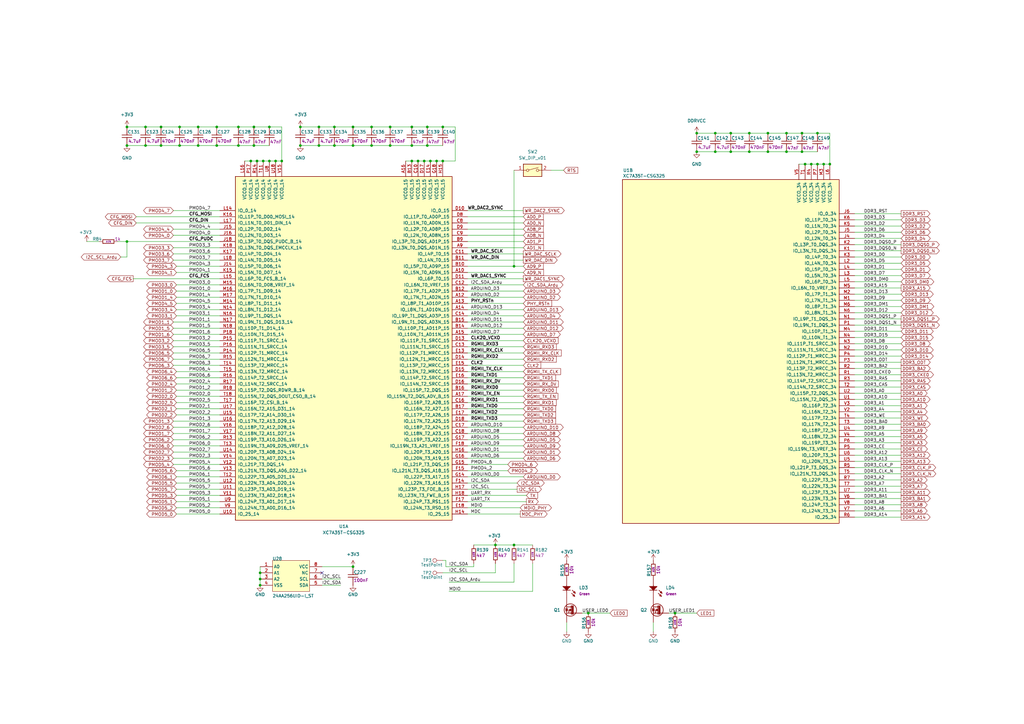
<source format=kicad_sch>
(kicad_sch (version 20250114) (generator "eeschema") (generator_version "9.0")
  (paper "A3")
  (title_block (date "2025-04-18") (rev "${rev}") (company "${name}") (comment 1 "${author}"))
  (junction (at 314.96 62.23))
  (junction (at 144.78 52.07))
  (junction (at 335.28 54.61))
  (junction (at 322.58 62.23))
  (junction (at 175.26 59.69))
  (junction (at 123.19 52.07))
  (junction (at 130.81 52.07))
  (junction (at 88.9 52.07))
  (junction (at 130.81 59.69))
  (junction (at 107.95 66.04))
  (junction (at 285.75 62.23))
  (junction (at 152.4 52.07))
  (junction (at 81.28 59.69))
  (junction (at 52.07 59.69))
  (junction (at 173.99 66.04))
  (junction (at 123.19 59.69))
  (junction (at 332.74 67.31))
  (junction (at 66.04 52.07))
  (junction (at 175.26 52.07))
  (junction (at 66.04 59.69))
  (junction (at 97.79 52.07))
  (junction (at 322.58 54.61))
  (junction (at 293.37 62.23))
  (junction (at 181.61 66.04))
  (junction (at 299.72 62.23))
  (junction (at 337.82 67.31))
  (junction (at 210.82 223.52))
  (junction (at 144.78 232.41))
  (junction (at 210.82 109.22))
  (junction (at 203.2 223.52))
  (junction (at 106.68 240.03))
  (junction (at 88.9 59.69))
  (junction (at 104.14 52.07))
  (junction (at 179.07 66.04))
  (junction (at 137.16 52.07))
  (junction (at 160.02 52.07))
  (junction (at 73.66 52.07))
  (junction (at 113.03 66.04))
  (junction (at 168.91 66.04))
  (junction (at 144.78 59.69))
  (junction (at 81.28 52.07))
  (junction (at 73.66 59.69))
  (junction (at 59.69 52.07))
  (junction (at 104.14 59.69))
  (junction (at 276.86 251.46))
  (junction (at 168.91 52.07))
  (junction (at 307.34 54.61))
  (junction (at 328.93 54.61))
  (junction (at 106.68 237.49))
  (junction (at 168.91 59.69))
  (junction (at 285.75 54.61))
  (junction (at 137.16 59.69))
  (junction (at 171.45 66.04))
  (junction (at 52.07 99.06))
  (junction (at 340.36 67.31))
  (junction (at 241.3 251.46))
  (junction (at 102.87 66.04))
  (junction (at 115.57 66.04))
  (junction (at 97.79 59.69))
  (junction (at 152.4 59.69))
  (junction (at 293.37 54.61))
  (junction (at 110.49 52.07))
  (junction (at 176.53 66.04))
  (junction (at 181.61 52.07))
  (junction (at 106.68 234.95))
  (junction (at 105.41 66.04))
  (junction (at 330.2 67.31))
  (junction (at 52.07 52.07))
  (junction (at 110.49 66.04))
  (junction (at 160.02 59.69))
  (junction (at 328.93 62.23))
  (junction (at 314.96 54.61))
  (junction (at 59.69 59.69))
  (junction (at 299.72 54.61))
  (junction (at 307.34 62.23))
  (junction (at 335.28 67.31))
  (no_connect (at 132.08 234.95))
  (wire (pts (xy 176.53 66.04) (xy 173.99 66.04)))
  (wire (pts (xy 337.82 67.31) (xy 335.28 67.31)))
  (wire (pts (xy 350.52 113.03) (xy 369.57 113.03)))
  (wire (pts (xy 182.88 229.87) (xy 182.88 232.41)))
  (wire (pts (xy 350.52 107.95) (xy 369.57 107.95)))
  (wire (pts (xy 72.39 162.56) (xy 90.17 162.56)))
  (wire (pts (xy 71.12 147.32) (xy 90.17 147.32)))
  (wire (pts (xy 191.77 144.78) (xy 214.63 144.78)))
  (wire (pts (xy 71.12 175.26) (xy 90.17 175.26)))
  (wire (pts (xy 350.52 156.21) (xy 369.57 156.21)))
  (wire (pts (xy 160.02 59.69) (xy 168.91 59.69)))
  (wire (pts (xy 350.52 128.27) (xy 369.57 128.27)))
  (wire (pts (xy 350.52 209.55) (xy 369.57 209.55)))
  (wire (pts (xy 130.81 52.07) (xy 137.16 52.07)))
  (wire (pts (xy 71.12 149.86) (xy 90.17 149.86)))
  (wire (pts (xy 104.14 59.69) (xy 110.49 59.69)))
  (wire (pts (xy 350.52 95.25) (xy 369.57 95.25)))
  (wire (pts (xy 191.77 182.88) (xy 214.63 182.88)))
  (wire (pts (xy 191.77 93.98) (xy 214.63 93.98)))
  (wire (pts (xy 191.77 198.12) (xy 212.09 198.12)))
  (wire (pts (xy 71.12 172.72) (xy 90.17 172.72)))
  (wire (pts (xy 210.82 238.76) (xy 210.82 231.14)))
  (wire (pts (xy 191.77 129.54) (xy 214.63 129.54)))
  (wire (pts (xy 160.02 52.07) (xy 168.91 52.07)))
  (wire (pts (xy 350.52 176.53) (xy 369.57 176.53)))
  (wire (pts (xy 350.52 92.71) (xy 369.57 92.71)))
  (wire (pts (xy 105.41 66.04) (xy 107.95 66.04)))
  (wire (pts (xy 152.4 52.07) (xy 160.02 52.07)))
  (wire (pts (xy 350.52 115.57) (xy 369.57 115.57)))
  (wire (pts (xy 350.52 186.69) (xy 369.57 186.69)))
  (wire (pts (xy 107.95 66.04) (xy 110.49 66.04)))
  (wire (pts (xy 55.88 91.44) (xy 90.17 91.44)))
  (wire (pts (xy 97.79 52.07) (xy 104.14 52.07)))
  (wire (pts (xy 191.77 101.6) (xy 214.63 101.6)))
  (wire (pts (xy 71.12 180.34) (xy 90.17 180.34)))
  (wire (pts (xy 72.39 200.66) (xy 90.17 200.66)))
  (wire (pts (xy 194.31 232.41) (xy 194.31 231.14)))
  (wire (pts (xy 52.07 59.69) (xy 59.69 59.69)))
  (wire (pts (xy 71.12 101.6) (xy 90.17 101.6)))
  (wire (pts (xy 71.12 106.68) (xy 90.17 106.68)))
  (wire (pts (xy 191.77 205.74) (xy 215.9 205.74)))
  (wire (pts (xy 175.26 59.69) (xy 181.61 59.69)))
  (wire (pts (xy 350.52 143.51) (xy 369.57 143.51)))
  (wire (pts (xy 350.52 189.23) (xy 369.57 189.23)))
  (wire (pts (xy 293.37 54.61) (xy 299.72 54.61)))
  (wire (pts (xy 191.77 154.94) (xy 214.63 154.94)))
  (wire (pts (xy 179.07 66.04) (xy 176.53 66.04)))
  (wire (pts (xy 307.34 54.61) (xy 314.96 54.61)))
  (wire (pts (xy 144.78 52.07) (xy 152.4 52.07)))
  (wire (pts (xy 71.12 185.42) (xy 90.17 185.42)))
  (wire (pts (xy 137.16 52.07) (xy 144.78 52.07)))
  (wire (pts (xy 72.39 160.02) (xy 90.17 160.02)))
  (wire (pts (xy 181.61 229.87) (xy 182.88 229.87)))
  (wire (pts (xy 100.33 66.04) (xy 102.87 66.04)))
  (wire (pts (xy 73.66 52.07) (xy 81.28 52.07)))
  (wire (pts (xy 350.52 153.67) (xy 369.57 153.67)))
  (wire (pts (xy 71.12 134.62) (xy 90.17 134.62)))
  (wire (pts (xy 191.77 132.08) (xy 214.63 132.08)))
  (wire (pts (xy 285.75 54.61) (xy 293.37 54.61)))
  (wire (pts (xy 191.77 162.56) (xy 214.63 162.56)))
  (wire (pts (xy 293.37 62.23) (xy 299.72 62.23)))
  (wire (pts (xy 72.39 157.48) (xy 90.17 157.48)))
  (wire (pts (xy 71.12 96.52) (xy 90.17 96.52)))
  (wire (pts (xy 191.77 99.06) (xy 214.63 99.06)))
  (wire (pts (xy 328.93 62.23) (xy 335.28 62.23)))
  (wire (pts (xy 81.28 59.69) (xy 88.9 59.69)))
  (wire (pts (xy 350.52 173.99) (xy 369.57 173.99)))
  (wire (pts (xy 88.9 59.69) (xy 97.79 59.69)))
  (wire (pts (xy 191.77 149.86) (xy 214.63 149.86)))
  (wire (pts (xy 238.76 251.46) (xy 241.3 251.46)))
  (wire (pts (xy 191.77 180.34) (xy 214.63 180.34)))
  (wire (pts (xy 72.39 165.1) (xy 90.17 165.1)))
  (wire (pts (xy 184.15 238.76) (xy 210.82 238.76)))
  (wire (pts (xy 72.39 116.84) (xy 90.17 116.84)))
  (wire (pts (xy 285.75 62.23) (xy 293.37 62.23)))
  (wire (pts (xy 71.12 190.5) (xy 90.17 190.5)))
  (wire (pts (xy 274.32 251.46) (xy 276.86 251.46)))
  (wire (pts (xy 72.39 195.58) (xy 90.17 195.58)))
  (wire (pts (xy 307.34 62.23) (xy 314.96 62.23)))
  (wire (pts (xy 71.12 144.78) (xy 90.17 144.78)))
  (wire (pts (xy 191.77 116.84) (xy 214.63 116.84)))
  (wire (pts (xy 350.52 125.73) (xy 369.57 125.73)))
  (wire (pts (xy 71.12 139.7) (xy 90.17 139.7)))
  (wire (pts (xy 232.41 259.08) (xy 232.41 255.27)))
  (wire (pts (xy 350.52 161.29) (xy 369.57 161.29)))
  (wire (pts (xy 72.39 109.22) (xy 90.17 109.22)))
  (wire (pts (xy 55.88 88.9) (xy 90.17 88.9)))
  (wire (pts (xy 181.61 66.04) (xy 179.07 66.04)))
  (wire (pts (xy 72.39 205.74) (xy 90.17 205.74)))
  (wire (pts (xy 72.39 210.82) (xy 90.17 210.82)))
  (wire (pts (xy 191.77 111.76) (xy 214.63 111.76)))
  (wire (pts (xy 314.96 62.23) (xy 322.58 62.23)))
  (wire (pts (xy 350.52 201.93) (xy 369.57 201.93)))
  (wire (pts (xy 71.12 137.16) (xy 90.17 137.16)))
  (wire (pts (xy 106.68 237.49) (xy 106.68 240.03)))
  (wire (pts (xy 350.52 168.91) (xy 369.57 168.91)))
  (wire (pts (xy 191.77 127) (xy 214.63 127)))
  (wire (pts (xy 350.52 163.83) (xy 369.57 163.83)))
  (wire (pts (xy 328.93 54.61) (xy 335.28 54.61)))
  (wire (pts (xy 106.68 232.41) (xy 106.68 234.95)))
  (wire (pts (xy 168.91 59.69) (xy 175.26 59.69)))
  (wire (pts (xy 191.77 96.52) (xy 214.63 96.52)))
  (wire (pts (xy 123.19 59.69) (xy 130.81 59.69)))
  (wire (pts (xy 350.52 151.13) (xy 369.57 151.13)))
  (wire (pts (xy 299.72 54.61) (xy 307.34 54.61)))
  (wire (pts (xy 191.77 203.2) (xy 215.9 203.2)))
  (wire (pts (xy 72.39 203.2) (xy 90.17 203.2)))
  (wire (pts (xy 71.12 93.98) (xy 90.17 93.98)))
  (wire (pts (xy 59.69 52.07) (xy 66.04 52.07)))
  (wire (pts (xy 350.52 196.85) (xy 369.57 196.85)))
  (wire (pts (xy 191.77 208.28) (xy 213.36 208.28)))
  (wire (pts (xy 71.12 142.24) (xy 90.17 142.24)))
  (wire (pts (xy 72.39 154.94) (xy 90.17 154.94)))
  (wire (pts (xy 335.28 67.31) (xy 332.74 67.31)))
  (wire (pts (xy 210.82 69.85) (xy 210.82 109.22)))
  (wire (pts (xy 152.4 59.69) (xy 160.02 59.69)))
  (wire (pts (xy 350.52 100.33) (xy 369.57 100.33)))
  (wire (pts (xy 314.96 54.61) (xy 322.58 54.61)))
  (wire (pts (xy 210.82 109.22) (xy 214.63 109.22)))
  (wire (pts (xy 350.52 146.05) (xy 369.57 146.05)))
  (wire (pts (xy 48.26 99.06) (xy 52.07 99.06)))
  (wire (pts (xy 35.56 99.06) (xy 40.64 99.06)))
  (wire (pts (xy 104.14 52.07) (xy 110.49 52.07)))
  (wire (pts (xy 123.19 52.07) (xy 130.81 52.07)))
  (wire (pts (xy 191.77 139.7) (xy 214.63 139.7)))
  (wire (pts (xy 72.39 121.92) (xy 90.17 121.92)))
  (wire (pts (xy 54.61 114.3) (xy 90.17 114.3)))
  (wire (pts (xy 191.77 172.72) (xy 214.63 172.72)))
  (wire (pts (xy 71.12 177.8) (xy 90.17 177.8)))
  (wire (pts (xy 137.16 59.69) (xy 144.78 59.69)))
  (wire (pts (xy 191.77 177.8) (xy 214.63 177.8)))
  (wire (pts (xy 191.77 91.44) (xy 214.63 91.44)))
  (wire (pts (xy 168.91 52.07) (xy 175.26 52.07)))
  (wire (pts (xy 132.08 240.03) (xy 139.7 240.03)))
  (wire (pts (xy 267.97 259.08) (xy 267.97 255.27)))
  (wire (pts (xy 218.44 242.57) (xy 184.15 242.57)))
  (wire (pts (xy 191.77 134.62) (xy 214.63 134.62)))
  (wire (pts (xy 350.52 212.09) (xy 369.57 212.09)))
  (wire (pts (xy 144.78 59.69) (xy 152.4 59.69)))
  (wire (pts (xy 350.52 133.35) (xy 369.57 133.35)))
  (wire (pts (xy 350.52 194.31) (xy 369.57 194.31)))
  (wire (pts (xy 191.77 210.82) (xy 213.36 210.82)))
  (wire (pts (xy 71.12 182.88) (xy 90.17 182.88)))
  (wire (pts (xy 340.36 67.31) (xy 337.82 67.31)))
  (wire (pts (xy 72.39 208.28) (xy 90.17 208.28)))
  (wire (pts (xy 52.07 105.41) (xy 52.07 99.06)))
  (wire (pts (xy 59.69 59.69) (xy 66.04 59.69)))
  (wire (pts (xy 350.52 105.41) (xy 369.57 105.41)))
  (wire (pts (xy 350.52 123.19) (xy 369.57 123.19)))
  (wire (pts (xy 191.77 187.96) (xy 214.63 187.96)))
  (wire (pts (xy 350.52 118.11) (xy 369.57 118.11)))
  (wire (pts (xy 72.39 152.4) (xy 90.17 152.4)))
  (wire (pts (xy 322.58 54.61) (xy 328.93 54.61)))
  (wire (pts (xy 168.91 66.04) (xy 166.37 66.04)))
  (wire (pts (xy 350.52 179.07) (xy 369.57 179.07)))
  (wire (pts (xy 191.77 157.48) (xy 214.63 157.48)))
  (wire (pts (xy 66.04 59.69) (xy 73.66 59.69)))
  (wire (pts (xy 66.04 52.07) (xy 73.66 52.07)))
  (wire (pts (xy 132.08 232.41) (xy 144.78 232.41)))
  (wire (pts (xy 113.03 66.04) (xy 115.57 66.04)))
  (wire (pts (xy 173.99 66.04) (xy 171.45 66.04)))
  (wire (pts (xy 350.52 138.43) (xy 369.57 138.43)))
  (wire (pts (xy 194.31 223.52) (xy 203.2 223.52)))
  (wire (pts (xy 191.77 160.02) (xy 214.63 160.02)))
  (wire (pts (xy 350.52 171.45) (xy 369.57 171.45)))
  (wire (pts (xy 171.45 66.04) (xy 168.91 66.04)))
  (wire (pts (xy 350.52 140.97) (xy 369.57 140.97)))
  (wire (pts (xy 350.52 204.47) (xy 369.57 204.47)))
  (wire (pts (xy 72.39 198.12) (xy 90.17 198.12)))
  (wire (pts (xy 191.77 86.36) (xy 214.63 86.36)))
  (wire (pts (xy 52.07 52.07) (xy 59.69 52.07)))
  (wire (pts (xy 186.69 52.07) (xy 186.69 66.04)))
  (wire (pts (xy 130.81 59.69) (xy 137.16 59.69)))
  (wire (pts (xy 72.39 129.54) (xy 90.17 129.54)))
  (wire (pts (xy 350.52 191.77) (xy 369.57 191.77)))
  (wire (pts (xy 191.77 152.4) (xy 214.63 152.4)))
  (wire (pts (xy 110.49 66.04) (xy 113.03 66.04)))
  (wire (pts (xy 191.77 142.24) (xy 214.63 142.24)))
  (wire (pts (xy 88.9 52.07) (xy 97.79 52.07)))
  (wire (pts (xy 322.58 62.23) (xy 328.93 62.23)))
  (wire (pts (xy 203.2 223.52) (xy 210.82 223.52)))
  (wire (pts (xy 191.77 167.64) (xy 214.63 167.64)))
  (wire (pts (xy 191.77 114.3) (xy 214.63 114.3)))
  (wire (pts (xy 191.77 121.92) (xy 214.63 121.92)))
  (wire (pts (xy 102.87 66.04) (xy 105.41 66.04)))
  (wire (pts (xy 110.49 52.07) (xy 115.57 52.07)))
  (wire (pts (xy 191.77 104.14) (xy 214.63 104.14)))
  (wire (pts (xy 350.52 90.17) (xy 369.57 90.17)))
  (wire (pts (xy 72.39 167.64) (xy 90.17 167.64)))
  (wire (pts (xy 350.52 207.01) (xy 369.57 207.01)))
  (wire (pts (xy 106.68 234.95) (xy 106.68 237.49)))
  (wire (pts (xy 350.52 181.61) (xy 369.57 181.61)))
  (wire (pts (xy 191.77 124.46) (xy 214.63 124.46)))
  (wire (pts (xy 350.52 130.81) (xy 369.57 130.81)))
  (wire (pts (xy 191.77 165.1) (xy 214.63 165.1)))
  (wire (pts (xy 191.77 193.04) (xy 208.28 193.04)))
  (wire (pts (xy 191.77 106.68) (xy 214.63 106.68)))
  (wire (pts (xy 191.77 195.58) (xy 214.63 195.58)))
  (wire (pts (xy 115.57 52.07) (xy 115.57 66.04)))
  (wire (pts (xy 226.06 69.85) (xy 231.14 69.85)))
  (wire (pts (xy 330.2 67.31) (xy 327.66 67.31)))
  (wire (pts (xy 276.86 251.46) (xy 285.75 251.46)))
  (wire (pts (xy 72.39 127) (xy 90.17 127)))
  (wire (pts (xy 49.53 105.41) (xy 52.07 105.41)))
  (wire (pts (xy 350.52 158.75) (xy 369.57 158.75)))
  (wire (pts (xy 72.39 119.38) (xy 90.17 119.38)))
  (wire (pts (xy 72.39 124.46) (xy 90.17 124.46)))
  (wire (pts (xy 350.52 184.15) (xy 369.57 184.15)))
  (wire (pts (xy 71.12 86.36) (xy 90.17 86.36)))
  (wire (pts (xy 181.61 234.95) (xy 203.2 234.95)))
  (wire (pts (xy 210.82 223.52) (xy 218.44 223.52)))
  (wire (pts (xy 350.52 166.37) (xy 369.57 166.37)))
  (wire (pts (xy 350.52 199.39) (xy 369.57 199.39)))
  (wire (pts (xy 350.52 87.63) (xy 369.57 87.63)))
  (wire (pts (xy 191.77 147.32) (xy 214.63 147.32)))
  (wire (pts (xy 81.28 52.07) (xy 88.9 52.07)))
  (wire (pts (xy 350.52 148.59) (xy 369.57 148.59)))
  (wire (pts (xy 350.52 135.89) (xy 369.57 135.89)))
  (wire (pts (xy 350.52 110.49) (xy 369.57 110.49)))
  (wire (pts (xy 71.12 132.08) (xy 90.17 132.08)))
  (wire (pts (xy 350.52 120.65) (xy 369.57 120.65)))
  (wire (pts (xy 191.77 190.5) (xy 208.28 190.5)))
  (wire (pts (xy 72.39 111.76) (xy 90.17 111.76)))
  (wire (pts (xy 181.61 52.07) (xy 186.69 52.07)))
  (wire (pts (xy 182.88 232.41) (xy 194.31 232.41)))
  (wire (pts (xy 73.66 59.69) (xy 81.28 59.69)))
  (wire (pts (xy 191.77 185.42) (xy 214.63 185.42)))
  (wire (pts (xy 191.77 170.18) (xy 214.63 170.18)))
  (wire (pts (xy 191.77 200.66) (xy 212.09 200.66)))
  (wire (pts (xy 132.08 237.49) (xy 139.7 237.49)))
  (wire (pts (xy 350.52 97.79) (xy 369.57 97.79)))
  (wire (pts (xy 335.28 54.61) (xy 340.36 54.61)))
  (wire (pts (xy 71.12 187.96) (xy 90.17 187.96)))
  (wire (pts (xy 52.07 99.06) (xy 90.17 99.06)))
  (wire (pts (xy 340.36 54.61) (xy 340.36 67.31)))
  (wire (pts (xy 241.3 251.46) (xy 250.19 251.46)))
  (wire (pts (xy 97.79 59.69) (xy 104.14 59.69)))
  (wire (pts (xy 71.12 104.14) (xy 90.17 104.14)))
  (wire (pts (xy 299.72 62.23) (xy 307.34 62.23)))
  (wire (pts (xy 218.44 231.14) (xy 218.44 242.57)))
  (wire (pts (xy 203.2 234.95) (xy 203.2 231.14)))
  (wire (pts (xy 191.77 137.16) (xy 214.63 137.16)))
  (wire (pts (xy 191.77 88.9) (xy 214.63 88.9)))
  (wire (pts (xy 191.77 175.26) (xy 214.63 175.26)))
  (wire (pts (xy 191.77 119.38) (xy 214.63 119.38)))
  (wire (pts (xy 350.52 102.87) (xy 369.57 102.87)))
  (wire (pts (xy 72.39 170.18) (xy 90.17 170.18)))
  (wire (pts (xy 186.69 66.04) (xy 181.61 66.04)))
  (wire (pts (xy 175.26 52.07) (xy 181.61 52.07)))
  (wire (pts (xy 72.39 193.04) (xy 90.17 193.04)))
  (wire (pts (xy 332.74 67.31) (xy 330.2 67.31)))
  (wire (pts (xy 191.77 109.22) (xy 210.82 109.22)))
  (label "MDIO" (at 184.15 242.57 0))
  (label "DDR3_ODT" (at 354.33 148.59 0))
  (label "DDR3_A10" (at 354.33 163.83 0))
  (label "DDR3_D15" (at 354.33 138.43 0))
  (label "PMOD5_6" (at 77.47 193.04 0))
  (label "PMOD2_5" (at 77.47 165.1 0))
  (label "PMOD4_1" (at 77.47 111.76 0))
  (label "DDR3_A6" (at 354.33 209.55 0))
  (label "PMOD4_0" (at 77.47 96.52 0))
  (label "PMOD3_6" (at 77.47 104.14 0))
  (label "DDR3_CAS" (at 354.33 158.75 0))
  (label "DDR3_CLK_P" (at 354.33 191.77 0))
  (label "PMOD6_3" (at 77.47 149.86 0))
  (label "ARDUINO_D13" (at 193.04 127 0))
  (label "DDR3_D5" (at 354.33 107.95 0))
  (label "RGMII_RX_DV" (at 193.04 157.48 0) (effects (font (thickness 0.254) (bold yes))))
  (label "DDR3_A1" (at 354.33 166.37 0))
  (label "CFG_PUDC" (at 77.47 99.06 0) (effects (font (thickness 0.254) (bold yes))))
  (label "DDR3_BA0" (at 354.33 173.99 0))
  (label "RGMII_RXD1" (at 193.04 165.1 0) (effects (font (thickness 0.254) (bold yes))))
  (label "I2C_SDA_Ardu" (at 184.15 238.76 0))
  (label "PMOD1_6" (at 77.47 137.16 0))
  (label "WR_DAC2_SYNC" (at 191.77 86.36 0) (effects (font (thickness 0.254) (bold yes))))
  (label "DDR3_D6" (at 354.33 95.25 0))
  (label "RGMII_TX_EN" (at 193.04 162.56 0) (effects (font (thickness 0.254) (bold yes))))
  (label "I2C_SCL" (at 193.04 200.66 0))
  (label "DDR3_DQS1_N" (at 354.33 133.35 0))
  (label "DDR3_D8" (at 354.33 140.97 0))
  (label "DDR3_DM0" (at 354.33 115.57 0))
  (label "ARDUINO_D0" (at 193.04 195.58 0))
  (label "ARDUINO_D5" (at 193.04 180.34 0))
  (label "PMOD2_6" (at 77.47 175.26 0))
  (label "PMOD3_4" (at 77.47 127 0))
  (label "DDR3_CLK_N" (at 354.33 194.31 0))
  (label "DDR3_A12" (at 354.33 186.69 0))
  (label "PMOD3_1" (at 77.47 129.54 0))
  (label "PMOD1_7" (at 77.47 177.8 0))
  (label "PMOD3_0" (at 77.47 116.84 0))
  (label "PMOD1_4" (at 77.47 121.92 0))
  (label "PMOD4_5" (at 77.47 124.46 0))
  (label "WR_DAC1_SYNC" (at 193.04 114.3 0) (effects (font (thickness 0.254) (bold yes))))
  (label "RGMII_TXD0" (at 193.04 167.64 0) (effects (font (thickness 0.254) (bold yes))))
  (label "I2C_SDA" (at 184.15 232.41 0))
  (label "DDR3_A8" (at 354.33 207.01 0))
  (label "DDR3_CKE0" (at 354.33 153.67 0))
  (label "RGMII_TXD2" (at 193.04 170.18 0) (effects (font (thickness 0.254) (bold yes))))
  (label "I2C_SDA" (at 132.08 240.03 0))
  (label "CFG_DIN" (at 77.47 91.44 0) (effects (font (thickness 0.254) (bold yes))))
  (label "I2C_SDA" (at 193.04 198.12 0))
  (label "PMOD5_1" (at 77.47 205.74 0))
  (label "PMOD3_5" (at 77.47 142.24 0))
  (label "PMOD2_2" (at 77.47 170.18 0))
  (label "UART_TX" (at 193.04 205.74 0))
  (label "DDR3_D11" (at 354.33 135.89 0))
  (label "ARDUINO_D8" (at 193.04 177.8 0))
  (label "DDR3_CE" (at 354.33 184.15 0))
  (label "RGMII_TX_CLK" (at 193.04 152.4 0) (effects (font (thickness 0.254) (bold yes))))
  (label "CLK2" (at 193.04 149.86 0) (effects (font (thickness 0.254) (bold yes))))
  (label "PMOD2_0" (at 77.47 162.56 0))
  (label "DDR3_BA2" (at 354.33 151.13 0))
  (label "DDR3_D0" (at 354.33 105.41 0))
  (label "I2C_SCL" (at 132.08 237.49 0))
  (label "RGMII_RXD0" (at 193.04 160.02 0) (effects (font (thickness 0.254) (bold yes))))
  (label "PMOD2_1" (at 77.47 167.64 0))
  (label "DDR3_A7" (at 354.33 199.39 0))
  (label "PMOD6_0" (at 77.47 182.88 0))
  (label "DDR3_A14" (at 354.33 212.09 0))
  (label "DDR3_A5" (at 354.33 179.07 0))
  (label "ARDUINO_D4" (at 193.04 129.54 0))
  (label "ARDUINO_D1" (at 193.04 185.42 0))
  (label "DDR3_D7" (at 354.33 113.03 0))
  (label "PMOD4_7" (at 77.47 86.36 0))
  (label "DDR3_D3" (at 354.33 90.17 0))
  (label "DDR3_A0" (at 354.33 161.29 0))
  (label "RGMII_TXD1" (at 193.04 154.94 0) (effects (font (thickness 0.254) (bold yes))))
  (label "DDR3_RST" (at 354.33 87.63 0))
  (label "DDR3_A9" (at 354.33 176.53 0))
  (label "ARDUINO_D11" (at 193.04 132.08 0))
  (label "DDR3_DM1" (at 354.33 125.73 0))
  (label "PMOD6_7" (at 77.47 147.32 0))
  (label "PMOD6_4" (at 77.47 152.4 0))
  (label "RGMII_TXD3" (at 193.04 172.72 0) (effects (font (thickness 0.254) (bold yes))))
  (label "PMOD1_1" (at 86.36 132.08 180))
  (label "PMOD5_4" (at 77.47 190.5 0))
  (label "WR_DAC_DIN" (at 193.04 106.68 0) (effects (font (thickness 0.254) (bold yes))))
  (label "PMOD6_1" (at 77.47 195.58 0))
  (label "DDR3_D4" (at 354.33 97.79 0))
  (label "PMOD6_6" (at 77.47 154.94 0))
  (label "PMOD5_0" (at 77.47 210.82 0))
  (label "DDR3_D12" (at 354.33 128.27 0))
  (label "PMOD4_6" (at 201.93 190.5 180))
  (label "PMOD3_3" (at 77.47 101.6 0))
  (label "DDR3_D13" (at 354.33 120.65 0))
  (label "RGMII_RXD2" (at 193.04 147.32 0) (effects (font (thickness 0.254) (bold yes))))
  (label "RGMII_RXD3" (at 193.04 142.24 0) (effects (font (thickness 0.254) (bold yes))))
  (label "DDR3_A4" (at 354.33 168.91 0))
  (label "PMOD6_2" (at 77.47 180.34 0))
  (label "PMOD3_7" (at 77.47 106.68 0))
  (label "PMOD1_3" (at 77.47 172.72 0))
  (label "DDR3_DQS1_P" (at 354.33 130.81 0))
  (label "DDR3_RAS" (at 354.33 156.21 0))
  (label "CFG_FCS" (at 77.47 114.3 0) (effects (font (thickness 0.254) (bold yes))))
  (label "ARDUINO_D12" (at 193.04 134.62 0))
  (label "DDR3_A2" (at 354.33 196.85 0))
  (label "DDR3_WE" (at 354.33 171.45 0))
  (label "CLK20_VCXO" (at 193.04 139.7 0) (effects (font (thickness 0.254) (bold yes))))
  (label "ARDUINO_D2" (at 193.04 121.92 0))
  (label "DDR3_A3" (at 354.33 181.61 0))
  (label "I2C_SDA_Ardu" (at 193.04 116.84 0))
  (label "DDR3_A13" (at 354.33 189.23 0))
  (label "DDR3_DQS0_P" (at 354.33 100.33 0))
  (label "PMOD6_5" (at 77.47 144.78 0))
  (label "DDR3_DQS0_N" (at 354.33 102.87 0))
  (label "RGMII_RX_CLK" (at 193.04 144.78 0) (effects (font (thickness 0.254) (bold yes))))
  (label "I2C_SCL" (at 184.15 234.95 0))
  (label "ARDUINO_D3" (at 193.04 119.38 0))
  (label "ARDUINO_D7" (at 193.04 137.16 0))
  (label "PMOD2_3" (at 77.47 187.96 0))
  (label "DDR3_D2" (at 354.33 92.71 0))
  (label "UART_RX" (at 193.04 203.2 0))
  (label "MDIO" (at 193.04 208.28 0))
  (label "PMOD5_3" (at 77.47 203.2 0))
  (label "PMOD5_2" (at 77.47 208.28 0))
  (label "PMOD4_2" (at 201.93 193.04 180))
  (label "PMOD2_7" (at 77.47 185.42 0))
  (label "DDR3_A15" (at 354.33 118.11 0))
  (label "PMOD1_0" (at 77.47 119.38 0))
  (label "DDR3_D14" (at 354.33 146.05 0))
  (label "USER_LED1" (at 274.32 251.46 0))
  (label "DDR3_D10" (at 354.33 143.51 0))
  (label "USER_LED0" (at 238.76 251.46 0))
  (label "PMOD1_5" (at 77.47 134.62 0))
  (label "PMOD4_3" (at 77.47 109.22 0))
  (label "ARDUINO_D6" (at 193.04 187.96 0))
  (label "PMOD5_5" (at 77.47 198.12 0))
  (label "PMOD5_7" (at 77.47 200.66 0))
  (label "ARDUINO_D10" (at 193.04 175.26 0))
  (label "PHY_RSTn" (at 193.04 124.46 0) (effects (font (thickness 0.254) (bold yes))))
  (label "DDR3_A11" (at 354.33 201.93 0))
  (label "DDR3_BA1" (at 354.33 204.47 0))
  (label "MDC" (at 193.04 210.82 0))
  (label "DDR3_D1" (at 354.33 110.49 0))
  (label "DDR3_D9" (at 354.33 123.19 0))
  (label "WR_DAC_SCLK" (at 193.04 104.14 0) (effects (font (thickness 0.254) (bold yes))))
  (label "PMOD4_4" (at 77.47 93.98 0))
  (label "PMOD3_2" (at 77.47 139.7 0))
  (label "CFG_MOSI" (at 77.47 88.9 0) (effects (font (thickness 0.254) (bold yes))))
  (label "PMOD1_2" (at 86.36 160.02 180))
  (label "PMOD2_4" (at 77.47 157.48 0))
  (label "ARDUINO_D9" (at 193.04 182.88 0))
  (global_label "DDR3_WE" (shape output) (at 369.57 171.45 0) (property "Intersheetrefs" "${INTERSHEET_REFS}" (effects (hide yes))))
  (global_label "DDR3_D15" (shape bidirectional) (at 369.57 138.43 0) (property "Intersheetrefs" "${INTERSHEET_REFS}" (effects (hide yes))))
  (global_label "DDR3_D1" (shape bidirectional) (at 369.57 110.49 0) (property "Intersheetrefs" "${INTERSHEET_REFS}" (effects (hide yes))))
  (global_label "DDR3_D7" (shape bidirectional) (at 369.57 113.03 0) (property "Intersheetrefs" "${INTERSHEET_REFS}" (effects (hide yes))))
  (global_label "ARDUINO_D7" (shape bidirectional) (at 214.63 137.16 0) (property "Intersheetrefs" "${INTERSHEET_REFS}" (effects (hide yes))))
  (global_label "WR_DAC_SCLK" (shape output) (at 214.63 104.14 0) (effects (font (thickness 0.1588))) (property "Intersheetrefs" "${INTERSHEET_REFS}" (effects (hide yes))))
  (global_label "PMOD5_4" (shape bidirectional) (at 71.12 190.5 180) (property "Intersheetrefs" "${INTERSHEET_REFS}" (effects (hide yes))))
  (global_label "PMOD4_6" (shape bidirectional) (at 208.28 190.5 0) (property "Intersheetrefs" "${INTERSHEET_REFS}" (effects (hide yes))))
  (global_label "PMOD2_0" (shape bidirectional) (at 72.39 162.56 180) (property "Intersheetrefs" "${INTERSHEET_REFS}" (effects (hide yes))))
  (global_label "MDIO_PHY" (shape bidirectional) (at 213.36 208.28 0) (property "Intersheetrefs" "${INTERSHEET_REFS}" (effects (hide yes))))
  (global_label "PMOD3_7" (shape bidirectional) (at 71.12 106.68 180) (property "Intersheetrefs" "${INTERSHEET_REFS}" (effects (hide yes))))
  (global_label "PMOD5_1" (shape bidirectional) (at 72.39 205.74 180) (property "Intersheetrefs" "${INTERSHEET_REFS}" (effects (hide yes))))
  (global_label "PMOD6_1" (shape bidirectional) (at 72.39 195.58 180) (property "Intersheetrefs" "${INTERSHEET_REFS}" (effects (hide yes))))
  (global_label "PMOD1_1" (shape bidirectional) (at 71.12 132.08 180) (property "Intersheetrefs" "${INTERSHEET_REFS}" (effects (hide yes))))
  (global_label "DDR3_A4" (shape output) (at 369.57 168.91 0) (property "Intersheetrefs" "${INTERSHEET_REFS}" (effects (hide yes))))
  (global_label "AD1_P" (shape input) (at 214.63 99.06 0) (property "Intersheetrefs" "${INTERSHEET_REFS}" (effects (hide yes))))
  (global_label "I2C_SCL" (shape output) (at 212.09 200.66 0) (property "Intersheetrefs" "${INTERSHEET_REFS}" (effects (hide yes))))
  (global_label "PMOD2_5" (shape bidirectional) (at 72.39 165.1 180) (property "Intersheetrefs" "${INTERSHEET_REFS}" (effects (hide yes))))
  (global_label "PMOD4_0" (shape bidirectional) (at 71.12 96.52 180) (property "Intersheetrefs" "${INTERSHEET_REFS}" (effects (hide yes))))
  (global_label "AD0_P" (shape input) (at 214.63 88.9 0) (property "Intersheetrefs" "${INTERSHEET_REFS}" (effects (hide yes))))
  (global_label "PMOD4_7" (shape bidirectional) (at 71.12 86.36 180) (property "Intersheetrefs" "${INTERSHEET_REFS}" (effects (hide yes))))
  (global_label "DDR3_D12" (shape bidirectional) (at 369.57 128.27 0) (property "Intersheetrefs" "${INTERSHEET_REFS}" (effects (hide yes))))
  (global_label "PMOD1_5" (shape bidirectional) (at 71.12 134.62 180) (property "Intersheetrefs" "${INTERSHEET_REFS}" (effects (hide yes))))
  (global_label "PMOD2_7" (shape bidirectional) (at 71.12 185.42 180) (property "Intersheetrefs" "${INTERSHEET_REFS}" (effects (hide yes))))
  (global_label "PMOD4_5" (shape bidirectional) (at 72.39 124.46 180) (property "Intersheetrefs" "${INTERSHEET_REFS}" (effects (hide yes))))
  (global_label "CLK2" (shape input) (at 214.63 149.86 0) (property "Intersheetrefs" "${INTERSHEET_REFS}" (effects (hide yes))))
  (global_label "DDR3_DQS1_N" (shape output) (at 369.57 133.35 0) (property "Intersheetrefs" "${INTERSHEET_REFS}" (effects (hide yes))))
  (global_label "TX" (shape input) (at 215.9 203.2 0) (property "Intersheetrefs" "${INTERSHEET_REFS}" (effects (hide yes))))
  (global_label "DDR3_A9" (shape output) (at 369.57 176.53 0) (property "Intersheetrefs" "${INTERSHEET_REFS}" (effects (hide yes))))
  (global_label "RGMII_RXD3" (shape input) (at 214.63 142.24 0) (effects (font (thickness 0.1588))) (property "Intersheetrefs" "${INTERSHEET_REFS}" (effects (hide yes))))
  (global_label "PMOD5_2" (shape bidirectional) (at 72.39 208.28 180) (property "Intersheetrefs" "${INTERSHEET_REFS}" (effects (hide yes))))
  (global_label "ARDUINO_D9" (shape bidirectional) (at 214.63 182.88 0) (property "Intersheetrefs" "${INTERSHEET_REFS}" (effects (hide yes))))
  (global_label "PMOD5_7" (shape bidirectional) (at 72.39 200.66 180) (property "Intersheetrefs" "${INTERSHEET_REFS}" (effects (hide yes))))
  (global_label "PMOD6_3" (shape bidirectional) (at 71.12 149.86 180) (property "Intersheetrefs" "${INTERSHEET_REFS}" (effects (hide yes))))
  (global_label "PMOD6_2" (shape bidirectional) (at 71.12 180.34 180) (property "Intersheetrefs" "${INTERSHEET_REFS}" (effects (hide yes))))
  (global_label "ARDUINO_D10" (shape bidirectional) (at 214.63 175.26 0) (property "Intersheetrefs" "${INTERSHEET_REFS}" (effects (hide yes))))
  (global_label "LED1" (shape input) (at 285.75 251.46 0) (property "Intersheetrefs" "${INTERSHEET_REFS}" (effects (hide yes))))
  (global_label "RGMII_TXD3" (shape input) (at 214.63 172.72 0) (effects (font (thickness 0.1588))) (property "Intersheetrefs" "${INTERSHEET_REFS}" (effects (hide yes))))
  (global_label "RGMII_TXD0" (shape input) (at 214.63 167.64 0) (effects (font (thickness 0.1588))) (property "Intersheetrefs" "${INTERSHEET_REFS}" (effects (hide yes))))
  (global_label "PMOD6_6" (shape bidirectional) (at 72.39 154.94 180) (property "Intersheetrefs" "${INTERSHEET_REFS}" (effects (hide yes))))
  (global_label "I2C_SDA_Ardu" (shape bidirectional) (at 214.63 116.84 0) (property "Intersheetrefs" "${INTERSHEET_REFS}" (effects (hide yes))))
  (global_label "DDR3_D13" (shape bidirectional) (at 369.57 120.65 0) (property "Intersheetrefs" "${INTERSHEET_REFS}" (effects (hide yes))))
  (global_label "PMOD2_3" (shape bidirectional) (at 71.12 187.96 180) (property "Intersheetrefs" "${INTERSHEET_REFS}" (effects (hide yes))))
  (global_label "DDR3_A6" (shape output) (at 369.57 209.55 0) (property "Intersheetrefs" "${INTERSHEET_REFS}" (effects (hide yes))))
  (global_label "CFG_MOSI" (shape bidirectional) (at 55.88 88.9 180) (effects (font (thickness 0.1588))) (property "Intersheetrefs" "${INTERSHEET_REFS}" (effects (hide yes))))
  (global_label "DDR3_D4" (shape bidirectional) (at 369.57 97.79 0) (property "Intersheetrefs" "${INTERSHEET_REFS}" (effects (hide yes))))
  (global_label "PMOD2_1" (shape bidirectional) (at 72.39 167.64 180) (property "Intersheetrefs" "${INTERSHEET_REFS}" (effects (hide yes))))
  (global_label "PMOD3_0" (shape bidirectional) (at 72.39 116.84 180) (property "Intersheetrefs" "${INTERSHEET_REFS}" (effects (hide yes))))
  (global_label "LED0" (shape input) (at 250.19 251.46 0) (property "Intersheetrefs" "${INTERSHEET_REFS}" (effects (hide yes))))
  (global_label "RGMII_TXD1" (shape input) (at 214.63 154.94 0) (effects (font (thickness 0.1588))) (property "Intersheetrefs" "${INTERSHEET_REFS}" (effects (hide yes))))
  (global_label "AD9_N" (shape input) (at 214.63 111.76 0) (property "Intersheetrefs" "${INTERSHEET_REFS}" (effects (hide yes))))
  (global_label "ARDUINO_D2" (shape bidirectional) (at 214.63 121.92 0) (property "Intersheetrefs" "${INTERSHEET_REFS}" (effects (hide yes))))
  (global_label "DDR3_D14" (shape bidirectional) (at 369.57 146.05 0) (property "Intersheetrefs" "${INTERSHEET_REFS}" (effects (hide yes))))
  (global_label "ARDUINO_D3" (shape bidirectional) (at 214.63 119.38 0) (property "Intersheetrefs" "${INTERSHEET_REFS}" (effects (hide yes))))
  (global_label "DDR3_BA2" (shape output) (at 369.57 151.13 0) (property "Intersheetrefs" "${INTERSHEET_REFS}" (effects (hide yes))))
  (global_label "DDR3_DM0" (shape bidirectional) (at 369.57 115.57 0) (property "Intersheetrefs" "${INTERSHEET_REFS}" (effects (hide yes))))
  (global_label "AD1_N" (shape input) (at 214.63 101.6 0) (property "Intersheetrefs" "${INTERSHEET_REFS}" (effects (hide yes))))
  (global_label "DDR3_D0" (shape bidirectional) (at 369.57 105.41 0) (property "Intersheetrefs" "${INTERSHEET_REFS}" (effects (hide yes))))
  (global_label "DDR3_A5" (shape output) (at 369.57 179.07 0) (property "Intersheetrefs" "${INTERSHEET_REFS}" (effects (hide yes))))
  (global_label "DDR3_CE" (shape output) (at 369.57 184.15 0) (property "Intersheetrefs" "${INTERSHEET_REFS}" (effects (hide yes))))
  (global_label "DDR3_CKE0" (shape output) (at 369.57 153.67 0) (property "Intersheetrefs" "${INTERSHEET_REFS}" (effects (hide yes))))
  (global_label "PMOD1_7" (shape bidirectional) (at 71.12 177.8 180) (property "Intersheetrefs" "${INTERSHEET_REFS}" (effects (hide yes))))
  (global_label "MDC_PHY" (shape output) (at 213.36 210.82 0) (property "Intersheetrefs" "${INTERSHEET_REFS}" (effects (hide yes))))
  (global_label "DDR3_D8" (shape bidirectional) (at 369.57 140.97 0) (property "Intersheetrefs" "${INTERSHEET_REFS}" (effects (hide yes))))
  (global_label "RGMII_RX_DV" (shape input) (at 214.63 157.48 0) (effects (font (thickness 0.1588))) (property "Intersheetrefs" "${INTERSHEET_REFS}" (effects (hide yes))))
  (global_label "PMOD5_0" (shape bidirectional) (at 72.39 210.82 180) (property "Intersheetrefs" "${INTERSHEET_REFS}" (effects (hide yes))))
  (global_label "PMOD3_6" (shape bidirectional) (at 71.12 104.14 180) (property "Intersheetrefs" "${INTERSHEET_REFS}" (effects (hide yes))))
  (global_label "DDR3_A12" (shape output) (at 369.57 186.69 0) (property "Intersheetrefs" "${INTERSHEET_REFS}" (effects (hide yes))))
  (global_label "AD8_N" (shape input) (at 214.63 96.52 0) (property "Intersheetrefs" "${INTERSHEET_REFS}" (effects (hide yes))))
  (global_label "DDR3_A15" (shape output) (at 369.57 118.11 0) (property "Intersheetrefs" "${INTERSHEET_REFS}" (effects (hide yes))))
  (global_label "PMOD4_3" (shape bidirectional) (at 72.39 109.22 180) (property "Intersheetrefs" "${INTERSHEET_REFS}" (effects (hide yes))))
  (global_label "DDR3_A8" (shape output) (at 369.57 207.01 0) (property "Intersheetrefs" "${INTERSHEET_REFS}" (effects (hide yes))))
  (global_label "ARDUINO_D5" (shape bidirectional) (at 214.63 180.34 0) (property "Intersheetrefs" "${INTERSHEET_REFS}" (effects (hide yes))))
  (global_label "PMOD1_0" (shape bidirectional) (at 72.39 119.38 180) (property "Intersheetrefs" "${INTERSHEET_REFS}" (effects (hide yes))))
  (global_label "CLK20_VCXO" (shape input) (at 214.63 139.7 0) (effects (font (thickness 0.1588))) (property "Intersheetrefs" "${INTERSHEET_REFS}" (effects (hide yes))))
  (global_label "AD8_P" (shape input) (at 214.63 93.98 0) (property "Intersheetrefs" "${INTERSHEET_REFS}" (effects (hide yes))))
  (global_label "PMOD6_0" (shape bidirectional) (at 71.12 182.88 180) (property "Intersheetrefs" "${INTERSHEET_REFS}" (effects (hide yes))))
  (global_label "DDR3_DQS1_P" (shape output) (at 369.57 130.81 0) (property "Intersheetrefs" "${INTERSHEET_REFS}" (effects (hide yes))))
  (global_label "DDR3_CAS" (shape output) (at 369.57 158.75 0) (property "Intersheetrefs" "${INTERSHEET_REFS}" (effects (hide yes))))
  (global_label "PMOD1_6" (shape bidirectional) (at 71.12 137.16 180) (property "Intersheetrefs" "${INTERSHEET_REFS}" (effects (hide yes))))
  (global_label "PMOD3_4" (shape bidirectional) (at 72.39 127 180) (property "Intersheetrefs" "${INTERSHEET_REFS}" (effects (hide yes))))
  (global_label "AD9_P" (shape input) (at 214.63 109.22 0) (property "Intersheetrefs" "${INTERSHEET_REFS}" (effects (hide yes))))
  (global_label "ARDUINO_D1" (shape bidirectional) (at 214.63 185.42 0) (property "Intersheetrefs" "${INTERSHEET_REFS}" (effects (hide yes))))
  (global_label "DDR3_RST" (shape output) (at 369.57 87.63 0) (property "Intersheetrefs" "${INTERSHEET_REFS}" (effects (hide yes))))
  (global_label "ARDUINO_D13" (shape bidirectional) (at 214.63 127 0) (property "Intersheetrefs" "${INTERSHEET_REFS}" (effects (hide yes))))
  (global_label "DDR3_DQS0_N" (shape output) (at 369.57 102.87 0) (property "Intersheetrefs" "${INTERSHEET_REFS}" (effects (hide yes))))
  (global_label "DDR3_D10" (shape bidirectional) (at 369.57 143.51 0) (property "Intersheetrefs" "${INTERSHEET_REFS}" (effects (hide yes))))
  (global_label "PMOD4_2" (shape bidirectional) (at 208.28 193.04 0) (property "Intersheetrefs" "${INTERSHEET_REFS}" (effects (hide yes))))
  (global_label "DDR3_A0" (shape output) (at 369.57 161.29 0) (property "Intersheetrefs" "${INTERSHEET_REFS}" (effects (hide yes))))
  (global_label "PMOD5_5" (shape bidirectional) (at 72.39 198.12 180) (property "Intersheetrefs" "${INTERSHEET_REFS}" (effects (hide yes))))
  (global_label "DDR3_D9" (shape bidirectional) (at 369.57 123.19 0) (property "Intersheetrefs" "${INTERSHEET_REFS}" (effects (hide yes))))
  (global_label "DDR3_DM1" (shape bidirectional) (at 369.57 125.73 0) (property "Intersheetrefs" "${INTERSHEET_REFS}" (effects (hide yes))))
  (global_label "I2C_SCL_Ardu" (shape bidirectional) (at 49.53 105.41 180) (property "Intersheetrefs" "${INTERSHEET_REFS}" (effects (hide yes))))
  (global_label "RGMII_TX_EN" (shape input) (at 214.63 162.56 0) (effects (font (thickness 0.1588))) (property "Intersheetrefs" "${INTERSHEET_REFS}" (effects (hide yes))))
  (global_label "DDR3_A1" (shape output) (at 369.57 166.37 0) (property "Intersheetrefs" "${INTERSHEET_REFS}" (effects (hide yes))))
  (global_label "ARDUINO_D4" (shape bidirectional) (at 214.63 129.54 0) (property "Intersheetrefs" "${INTERSHEET_REFS}" (effects (hide yes))))
  (global_label "PMOD3_2" (shape bidirectional) (at 71.12 139.7 180) (property "Intersheetrefs" "${INTERSHEET_REFS}" (effects (hide yes))))
  (global_label "CFG_FCS" (shape output) (at 54.61 114.3 180) (effects (font (thickness 0.1588))) (property "Intersheetrefs" "${INTERSHEET_REFS}" (effects (hide yes))))
  (global_label "DDR3_D11" (shape bidirectional) (at 369.57 135.89 0) (property "Intersheetrefs" "${INTERSHEET_REFS}" (effects (hide yes))))
  (global_label "PMOD2_2" (shape bidirectional) (at 72.39 170.18 180) (property "Intersheetrefs" "${INTERSHEET_REFS}" (effects (hide yes))))
  (global_label "CFG_DIN" (shape bidirectional) (at 55.88 91.44 180) (effects (font (thickness 0.1588))) (property "Intersheetrefs" "${INTERSHEET_REFS}" (effects (hide yes))))
  (global_label "DDR3_CLK_N" (shape output) (at 369.57 194.31 0) (property "Intersheetrefs" "${INTERSHEET_REFS}" (effects (hide yes))))
  (global_label "PMOD6_7" (shape bidirectional) (at 71.12 147.32 180) (property "Intersheetrefs" "${INTERSHEET_REFS}" (effects (hide yes))))
  (global_label "WR_DAC1_SYNC" (shape output) (at 214.63 114.3 0) (effects (font (thickness 0.1588))) (property "Intersheetrefs" "${INTERSHEET_REFS}" (effects (hide yes))))
  (global_label "ARDUINO_D12" (shape bidirectional) (at 214.63 134.62 0) (property "Intersheetrefs" "${INTERSHEET_REFS}" (effects (hide yes))))
  (global_label "PMOD4_1" (shape bidirectional) (at 72.39 111.76 180) (property "Intersheetrefs" "${INTERSHEET_REFS}" (effects (hide yes))))
  (global_label "RGMII_RXD2" (shape input) (at 214.63 147.32 0) (effects (font (thickness 0.1588))) (property "Intersheetrefs" "${INTERSHEET_REFS}" (effects (hide yes))))
  (global_label "ARDUINO_D0" (shape bidirectional) (at 214.63 195.58 0) (property "Intersheetrefs" "${INTERSHEET_REFS}" (effects (hide yes))))
  (global_label "DDR3_D2" (shape bidirectional) (at 369.57 92.71 0) (property "Intersheetrefs" "${INTERSHEET_REFS}" (effects (hide yes))))
  (global_label "DDR3_ODT" (shape output) (at 369.57 148.59 0) (property "Intersheetrefs" "${INTERSHEET_REFS}" (effects (hide yes))))
  (global_label "ARDUINO_D6" (shape bidirectional) (at 214.63 187.96 0) (property "Intersheetrefs" "${INTERSHEET_REFS}" (effects (hide yes))))
  (global_label "DDR3_A14" (shape output) (at 369.57 212.09 0) (property "Intersheetrefs" "${INTERSHEET_REFS}" (effects (hide yes))))
  (global_label "DDR3_D6" (shape bidirectional) (at 369.57 95.25 0) (property "Intersheetrefs" "${INTERSHEET_REFS}" (effects (hide yes))))
  (global_label "RGMII_RX_CLK" (shape input) (at 214.63 144.78 0) (effects (font (thickness 0.1588))) (property "Intersheetrefs" "${INTERSHEET_REFS}" (effects (hide yes))))
  (global_label "DDR3_A2" (shape output) (at 369.57 196.85 0) (property "Intersheetrefs" "${INTERSHEET_REFS}" (effects (hide yes))))
  (global_label "PMOD2_6" (shape bidirectional) (at 71.12 175.26 180) (property "Intersheetrefs" "${INTERSHEET_REFS}" (effects (hide yes))))
  (global_label "DDR3_A7" (shape output) (at 369.57 199.39 0) (property "Intersheetrefs" "${INTERSHEET_REFS}" (effects (hide yes))))
  (global_label "DDR3_A11" (shape output) (at 369.57 201.93 0) (property "Intersheetrefs" "${INTERSHEET_REFS}" (effects (hide yes))))
  (global_label "PMOD5_3" (shape bidirectional) (at 72.39 203.2 180) (property "Intersheetrefs" "${INTERSHEET_REFS}" (effects (hide yes))))
  (global_label "RTS" (shape input) (at 231.14 69.85 0) (property "Intersheetrefs" "${INTERSHEET_REFS}" (effects (hide yes))))
  (global_label "WR_DAC_DIN" (shape output) (at 214.63 106.68 0) (effects (font (thickness 0.1588))) (property "Intersheetrefs" "${INTERSHEET_REFS}" (effects (hide yes))))
  (global_label "DDR3_RAS" (shape output) (at 369.57 156.21 0) (property "Intersheetrefs" "${INTERSHEET_REFS}" (effects (hide yes))))
  (global_label "PMOD1_3" (shape bidirectional) (at 71.12 172.72 180) (property "Intersheetrefs" "${INTERSHEET_REFS}" (effects (hide yes))))
  (global_label "PMOD1_2" (shape bidirectional) (at 72.39 160.02 180) (property "Intersheetrefs" "${INTERSHEET_REFS}" (effects (hide yes))))
  (global_label "DDR3_A3" (shape output) (at 369.57 181.61 0) (property "Intersheetrefs" "${INTERSHEET_REFS}" (effects (hide yes))))
  (global_label "PMOD1_4" (shape bidirectional) (at 72.39 121.92 180) (property "Intersheetrefs" "${INTERSHEET_REFS}" (effects (hide yes))))
  (global_label "PMOD4_4" (shape bidirectional) (at 71.12 93.98 180) (property "Intersheetrefs" "${INTERSHEET_REFS}" (effects (hide yes))))
  (global_label "PMOD6_5" (shape bidirectional) (at 71.12 144.78 180) (property "Intersheetrefs" "${INTERSHEET_REFS}" (effects (hide yes))))
  (global_label "ARDUINO_D11" (shape bidirectional) (at 214.63 132.08 0) (property "Intersheetrefs" "${INTERSHEET_REFS}" (effects (hide yes))))
  (global_label "PMOD5_6" (shape bidirectional) (at 72.39 193.04 180) (property "Intersheetrefs" "${INTERSHEET_REFS}" (effects (hide yes))))
  (global_label "PHY_RSTn" (shape input) (at 214.63 124.46 0) (effects (font (thickness 0.1588))) (property "Intersheetrefs" "${INTERSHEET_REFS}" (effects (hide yes))))
  (global_label "PMOD3_5" (shape bidirectional) (at 71.12 142.24 180) (property "Intersheetrefs" "${INTERSHEET_REFS}" (effects (hide yes))))
  (global_label "AD0_N" (shape input) (at 214.63 91.44 0) (property "Intersheetrefs" "${INTERSHEET_REFS}" (effects (hide yes))))
  (global_label "ARDUINO_D8" (shape bidirectional) (at 214.63 177.8 0) (property "Intersheetrefs" "${INTERSHEET_REFS}" (effects (hide yes))))
  (global_label "DDR3_BA0" (shape output) (at 369.57 173.99 0) (property "Intersheetrefs" "${INTERSHEET_REFS}" (effects (hide yes))))
  (global_label "DDR3_BA1" (shape output) (at 369.57 204.47 0) (property "Intersheetrefs" "${INTERSHEET_REFS}" (effects (hide yes))))
  (global_label "DDR3_CLK_P" (shape output) (at 369.57 191.77 0) (property "Intersheetrefs" "${INTERSHEET_REFS}" (effects (hide yes))))
  (global_label "RGMII_TX_CLK" (shape input) (at 214.63 152.4 0) (effects (font (thickness 0.1588))) (property "Intersheetrefs" "${INTERSHEET_REFS}" (effects (hide yes))))
  (global_label "RGMII_RXD1" (shape input) (at 214.63 165.1 0) (effects (font (thickness 0.1588))) (property "Intersheetrefs" "${INTERSHEET_REFS}" (effects (hide yes))))
  (global_label "DDR3_A10" (shape output) (at 369.57 163.83 0) (property "Intersheetrefs" "${INTERSHEET_REFS}" (effects (hide yes))))
  (global_label "RGMII_TXD2" (shape input) (at 214.63 170.18 0) (effects (font (thickness 0.1588))) (property "Intersheetrefs" "${INTERSHEET_REFS}" (effects (hide yes))))
  (global_label "DDR3_D3" (shape bidirectional) (at 369.57 90.17 0) (property "Intersheetrefs" "${INTERSHEET_REFS}" (effects (hide yes))))
  (global_label "DDR3_D5" (shape bidirectional) (at 369.57 107.95 0) (property "Intersheetrefs" "${INTERSHEET_REFS}" (effects (hide yes))))
  (global_label "WR_DAC2_SYNC" (shape output) (at 214.63 86.36 0) (effects (font (thickness 0.1588))) (property "Intersheetrefs" "${INTERSHEET_REFS}" (effects (hide yes))))
  (global_label "RX" (shape output) (at 215.9 205.74 0) (property "Intersheetrefs" "${INTERSHEET_REFS}" (effects (hide yes))))
  (global_label "PMOD3_1" (shape bidirectional) (at 72.39 129.54 180) (property "Intersheetrefs" "${INTERSHEET_REFS}" (effects (hide yes))))
  (global_label "PMOD6_4" (shape bidirectional) (at 72.39 152.4 180) (property "Intersheetrefs" "${INTERSHEET_REFS}" (effects (hide yes))))
  (global_label "DDR3_A13" (shape output) (at 369.57 189.23 0) (property "Intersheetrefs" "${INTERSHEET_REFS}" (effects (hide yes))))
  (global_label "RGMII_RXD0" (shape input) (at 214.63 160.02 0) (effects (font (thickness 0.1588))) (property "Intersheetrefs" "${INTERSHEET_REFS}" (effects (hide yes))))
  (global_label "I2C_SDA" (shape bidirectional) (at 212.09 198.12 0) (property "Intersheetrefs" "${INTERSHEET_REFS}" (effects (hide yes))))
  (global_label "PMOD2_4" (shape bidirectional) (at 72.39 157.48 180) (property "Intersheetrefs" "${INTERSHEET_REFS}" (effects (hide yes))))
  (global_label "PMOD3_3" (shape bidirectional) (at 71.12 101.6 180) (property "Intersheetrefs" "${INTERSHEET_REFS}" (effects (hide yes))))
  (global_label "DDR3_DQS0_P" (shape output) (at 369.57 100.33 0) (property "Intersheetrefs" "${INTERSHEET_REFS}" (effects (hide yes))))
  (symbol (lib_id "Connector:TestPoint") (at 181.61 234.95 90) (unit 1)
    (property "Reference" "TP2" (at 175.26 234.95 90))
    (property "Value" "TestPoint" (at 177.038 236.728 90))
    (property "Footprint" "TestPoint:TestPoint_Pad_D1.5mm" (effects (hide yes)))
    (property "Description" "test point" (effects (hide yes)))
  )
  (symbol (lib_id "LEDs & Displays:LED_KINGBRIGHT_KPH-1608CGCK") (at 232.41 241.3 270) (unit 1)
    (property "Reference" "LD3" (at 237.49 241.0459 90) (effects (justify left)))
    (property "Value" "LED_KINGBRIGHT_KPH-1608CGCK" (effects (hide yes)))
    (property "Footprint" "ICs And Semiconductors SMD:LED_KINGBRIGHT_KPH-1608CGCK" (effects (hide yes)))
    (property "Datasheet" "\\\\cern.ch\\dfs\\Applications\\Altium\\Datasheets\\LED_KINGBRIGHT_KPH-1608CGCK.pdf" (effects (hide yes)))
    (property "Description" "SMD Green LED, Case 1.6mmX0.8mm(0603), 0.65mm Thickness" (effects (hide yes)))
    (property "Color" "Green" (at 237.49 243.5859 90) (effects (font (size 1.016 1.016)) (justify left)))
    (property "Part Number" "LED_KINGBRIGHT_KPH-1608CGCK" (effects (hide yes)))
    (property "Library Ref" "LED Green 1C 2A" (effects (hide yes)))
    (property "Library Path" "SchLib\\LEDs & Displays.SchLib" (effects (hide yes)))
    (property "Comment" " " (effects (hide yes)))
    (property "Component Kind" "Standard" (effects (hide yes)))
    (property "Component Type" "Standard" (effects (hide yes)))
    (property "Device" " " (effects (hide yes)))
    (property "PackageDescription" "SMT Green LED, Case 0603, Body L 1.6 x W 0.8mm H 0.65mm" (effects (hide yes)))
    (property "Status" " " (effects (hide yes)))
    (property "Part Description" "SMD Green LED, Case 1.6mmX0.8mm(0603), 0.65mm Thickness" (effects (hide yes)))
    (property "Manufacturer" "KINGBRIGHT" (effects (hide yes)))
    (property "Manufacturer Part Number" "KPH-1608CGCK" (effects (hide yes)))
    (property "Pin Count" "2" (effects (hide yes)))
    (property "Case" "0603" (effects (hide yes)))
    (property "Mounted" "Yes" (effects (hide yes)))
    (property "Socket" "No" (effects (hide yes)))
    (property "SMD" "Yes" (effects (hide yes)))
    (property "PressFit" "No" (effects (hide yes)))
    (property "Sense Comment" " " (effects (hide yes)))
    (property "Sense" "No" (effects (hide yes)))
    (property "Bonding" "No" (effects (hide yes)))
    (property "Status Comment" " " (effects (hide yes)))
    (property "ComponentHeight" "0.65mm" (effects (hide yes)))
    (property "Footprint Path" "PcbLib\\ICs And Semiconductors SMD.PcbLib" (effects (hide yes)))
    (property "Footprint Ref" "LED_KINGBRIGHT_KPH-1608CGCK" (effects (hide yes)))
    (property "HelpURL" "\\\\cern.ch\\dfs\\Applications\\Altium\\Datasheets\\LED_KINGBRIGHT_KPH-1608CGCK.pdf" (effects (hide yes)))
    (property "ComponentLink1URL" " " (effects (hide yes)))
    (property "ComponentLink1Description" " " (effects (hide yes)))
    (property "ComponentLink2URL" " " (effects (hide yes)))
    (property "ComponentLink2Description" " " (effects (hide yes)))
    (property "Author" "CERN DEM JLC" (effects (hide yes)))
    (property "CreateDate" "07/03/17 00:00:00" (effects (hide yes)))
    (property "LatestRevisionDate" "07/03/17 00:00:00" (effects (hide yes)))
    (property "Database Table Name" "ICs And Semiconductors" (effects (hide yes)))
    (property "Library Name" "LEDs & Displays" (effects (hide yes)))
    (property "Footprint Library" "ICs And Semiconductors SMD" (effects (hide yes)))
    (property "License" "CC-BY-SA 4.0" (effects (hide yes)))
  )
  (symbol (lib_id "Transistors:BSS138LT1G") (at 238.76 251.46 0) (mirror y) (unit 1)
    (property "Reference" "Q1" (at 229.87 250.1899 0) (effects (justify left)))
    (property "Value" "BSS138LT1G" (effects (hide yes)))
    (property "Footprint" "ICs And Semiconductors SMD:SOT95P240X110-3N" (effects (hide yes)))
    (property "Datasheet" "\\\\cern.ch\\dfs\\Applications\\Altium\\Datasheets\\BSS138LT1G.pdf" (effects (hide yes)))
    (property "Description" "50V, 200mA N-Channel Enhancement Mode Field-Effect Transistor" (effects (hide yes)))
    (property "Part Number" "BSS138LT1G" (effects (hide yes)))
    (property "Library Ref" "N-MOSFET-D 1G 2S 3D" (effects (hide yes)))
    (property "Library Path" "SchLib\\Transistors.SchLib" (effects (hide yes)))
    (property "Comment" "BSS138LT1G" (effects (hide yes)))
    (property "Component Kind" "Standard" (effects (hide yes)))
    (property "Component Type" "Standard" (effects (hide yes)))
    (property "Device" "BSS138LT1G" (effects (hide yes)))
    (property "PackageDescription" "SOT23, 0.95mm Pitch; 3 Pin, 1.40mm W X 3.00mm L X 1.10mm H body, IPC Medium Density" (effects (hide yes)))
    (property "Status" " " (effects (hide yes)))
    (property "Part Description" "50V, 200mA N-Channel Enhancement Mode Field-Effect Transistor" (effects (hide yes)))
    (property "Manufacturer" "ON SEMICONDUCTOR" (effects (hide yes)))
    (property "Manufacturer Part Number" "BSS138L" (effects (hide yes)))
    (property "Pin Count" "3" (effects (hide yes)))
    (property "Case" "SOT23-3" (effects (hide yes)))
    (property "Mounted" "Yes" (effects (hide yes)))
    (property "Socket" "No" (effects (hide yes)))
    (property "PressFit" "No" (effects (hide yes)))
    (property "SMD" "Yes" (effects (hide yes)))
    (property "Sense" "No" (effects (hide yes)))
    (property "Sense Comment" " " (effects (hide yes)))
    (property "Bonding" "No" (effects (hide yes)))
    (property "Status Comment" " " (effects (hide yes)))
    (property "ComponentHeight" "1.11mm" (effects (hide yes)))
    (property "Footprint Path" "PcbLib\\ICs And Semiconductors SMD.PcbLib" (effects (hide yes)))
    (property "Footprint Ref" "SOT95P240X110-3N" (effects (hide yes)))
    (property "HelpURL" "\\\\cern.ch\\dfs\\Applications\\Altium\\Datasheets\\BSS138LT1G.pdf" (effects (hide yes)))
    (property "ComponentLink1URL" " " (effects (hide yes)))
    (property "ComponentLink1Description" " " (effects (hide yes)))
    (property "ComponentLink2URL" " " (effects (hide yes)))
    (property "ComponentLink2Description" " " (effects (hide yes)))
    (property "Author" "CERN DEM JLC" (effects (hide yes)))
    (property "CreateDate" "03/23/09 00:00:00" (effects (hide yes)))
    (property "LatestRevisionDate" "05/25/22 00:00:00" (effects (hide yes)))
    (property "SCEM" " " (effects (hide yes)))
    (property "LatestRevisionDate1" " " (effects (hide yes)))
    (property "Database Table Name" "ICs And Semiconductors" (effects (hide yes)))
    (property "Library Name" "Transistors" (effects (hide yes)))
    (property "Footprint Library" "ICs And Semiconductors SMD" (effects (hide yes)))
    (property "License" "CC-BY-SA 4.0" (effects (hide yes)))
  )
  (symbol (lib_id "Sheet3-altium-import:root_0_24AA256UID-I_ST") (at 106.68 232.41 0) (unit 1)
    (property "Reference" "U28" (at 111.76 229.87 0) (effects (justify left bottom)))
    (property "Value" "24AA256UID-I_ST" (at 111.76 245.11 0) (effects (justify left bottom)))
    (property "Footprint" "SOP65P640X120-8N" (effects (hide yes)))
    (property "Description" "256K EEPROM Serial-I2C 32Kx8 1.8V TSSOP8 Microchip 24AA256UID-I/ST Serial EEPROM Memory, 256kbit, 1000ns, 1.7  5.5 V 8-Pin TSSOP" (effects (hide yes)))
    (property "MANUFACTURER_NAME" "Microchip" (effects (hide yes)))
    (property "MANUFACTURER_PART_NUMBER" "24AA256UID-I/ST" (effects (hide yes)))
    (property "MOUSER PART NUMBER" "579-24AA256UID-I/ST" (effects (hide yes)))
    (property "MOUSER PRICE/STOCK" "https://www.mouser.co.uk/ProductDetail/Microchip-Technology/24AA256UID-I-ST?qs=3i1%252BhB2xfwk5xhZT%2F6JvcA%3D%3D" (effects (hide yes)))
    (property "ARROW PART NUMBER" "24AA256UID-I/ST" (effects (hide yes)))
    (property "ARROW PRICE/STOCK" "https://www.arrow.com/en/products/24aa256uid-ist/microchip-technology" (effects (hide yes)))
    (property "DATASHEET LINK" "https://datasheet.datasheetarchive.com/originals/distributors/Datasheets-DGA23/1503406.pdf" (effects (hide yes)))
    (property "GEOMETRY.HEIGHT" "1.2mm" (effects (hide yes)))
  )
  (symbol (lib_id "Capacitors SMD:CC0201_470NF_4V_20%_X5R") (at 88.9 59.69 90) (unit 1)
    (property "Reference" "C127" (at 89.154 54.102 90) (effects (justify right)))
    (property "Value" "CC0201_470NF_4V_20%_X5R" (effects (hide yes)))
    (property "Footprint" "Capacitors SMD:CAPC0603X33N" (effects (hide yes)))
    (property "Datasheet" "\\\\cern.ch\\dfs\\Applications\\Altium\\Datasheets\\CC0201_X5R_TAIYO-YUDEN_STANDARD-CLASS2.pdf" (effects (hide yes)))
    (property "Description" "SMD Multilayer Chip Ceramic Capacitor" (effects (hide yes)))
    (property "Val" "470nF" (at 89.154 57.912 90) (effects (justify right)))
    (property "Part Number" "CC0201_470NF_4V_20%_X5R" (effects (hide yes)))
    (property "Library Ref" "Capacitor - non polarized" (effects (hide yes)))
    (property "Library Path" "SchLib\\Capacitors.SchLib" (effects (hide yes)))
    (property "Comment" "470nF" (effects (hide yes)))
    (property "Component Kind" "Standard" (effects (hide yes)))
    (property "Component Type" "Standard" (effects (hide yes)))
    (property "Pin Count" "2" (effects (hide yes)))
    (property "Footprint Path" "PcbLib\\Capacitors SMD.PcbLib" (effects (hide yes)))
    (property "Footprint Ref" "CAPC0603X33N" (effects (hide yes)))
    (property "PackageDescription" " " (effects (hide yes)))
    (property "Status" "Not Recommended" (effects (hide yes)))
    (property "Status Comment" " " (effects (hide yes)))
    (property "Voltage" "4V" (effects (hide yes)))
    (property "TC" "X5R" (effects (hide yes)))
    (property "Tolerance" "±20%" (effects (hide yes)))
    (property "Part Description" "SMD Multilayer Chip Ceramic Capacitor" (effects (hide yes)))
    (property "Manufacturer" "GENERIC" (effects (hide yes)))
    (property "Manufacturer Part Number" "CC0201_470NF_4V_20%_X5R" (effects (hide yes)))
    (property "Case" "0201" (effects (hide yes)))
    (property "Mounted" "Yes" (effects (hide yes)))
    (property "Socket" "No" (effects (hide yes)))
    (property "SMD" "Yes" (effects (hide yes)))
    (property "PressFit" " " (effects (hide yes)))
    (property "Sense" "No" (effects (hide yes)))
    (property "Sense Comment" " " (effects (hide yes)))
    (property "ComponentHeight" " " (effects (hide yes)))
    (property "Manufacturer1 Example" "TAIYO YUDEN" (effects (hide yes)))
    (property "Manufacturer1 Part Number" "AMK063BJ474MP-F" (effects (hide yes)))
    (property "Manufacturer1 ComponentHeight" "0.33mm" (effects (hide yes)))
    (property "HelpURL" "\\\\cern.ch\\dfs\\Applications\\Altium\\Datasheets\\CC0201_X5R_TAIYO-YUDEN_STANDARD-CLASS2.pdf" (effects (hide yes)))
    (property "Author" "CERN DEM JLC" (effects (hide yes)))
    (property "CreateDate" "05/27/10 00:00:00" (effects (hide yes)))
    (property "LatestRevisionDate" "05/27/10 00:00:00" (effects (hide yes)))
    (property "Database Table Name" "Capacitors" (effects (hide yes)))
    (property "Library Name" "Capacitors SMD" (effects (hide yes)))
    (property "Footprint Library" "Capacitors SMD" (effects (hide yes)))
    (property "License" "CC-BY-SA 4.0" (effects (hide yes)))
  )
  (symbol (lib_id "power:GND") (at 285.75 62.23 0) (unit 1)
    (property "Reference" "#PWR0116" (effects (hide yes)))
    (property "Value" "GND" (at 285.75 67.31 0))
    (property "Description" "Power symbol creates a global label with name \"GND\" , ground" (effects (hide yes)))
  )
  (symbol (lib_id "Capacitors SMD:CC0201_470NF_4V_20%_X5R") (at 314.96 62.23 90) (unit 1)
    (property "Reference" "C145" (at 315.214 56.642 90) (effects (justify right)))
    (property "Value" "CC0201_470NF_4V_20%_X5R" (effects (hide yes)))
    (property "Footprint" "Capacitors SMD:CAPC0603X33N" (effects (hide yes)))
    (property "Datasheet" "\\\\cern.ch\\dfs\\Applications\\Altium\\Datasheets\\CC0201_X5R_TAIYO-YUDEN_STANDARD-CLASS2.pdf" (effects (hide yes)))
    (property "Description" "SMD Multilayer Chip Ceramic Capacitor" (effects (hide yes)))
    (property "Val" "470nF" (at 315.214 60.452 90) (effects (justify right)))
    (property "Part Number" "CC0201_470NF_4V_20%_X5R" (effects (hide yes)))
    (property "Library Ref" "Capacitor - non polarized" (effects (hide yes)))
    (property "Library Path" "SchLib\\Capacitors.SchLib" (effects (hide yes)))
    (property "Comment" "470nF" (effects (hide yes)))
    (property "Component Kind" "Standard" (effects (hide yes)))
    (property "Component Type" "Standard" (effects (hide yes)))
    (property "Pin Count" "2" (effects (hide yes)))
    (property "Footprint Path" "PcbLib\\Capacitors SMD.PcbLib" (effects (hide yes)))
    (property "Footprint Ref" "CAPC0603X33N" (effects (hide yes)))
    (property "PackageDescription" " " (effects (hide yes)))
    (property "Status" "Not Recommended" (effects (hide yes)))
    (property "Status Comment" " " (effects (hide yes)))
    (property "Voltage" "4V" (effects (hide yes)))
    (property "TC" "X5R" (effects (hide yes)))
    (property "Tolerance" "±20%" (effects (hide yes)))
    (property "Part Description" "SMD Multilayer Chip Ceramic Capacitor" (effects (hide yes)))
    (property "Manufacturer" "GENERIC" (effects (hide yes)))
    (property "Manufacturer Part Number" "CC0201_470NF_4V_20%_X5R" (effects (hide yes)))
    (property "Case" "0201" (effects (hide yes)))
    (property "Mounted" "Yes" (effects (hide yes)))
    (property "Socket" "No" (effects (hide yes)))
    (property "SMD" "Yes" (effects (hide yes)))
    (property "PressFit" " " (effects (hide yes)))
    (property "Sense" "No" (effects (hide yes)))
    (property "Sense Comment" " " (effects (hide yes)))
    (property "ComponentHeight" " " (effects (hide yes)))
    (property "Manufacturer1 Example" "TAIYO YUDEN" (effects (hide yes)))
    (property "Manufacturer1 Part Number" "AMK063BJ474MP-F" (effects (hide yes)))
    (property "Manufacturer1 ComponentHeight" "0.33mm" (effects (hide yes)))
    (property "HelpURL" "\\\\cern.ch\\dfs\\Applications\\Altium\\Datasheets\\CC0201_X5R_TAIYO-YUDEN_STANDARD-CLASS2.pdf" (effects (hide yes)))
    (property "Author" "CERN DEM JLC" (effects (hide yes)))
    (property "CreateDate" "05/27/10 00:00:00" (effects (hide yes)))
    (property "LatestRevisionDate" "05/27/10 00:00:00" (effects (hide yes)))
    (property "Database Table Name" "Capacitors" (effects (hide yes)))
    (property "Library Name" "Capacitors SMD" (effects (hide yes)))
    (property "Footprint Library" "Capacitors SMD" (effects (hide yes)))
    (property "License" "CC-BY-SA 4.0" (effects (hide yes)))
  )
  (symbol (lib_id "power:GND") (at 241.3 259.08 0) (unit 1)
    (property "Reference" "#PWR0322" (effects (hide yes)))
    (property "Value" "GND" (at 241.3 262.89 0))
    (property "Description" "Power symbol creates a global label with name \"GND\" , ground" (effects (hide yes)))
  )
  (symbol (lib_id "Capacitors SMD:CC0201_47NF_6.3V_10%_X5R") (at 104.14 59.69 90) (unit 1)
    (property "Reference" "C129" (at 104.14 54.102 90) (effects (justify right)))
    (property "Value" "CC0201_47NF_6.3V_10%_X5R" (effects (hide yes)))
    (property "Footprint" "Capacitors SMD:CAPC0603X33N" (effects (hide yes)))
    (property "Datasheet" "\\\\cern.ch\\dfs\\Applications\\Altium\\Datasheets\\CC0201_X5R_AVX.pdf" (effects (hide yes)))
    (property "Description" "SMD Multilayer Chip Ceramic Capacitor" (effects (hide yes)))
    (property "Val" "47nF" (at 104.394 58.166 90) (effects (justify right)))
    (property "Part Number" "CC0201_47NF_6.3V_10%_X5R" (effects (hide yes)))
    (property "Library Ref" "Capacitor - non polarized" (effects (hide yes)))
    (property "Library Path" "SchLib\\Capacitors.SchLib" (effects (hide yes)))
    (property "Comment" "47nF" (effects (hide yes)))
    (property "Component Kind" "Standard" (effects (hide yes)))
    (property "Component Type" "Standard" (effects (hide yes)))
    (property "Pin Count" "2" (effects (hide yes)))
    (property "Footprint Path" "PcbLib\\Capacitors SMD.PcbLib" (effects (hide yes)))
    (property "Footprint Ref" "CAPC0603X33N" (effects (hide yes)))
    (property "PackageDescription" " " (effects (hide yes)))
    (property "Status" "Not Recommended" (effects (hide yes)))
    (property "Status Comment" " " (effects (hide yes)))
    (property "Voltage" "6.3V" (effects (hide yes)))
    (property "TC" "X5R" (effects (hide yes)))
    (property "Tolerance" "±10%" (effects (hide yes)))
    (property "Part Description" "SMD Multilayer Chip Ceramic Capacitor" (effects (hide yes)))
    (property "Manufacturer" "GENERIC" (effects (hide yes)))
    (property "Manufacturer Part Number" "CC0201_47NF_6.3V_10%_X5R" (effects (hide yes)))
    (property "Case" "0201" (effects (hide yes)))
    (property "Mounted" "Yes" (effects (hide yes)))
    (property "Socket" "No" (effects (hide yes)))
    (property "SMD" "Yes" (effects (hide yes)))
    (property "PressFit" " " (effects (hide yes)))
    (property "Sense" "No" (effects (hide yes)))
    (property "Sense Comment" " " (effects (hide yes)))
    (property "ComponentHeight" " " (effects (hide yes)))
    (property "Manufacturer1 Example" "AVX" (effects (hide yes)))
    (property "Manufacturer1 Part Number" "02016D473KAT2A" (effects (hide yes)))
    (property "Manufacturer1 ComponentHeight" "0.33mm" (effects (hide yes)))
    (property "HelpURL" "\\\\cern.ch\\dfs\\Applications\\Altium\\Datasheets\\CC0201_X5R_AVX.pdf" (effects (hide yes)))
    (property "Author" "CERN DEM JLC" (effects (hide yes)))
    (property "CreateDate" "12/03/07 00:00:00" (effects (hide yes)))
    (property "LatestRevisionDate" "12/03/07 00:00:00" (effects (hide yes)))
    (property "Database Table Name" "Capacitors" (effects (hide yes)))
    (property "Library Name" "Capacitors SMD" (effects (hide yes)))
    (property "Footprint Library" "Capacitors SMD" (effects (hide yes)))
    (property "License" "CC-BY-SA 4.0" (effects (hide yes)))
  )
  (symbol (lib_id "Connector:TestPoint") (at 181.61 229.87 90) (unit 1)
    (property "Reference" "TP3" (at 175.26 229.87 90))
    (property "Value" "TestPoint" (at 177.038 231.648 90))
    (property "Footprint" "TestPoint:TestPoint_Pad_D1.5mm" (effects (hide yes)))
    (property "Description" "test point" (effects (hide yes)))
  )
  (symbol (lib_id "Resistors SMD:R0402_4K7_1%_0.0625W_100PPM") (at 194.31 231.14 90) (unit 1)
    (property "Reference" "R139" (at 195.326 225.552 90) (effects (justify right)))
    (property "Value" "R0402_4K7_1%_0.0625W_100PPM" (effects (hide yes)))
    (property "Footprint" "Resistors SMD:RESC1005X40N" (effects (hide yes)))
    (property "Datasheet" "\\\\cern.ch\\dfs\\Applications\\Altium\\Datasheets\\R0402_Phycomp_RC0402.pdf" (effects (hide yes)))
    (property "Description" "General Purpose Thick Film Chip Resistor" (effects (hide yes)))
    (property "Tolerance" "±1%" (at 194.31 226.314 0) (effects (font (size 0.635 0.635)) (justify right)))
    (property "Val" "4k7" (at 195.326 227.838 90) (effects (justify right)))
    (property "Part Number" "R0402_4K7_1%_0.0625W_100PPM" (effects (hide yes)))
    (property "Library Ref" "Resistor - 1%" (effects (hide yes)))
    (property "Library Path" "SchLib\\Resistors.SchLib" (effects (hide yes)))
    (property "Comment" "4k7" (effects (hide yes)))
    (property "Component Kind" "Standard" (effects (hide yes)))
    (property "Component Type" "Standard" (effects (hide yes)))
    (property "PackageDescription" " " (effects (hide yes)))
    (property "Pin Count" "2" (effects (hide yes)))
    (property "Footprint Path" "PcbLib\\Resistors SMD.PcbLib" (effects (hide yes)))
    (property "Footprint Ref" "RESC1005X40N" (effects (hide yes)))
    (property "Status" "Not Recommended" (effects (hide yes)))
    (property "Power" "0.0625W" (effects (hide yes)))
    (property "TC" "±100ppm/°C" (effects (hide yes)))
    (property "Voltage" " " (effects (hide yes)))
    (property "Part Description" "General Purpose Thick Film Chip Resistor" (effects (hide yes)))
    (property "Manufacturer" "GENERIC" (effects (hide yes)))
    (property "Manufacturer Part Number" "R0402_4K7_1%_0.0625W_100PPM" (effects (hide yes)))
    (property "Case" "0402" (effects (hide yes)))
    (property "PressFit" "No" (effects (hide yes)))
    (property "Mounted" "Yes" (effects (hide yes)))
    (property "Sense Comment" " " (effects (hide yes)))
    (property "Sense" "No" (effects (hide yes)))
    (property "Status Comment" " " (effects (hide yes)))
    (property "Socket" "No" (effects (hide yes)))
    (property "SMD" "Yes" (effects (hide yes)))
    (property "ComponentHeight" " " (effects (hide yes)))
    (property "Manufacturer1 Example" "YAGEO PHYCOMP" (effects (hide yes)))
    (property "Manufacturer1 Part Number" "232270674702L" (effects (hide yes)))
    (property "Manufacturer1 ComponentHeight" "0.4mm" (effects (hide yes)))
    (property "HelpURL" "\\\\cern.ch\\dfs\\Applications\\Altium\\Datasheets\\R0402_Phycomp_RC0402.pdf" (effects (hide yes)))
    (property "Author" "CERN DEM JLC" (effects (hide yes)))
    (property "CreateDate" "12/03/07 00:00:00" (effects (hide yes)))
    (property "LatestRevisionDate" "10/17/12 00:00:00" (effects (hide yes)))
    (property "Database Table Name" "Resistors" (effects (hide yes)))
    (property "Library Name" "Resistors SMD" (effects (hide yes)))
    (property "Footprint Library" "Resistors SMD" (effects (hide yes)))
    (property "License" "CC-BY-SA 4.0" (effects (hide yes)))
  )
  (symbol (lib_id "Capacitors SMD:CC0201_47NF_6.3V_10%_X5R") (at 328.93 62.23 90) (unit 1)
    (property "Reference" "C148" (at 328.93 56.642 90) (effects (justify right)))
    (property "Value" "CC0201_47NF_6.3V_10%_X5R" (effects (hide yes)))
    (property "Footprint" "Capacitors SMD:CAPC0603X33N" (effects (hide yes)))
    (property "Datasheet" "\\\\cern.ch\\dfs\\Applications\\Altium\\Datasheets\\CC0201_X5R_AVX.pdf" (effects (hide yes)))
    (property "Description" "SMD Multilayer Chip Ceramic Capacitor" (effects (hide yes)))
    (property "Val" "47nF" (at 329.184 60.706 90) (effects (justify right)))
    (property "Part Number" "CC0201_47NF_6.3V_10%_X5R" (effects (hide yes)))
    (property "Library Ref" "Capacitor - non polarized" (effects (hide yes)))
    (property "Library Path" "SchLib\\Capacitors.SchLib" (effects (hide yes)))
    (property "Comment" "47nF" (effects (hide yes)))
    (property "Component Kind" "Standard" (effects (hide yes)))
    (property "Component Type" "Standard" (effects (hide yes)))
    (property "Pin Count" "2" (effects (hide yes)))
    (property "Footprint Path" "PcbLib\\Capacitors SMD.PcbLib" (effects (hide yes)))
    (property "Footprint Ref" "CAPC0603X33N" (effects (hide yes)))
    (property "PackageDescription" " " (effects (hide yes)))
    (property "Status" "Not Recommended" (effects (hide yes)))
    (property "Status Comment" " " (effects (hide yes)))
    (property "Voltage" "6.3V" (effects (hide yes)))
    (property "TC" "X5R" (effects (hide yes)))
    (property "Tolerance" "±10%" (effects (hide yes)))
    (property "Part Description" "SMD Multilayer Chip Ceramic Capacitor" (effects (hide yes)))
    (property "Manufacturer" "GENERIC" (effects (hide yes)))
    (property "Manufacturer Part Number" "CC0201_47NF_6.3V_10%_X5R" (effects (hide yes)))
    (property "Case" "0201" (effects (hide yes)))
    (property "Mounted" "Yes" (effects (hide yes)))
    (property "Socket" "No" (effects (hide yes)))
    (property "SMD" "Yes" (effects (hide yes)))
    (property "PressFit" " " (effects (hide yes)))
    (property "Sense" "No" (effects (hide yes)))
    (property "Sense Comment" " " (effects (hide yes)))
    (property "ComponentHeight" " " (effects (hide yes)))
    (property "Manufacturer1 Example" "AVX" (effects (hide yes)))
    (property "Manufacturer1 Part Number" "02016D473KAT2A" (effects (hide yes)))
    (property "Manufacturer1 ComponentHeight" "0.33mm" (effects (hide yes)))
    (property "HelpURL" "\\\\cern.ch\\dfs\\Applications\\Altium\\Datasheets\\CC0201_X5R_AVX.pdf" (effects (hide yes)))
    (property "Author" "CERN DEM JLC" (effects (hide yes)))
    (property "CreateDate" "12/03/07 00:00:00" (effects (hide yes)))
    (property "LatestRevisionDate" "12/03/07 00:00:00" (effects (hide yes)))
    (property "Database Table Name" "Capacitors" (effects (hide yes)))
    (property "Library Name" "Capacitors SMD" (effects (hide yes)))
    (property "Footprint Library" "Capacitors SMD" (effects (hide yes)))
    (property "License" "CC-BY-SA 4.0" (effects (hide yes)))
  )
  (symbol (lib_id "power:+1V0") (at 203.2 223.52 0) (unit 1)
    (property "Reference" "#PWR0293" (effects (hide yes)))
    (property "Value" "+3V3" (at 202.692 219.71 0))
    (property "Description" "Power symbol creates a global label with name \"+1V0\"" (effects (hide yes)))
  )
  (symbol (lib_id "Capacitors SMD:CC0402_4.7UF_16V_20%_X5R") (at 293.37 62.23 90) (unit 1)
    (property "Reference" "C142" (at 293.624 56.642 90) (effects (justify right)))
    (property "Value" "CC0402_4.7UF_16V_20%_X5R" (effects (hide yes)))
    (property "Footprint" "Capacitors SMD:CAPC1005X55N" (effects (hide yes)))
    (property "Datasheet" "\\\\cern.ch\\dfs\\Applications\\Altium\\Datasheets\\CC0402_X5R_YAGEO_4VTO50V.pdf" (effects (hide yes)))
    (property "Description" "SMD Multilayer Chip Ceramic Capacitor" (effects (hide yes)))
    (property "Val" "4.7uF" (at 293.878 60.452 90) (effects (justify right)))
    (property "Part Number" "CC0402_4.7UF_16V_20%_X5R" (effects (hide yes)))
    (property "Library Ref" "Capacitor - non polarized" (effects (hide yes)))
    (property "Library Path" "SchLib\\Capacitors.SchLib" (effects (hide yes)))
    (property "Comment" "4.7uF" (effects (hide yes)))
    (property "Component Kind" "Standard" (effects (hide yes)))
    (property "Component Type" "Standard" (effects (hide yes)))
    (property "Pin Count" "2" (effects (hide yes)))
    (property "Footprint Path" "PcbLib\\Capacitors SMD.PcbLib" (effects (hide yes)))
    (property "Footprint Ref" "CAPC1005X55N" (effects (hide yes)))
    (property "PackageDescription" " " (effects (hide yes)))
    (property "Status" "Preferred" (effects (hide yes)))
    (property "Status Comment" " " (effects (hide yes)))
    (property "Voltage" "16V" (effects (hide yes)))
    (property "TC" "X5R" (effects (hide yes)))
    (property "Tolerance" "±20%" (effects (hide yes)))
    (property "Part Description" "SMD Multilayer Chip Ceramic Capacitor" (effects (hide yes)))
    (property "Manufacturer" "GENERIC" (effects (hide yes)))
    (property "Manufacturer Part Number" "CC0402_4.7UF_16V_20%_X5R" (effects (hide yes)))
    (property "Case" "0402" (effects (hide yes)))
    (property "Mounted" "Yes" (effects (hide yes)))
    (property "Socket" "No" (effects (hide yes)))
    (property "SMD" "Yes" (effects (hide yes)))
    (property "PressFit" " " (effects (hide yes)))
    (property "Sense" "No" (effects (hide yes)))
    (property "Sense Comment" " " (effects (hide yes)))
    (property "ComponentHeight" " " (effects (hide yes)))
    (property "Manufacturer1 Example" "YAGEO PHYCOMP" (effects (hide yes)))
    (property "Manufacturer1 Part Number" "CC0402MRX5R7BB475" (effects (hide yes)))
    (property "Manufacturer1 ComponentHeight" "0.55mm" (effects (hide yes)))
    (property "HelpURL" "\\\\cern.ch\\dfs\\Applications\\Altium\\Datasheets\\CC0402_X5R_YAGEO_4VTO50V.pdf" (effects (hide yes)))
    (property "Author" "CERN DEM BC" (effects (hide yes)))
    (property "CreateDate" "09/07/20 00:00:00" (effects (hide yes)))
    (property "LatestRevisionDate" "09/07/20 00:00:00" (effects (hide yes)))
    (property "Database Table Name" "Capacitors" (effects (hide yes)))
    (property "Library Name" "Capacitors SMD" (effects (hide yes)))
    (property "Footprint Library" "Capacitors SMD" (effects (hide yes)))
    (property "License" "CC-BY-SA 4.0" (effects (hide yes)))
  )
  (symbol (lib_id "power:+1V0") (at 267.97 229.87 0) (unit 1)
    (property "Reference" "#PWR0323" (effects (hide yes)))
    (property "Value" "+3V3" (at 267.97 226.314 0))
    (property "Description" "Power symbol creates a global label with name \"+1V0\"" (effects (hide yes)))
  )
  (symbol (lib_id "Resistors SMD:R0402_10K_1%_0.0625W_100PPM") (at 241.3 259.08 90) (unit 1)
    (property "Reference" "R156" (at 239.522 255.524 0))
    (property "Value" "R0402_10K_1%_0.0625W_100PPM" (effects (hide yes)))
    (property "Footprint" "Resistors SMD:RESC1005X40N" (effects (hide yes)))
    (property "Datasheet" "\\\\cern.ch\\dfs\\Applications\\Altium\\Datasheets\\R0402_Phycomp_RC0402.pdf" (effects (hide yes)))
    (property "Description" "General Purpose Thick Film Chip Resistor" (effects (hide yes)))
    (property "Tolerance" "±1%" (at 241.3 255.27 0) (effects (font (size 0.635 0.635))))
    (property "Val" "10k" (at 243.332 255.27 0))
    (property "Part Number" "R0402_10K_1%_0.0625W_100PPM" (effects (hide yes)))
    (property "Library Ref" "Resistor - 1%" (effects (hide yes)))
    (property "Library Path" "SchLib\\Resistors.SchLib" (effects (hide yes)))
    (property "Comment" "10k" (effects (hide yes)))
    (property "Component Kind" "Standard" (effects (hide yes)))
    (property "Component Type" "Standard" (effects (hide yes)))
    (property "PackageDescription" " " (effects (hide yes)))
    (property "Pin Count" "2" (effects (hide yes)))
    (property "Footprint Path" "PcbLib\\Resistors SMD.PcbLib" (effects (hide yes)))
    (property "Footprint Ref" "RESC1005X40N" (effects (hide yes)))
    (property "Status" "Not Recommended" (effects (hide yes)))
    (property "Power" "0.0625W" (effects (hide yes)))
    (property "TC" "±100ppm/°C" (effects (hide yes)))
    (property "Voltage" " " (effects (hide yes)))
    (property "Part Description" "General Purpose Thick Film Chip Resistor" (effects (hide yes)))
    (property "Manufacturer" "GENERIC" (effects (hide yes)))
    (property "Manufacturer Part Number" "R0402_10K_1%_0.0625W_100PPM" (effects (hide yes)))
    (property "Case" "0402" (effects (hide yes)))
    (property "PressFit" "No" (effects (hide yes)))
    (property "Mounted" "Yes" (effects (hide yes)))
    (property "Sense Comment" " " (effects (hide yes)))
    (property "Sense" "No" (effects (hide yes)))
    (property "Status Comment" " " (effects (hide yes)))
    (property "Socket" "No" (effects (hide yes)))
    (property "SMD" "Yes" (effects (hide yes)))
    (property "ComponentHeight" " " (effects (hide yes)))
    (property "Manufacturer1 Example" "YAGEO PHYCOMP" (effects (hide yes)))
    (property "Manufacturer1 Part Number" "232270671003L" (effects (hide yes)))
    (property "Manufacturer1 ComponentHeight" "0.4mm" (effects (hide yes)))
    (property "HelpURL" "\\\\cern.ch\\dfs\\Applications\\Altium\\Datasheets\\R0402_Phycomp_RC0402.pdf" (effects (hide yes)))
    (property "Author" "CERN DEM JLC" (effects (hide yes)))
    (property "CreateDate" "12/03/07 00:00:00" (effects (hide yes)))
    (property "LatestRevisionDate" "10/17/12 00:00:00" (effects (hide yes)))
    (property "Database Table Name" "Resistors" (effects (hide yes)))
    (property "Library Name" "Resistors SMD" (effects (hide yes)))
    (property "Footprint Library" "Resistors SMD" (effects (hide yes)))
    (property "License" "CC-BY-SA 4.0" (effects (hide yes)))
  )
  (symbol (lib_id "Capacitors SMD:CC0201_470NF_4V_20%_X5R") (at 137.16 59.69 90) (unit 1)
    (property "Reference" "C134" (at 137.414 54.102 90) (effects (justify right)))
    (property "Value" "CC0201_470NF_4V_20%_X5R" (effects (hide yes)))
    (property "Footprint" "Capacitors SMD:CAPC0603X33N" (effects (hide yes)))
    (property "Datasheet" "\\\\cern.ch\\dfs\\Applications\\Altium\\Datasheets\\CC0201_X5R_TAIYO-YUDEN_STANDARD-CLASS2.pdf" (effects (hide yes)))
    (property "Description" "SMD Multilayer Chip Ceramic Capacitor" (effects (hide yes)))
    (property "Val" "470nF" (at 137.414 57.912 90) (effects (justify right)))
    (property "Part Number" "CC0201_470NF_4V_20%_X5R" (effects (hide yes)))
    (property "Library Ref" "Capacitor - non polarized" (effects (hide yes)))
    (property "Library Path" "SchLib\\Capacitors.SchLib" (effects (hide yes)))
    (property "Comment" "470nF" (effects (hide yes)))
    (property "Component Kind" "Standard" (effects (hide yes)))
    (property "Component Type" "Standard" (effects (hide yes)))
    (property "Pin Count" "2" (effects (hide yes)))
    (property "Footprint Path" "PcbLib\\Capacitors SMD.PcbLib" (effects (hide yes)))
    (property "Footprint Ref" "CAPC0603X33N" (effects (hide yes)))
    (property "PackageDescription" " " (effects (hide yes)))
    (property "Status" "Not Recommended" (effects (hide yes)))
    (property "Status Comment" " " (effects (hide yes)))
    (property "Voltage" "4V" (effects (hide yes)))
    (property "TC" "X5R" (effects (hide yes)))
    (property "Tolerance" "±20%" (effects (hide yes)))
    (property "Part Description" "SMD Multilayer Chip Ceramic Capacitor" (effects (hide yes)))
    (property "Manufacturer" "GENERIC" (effects (hide yes)))
    (property "Manufacturer Part Number" "CC0201_470NF_4V_20%_X5R" (effects (hide yes)))
    (property "Case" "0201" (effects (hide yes)))
    (property "Mounted" "Yes" (effects (hide yes)))
    (property "Socket" "No" (effects (hide yes)))
    (property "SMD" "Yes" (effects (hide yes)))
    (property "PressFit" " " (effects (hide yes)))
    (property "Sense" "No" (effects (hide yes)))
    (property "Sense Comment" " " (effects (hide yes)))
    (property "ComponentHeight" " " (effects (hide yes)))
    (property "Manufacturer1 Example" "TAIYO YUDEN" (effects (hide yes)))
    (property "Manufacturer1 Part Number" "AMK063BJ474MP-F" (effects (hide yes)))
    (property "Manufacturer1 ComponentHeight" "0.33mm" (effects (hide yes)))
    (property "HelpURL" "\\\\cern.ch\\dfs\\Applications\\Altium\\Datasheets\\CC0201_X5R_TAIYO-YUDEN_STANDARD-CLASS2.pdf" (effects (hide yes)))
    (property "Author" "CERN DEM JLC" (effects (hide yes)))
    (property "CreateDate" "05/27/10 00:00:00" (effects (hide yes)))
    (property "LatestRevisionDate" "05/27/10 00:00:00" (effects (hide yes)))
    (property "Database Table Name" "Capacitors" (effects (hide yes)))
    (property "Library Name" "Capacitors SMD" (effects (hide yes)))
    (property "Footprint Library" "Capacitors SMD" (effects (hide yes)))
    (property "License" "CC-BY-SA 4.0" (effects (hide yes)))
  )
  (symbol (lib_id "power:GND") (at 276.86 259.08 0) (unit 1)
    (property "Reference" "#PWR0325" (effects (hide yes)))
    (property "Value" "GND" (at 276.86 262.89 0))
    (property "Description" "Power symbol creates a global label with name \"GND\" , ground" (effects (hide yes)))
  )
  (symbol (lib_id "Capacitors SMD:CC0201_470NF_4V_20%_X5R") (at 73.66 59.69 90) (unit 1)
    (property "Reference" "C125" (at 73.914 54.102 90) (effects (justify right)))
    (property "Value" "CC0201_470NF_4V_20%_X5R" (effects (hide yes)))
    (property "Footprint" "Capacitors SMD:CAPC0603X33N" (effects (hide yes)))
    (property "Datasheet" "\\\\cern.ch\\dfs\\Applications\\Altium\\Datasheets\\CC0201_X5R_TAIYO-YUDEN_STANDARD-CLASS2.pdf" (effects (hide yes)))
    (property "Description" "SMD Multilayer Chip Ceramic Capacitor" (effects (hide yes)))
    (property "Val" "470nF" (at 73.914 57.912 90) (effects (justify right)))
    (property "Part Number" "CC0201_470NF_4V_20%_X5R" (effects (hide yes)))
    (property "Library Ref" "Capacitor - non polarized" (effects (hide yes)))
    (property "Library Path" "SchLib\\Capacitors.SchLib" (effects (hide yes)))
    (property "Comment" "470nF" (effects (hide yes)))
    (property "Component Kind" "Standard" (effects (hide yes)))
    (property "Component Type" "Standard" (effects (hide yes)))
    (property "Pin Count" "2" (effects (hide yes)))
    (property "Footprint Path" "PcbLib\\Capacitors SMD.PcbLib" (effects (hide yes)))
    (property "Footprint Ref" "CAPC0603X33N" (effects (hide yes)))
    (property "PackageDescription" " " (effects (hide yes)))
    (property "Status" "Not Recommended" (effects (hide yes)))
    (property "Status Comment" " " (effects (hide yes)))
    (property "Voltage" "4V" (effects (hide yes)))
    (property "TC" "X5R" (effects (hide yes)))
    (property "Tolerance" "±20%" (effects (hide yes)))
    (property "Part Description" "SMD Multilayer Chip Ceramic Capacitor" (effects (hide yes)))
    (property "Manufacturer" "GENERIC" (effects (hide yes)))
    (property "Manufacturer Part Number" "CC0201_470NF_4V_20%_X5R" (effects (hide yes)))
    (property "Case" "0201" (effects (hide yes)))
    (property "Mounted" "Yes" (effects (hide yes)))
    (property "Socket" "No" (effects (hide yes)))
    (property "SMD" "Yes" (effects (hide yes)))
    (property "PressFit" " " (effects (hide yes)))
    (property "Sense" "No" (effects (hide yes)))
    (property "Sense Comment" " " (effects (hide yes)))
    (property "ComponentHeight" " " (effects (hide yes)))
    (property "Manufacturer1 Example" "TAIYO YUDEN" (effects (hide yes)))
    (property "Manufacturer1 Part Number" "AMK063BJ474MP-F" (effects (hide yes)))
    (property "Manufacturer1 ComponentHeight" "0.33mm" (effects (hide yes)))
    (property "HelpURL" "\\\\cern.ch\\dfs\\Applications\\Altium\\Datasheets\\CC0201_X5R_TAIYO-YUDEN_STANDARD-CLASS2.pdf" (effects (hide yes)))
    (property "Author" "CERN DEM JLC" (effects (hide yes)))
    (property "CreateDate" "05/27/10 00:00:00" (effects (hide yes)))
    (property "LatestRevisionDate" "05/27/10 00:00:00" (effects (hide yes)))
    (property "Database Table Name" "Capacitors" (effects (hide yes)))
    (property "Library Name" "Capacitors SMD" (effects (hide yes)))
    (property "Footprint Library" "Capacitors SMD" (effects (hide yes)))
    (property "License" "CC-BY-SA 4.0" (effects (hide yes)))
  )
  (symbol (lib_id "Resistors SMD:R0402_10K_1%_0.0625W_100PPM") (at 276.86 259.08 90) (unit 1)
    (property "Reference" "R158" (at 275.082 255.524 0))
    (property "Value" "R0402_10K_1%_0.0625W_100PPM" (effects (hide yes)))
    (property "Footprint" "Resistors SMD:RESC1005X40N" (effects (hide yes)))
    (property "Datasheet" "\\\\cern.ch\\dfs\\Applications\\Altium\\Datasheets\\R0402_Phycomp_RC0402.pdf" (effects (hide yes)))
    (property "Description" "General Purpose Thick Film Chip Resistor" (effects (hide yes)))
    (property "Tolerance" "±1%" (at 276.86 255.27 0) (effects (font (size 0.635 0.635))))
    (property "Val" "10k" (at 278.892 255.27 0))
    (property "Part Number" "R0402_10K_1%_0.0625W_100PPM" (effects (hide yes)))
    (property "Library Ref" "Resistor - 1%" (effects (hide yes)))
    (property "Library Path" "SchLib\\Resistors.SchLib" (effects (hide yes)))
    (property "Comment" "10k" (effects (hide yes)))
    (property "Component Kind" "Standard" (effects (hide yes)))
    (property "Component Type" "Standard" (effects (hide yes)))
    (property "PackageDescription" " " (effects (hide yes)))
    (property "Pin Count" "2" (effects (hide yes)))
    (property "Footprint Path" "PcbLib\\Resistors SMD.PcbLib" (effects (hide yes)))
    (property "Footprint Ref" "RESC1005X40N" (effects (hide yes)))
    (property "Status" "Not Recommended" (effects (hide yes)))
    (property "Power" "0.0625W" (effects (hide yes)))
    (property "TC" "±100ppm/°C" (effects (hide yes)))
    (property "Voltage" " " (effects (hide yes)))
    (property "Part Description" "General Purpose Thick Film Chip Resistor" (effects (hide yes)))
    (property "Manufacturer" "GENERIC" (effects (hide yes)))
    (property "Manufacturer Part Number" "R0402_10K_1%_0.0625W_100PPM" (effects (hide yes)))
    (property "Case" "0402" (effects (hide yes)))
    (property "PressFit" "No" (effects (hide yes)))
    (property "Mounted" "Yes" (effects (hide yes)))
    (property "Sense Comment" " " (effects (hide yes)))
    (property "Sense" "No" (effects (hide yes)))
    (property "Status Comment" " " (effects (hide yes)))
    (property "Socket" "No" (effects (hide yes)))
    (property "SMD" "Yes" (effects (hide yes)))
    (property "ComponentHeight" " " (effects (hide yes)))
    (property "Manufacturer1 Example" "YAGEO PHYCOMP" (effects (hide yes)))
    (property "Manufacturer1 Part Number" "232270671003L" (effects (hide yes)))
    (property "Manufacturer1 ComponentHeight" "0.4mm" (effects (hide yes)))
    (property "HelpURL" "\\\\cern.ch\\dfs\\Applications\\Altium\\Datasheets\\R0402_Phycomp_RC0402.pdf" (effects (hide yes)))
    (property "Author" "CERN DEM JLC" (effects (hide yes)))
    (property "CreateDate" "12/03/07 00:00:00" (effects (hide yes)))
    (property "LatestRevisionDate" "10/17/12 00:00:00" (effects (hide yes)))
    (property "Database Table Name" "Resistors" (effects (hide yes)))
    (property "Library Name" "Resistors SMD" (effects (hide yes)))
    (property "Footprint Library" "Resistors SMD" (effects (hide yes)))
    (property "License" "CC-BY-SA 4.0" (effects (hide yes)))
  )
  (symbol (lib_id "Resistors SMD:R0402_4K7_1%_0.0625W_100PPM") (at 218.44 231.14 90) (unit 1)
    (property "Reference" "R182" (at 219.456 225.552 90) (effects (justify right)))
    (property "Value" "R0402_4K7_1%_0.0625W_100PPM" (effects (hide yes)))
    (property "Footprint" "Resistors SMD:RESC1005X40N" (effects (hide yes)))
    (property "Datasheet" "\\\\cern.ch\\dfs\\Applications\\Altium\\Datasheets\\R0402_Phycomp_RC0402.pdf" (effects (hide yes)))
    (property "Description" "General Purpose Thick Film Chip Resistor" (effects (hide yes)))
    (property "Tolerance" "±1%" (at 218.44 226.314 0) (effects (font (size 0.635 0.635)) (justify right)))
    (property "Val" "4k7" (at 219.456 227.838 90) (effects (justify right)))
    (property "Part Number" "R0402_4K7_1%_0.0625W_100PPM" (effects (hide yes)))
    (property "Library Ref" "Resistor - 1%" (effects (hide yes)))
    (property "Library Path" "SchLib\\Resistors.SchLib" (effects (hide yes)))
    (property "Comment" "4k7" (effects (hide yes)))
    (property "Component Kind" "Standard" (effects (hide yes)))
    (property "Component Type" "Standard" (effects (hide yes)))
    (property "PackageDescription" " " (effects (hide yes)))
    (property "Pin Count" "2" (effects (hide yes)))
    (property "Footprint Path" "PcbLib\\Resistors SMD.PcbLib" (effects (hide yes)))
    (property "Footprint Ref" "RESC1005X40N" (effects (hide yes)))
    (property "Status" "Not Recommended" (effects (hide yes)))
    (property "Power" "0.0625W" (effects (hide yes)))
    (property "TC" "±100ppm/°C" (effects (hide yes)))
    (property "Voltage" " " (effects (hide yes)))
    (property "Part Description" "General Purpose Thick Film Chip Resistor" (effects (hide yes)))
    (property "Manufacturer" "GENERIC" (effects (hide yes)))
    (property "Manufacturer Part Number" "R0402_4K7_1%_0.0625W_100PPM" (effects (hide yes)))
    (property "Case" "0402" (effects (hide yes)))
    (property "PressFit" "No" (effects (hide yes)))
    (property "Mounted" "Yes" (effects (hide yes)))
    (property "Sense Comment" " " (effects (hide yes)))
    (property "Sense" "No" (effects (hide yes)))
    (property "Status Comment" " " (effects (hide yes)))
    (property "Socket" "No" (effects (hide yes)))
    (property "SMD" "Yes" (effects (hide yes)))
    (property "ComponentHeight" " " (effects (hide yes)))
    (property "Manufacturer1 Example" "YAGEO PHYCOMP" (effects (hide yes)))
    (property "Manufacturer1 Part Number" "232270674702L" (effects (hide yes)))
    (property "Manufacturer1 ComponentHeight" "0.4mm" (effects (hide yes)))
    (property "HelpURL" "\\\\cern.ch\\dfs\\Applications\\Altium\\Datasheets\\R0402_Phycomp_RC0402.pdf" (effects (hide yes)))
    (property "Author" "CERN DEM JLC" (effects (hide yes)))
    (property "CreateDate" "12/03/07 00:00:00" (effects (hide yes)))
    (property "LatestRevisionDate" "10/17/12 00:00:00" (effects (hide yes)))
    (property "Database Table Name" "Resistors" (effects (hide yes)))
    (property "Library Name" "Resistors SMD" (effects (hide yes)))
    (property "Footprint Library" "Resistors SMD" (effects (hide yes)))
    (property "License" "CC-BY-SA 4.0" (effects (hide yes)))
  )
  (symbol (lib_id "Resistors SMD:R0402_4K7_1%_0.0625W_100PPM") (at 210.82 231.14 90) (unit 1)
    (property "Reference" "R141" (at 211.836 225.552 90) (effects (justify right)))
    (property "Value" "R0402_4K7_1%_0.0625W_100PPM" (effects (hide yes)))
    (property "Footprint" "Resistors SMD:RESC1005X40N" (effects (hide yes)))
    (property "Datasheet" "\\\\cern.ch\\dfs\\Applications\\Altium\\Datasheets\\R0402_Phycomp_RC0402.pdf" (effects (hide yes)))
    (property "Description" "General Purpose Thick Film Chip Resistor" (effects (hide yes)))
    (property "Tolerance" "±1%" (at 210.82 226.314 0) (effects (font (size 0.635 0.635)) (justify right)))
    (property "Val" "4k7" (at 211.836 227.838 90) (effects (justify right)))
    (property "Part Number" "R0402_4K7_1%_0.0625W_100PPM" (effects (hide yes)))
    (property "Library Ref" "Resistor - 1%" (effects (hide yes)))
    (property "Library Path" "SchLib\\Resistors.SchLib" (effects (hide yes)))
    (property "Comment" "4k7" (effects (hide yes)))
    (property "Component Kind" "Standard" (effects (hide yes)))
    (property "Component Type" "Standard" (effects (hide yes)))
    (property "PackageDescription" " " (effects (hide yes)))
    (property "Pin Count" "2" (effects (hide yes)))
    (property "Footprint Path" "PcbLib\\Resistors SMD.PcbLib" (effects (hide yes)))
    (property "Footprint Ref" "RESC1005X40N" (effects (hide yes)))
    (property "Status" "Not Recommended" (effects (hide yes)))
    (property "Power" "0.0625W" (effects (hide yes)))
    (property "TC" "±100ppm/°C" (effects (hide yes)))
    (property "Voltage" " " (effects (hide yes)))
    (property "Part Description" "General Purpose Thick Film Chip Resistor" (effects (hide yes)))
    (property "Manufacturer" "GENERIC" (effects (hide yes)))
    (property "Manufacturer Part Number" "R0402_4K7_1%_0.0625W_100PPM" (effects (hide yes)))
    (property "Case" "0402" (effects (hide yes)))
    (property "PressFit" "No" (effects (hide yes)))
    (property "Mounted" "Yes" (effects (hide yes)))
    (property "Sense Comment" " " (effects (hide yes)))
    (property "Sense" "No" (effects (hide yes)))
    (property "Status Comment" " " (effects (hide yes)))
    (property "Socket" "No" (effects (hide yes)))
    (property "SMD" "Yes" (effects (hide yes)))
    (property "ComponentHeight" " " (effects (hide yes)))
    (property "Manufacturer1 Example" "YAGEO PHYCOMP" (effects (hide yes)))
    (property "Manufacturer1 Part Number" "232270674702L" (effects (hide yes)))
    (property "Manufacturer1 ComponentHeight" "0.4mm" (effects (hide yes)))
    (property "HelpURL" "\\\\cern.ch\\dfs\\Applications\\Altium\\Datasheets\\R0402_Phycomp_RC0402.pdf" (effects (hide yes)))
    (property "Author" "CERN DEM JLC" (effects (hide yes)))
    (property "CreateDate" "12/03/07 00:00:00" (effects (hide yes)))
    (property "LatestRevisionDate" "10/17/12 00:00:00" (effects (hide yes)))
    (property "Database Table Name" "Resistors" (effects (hide yes)))
    (property "Library Name" "Resistors SMD" (effects (hide yes)))
    (property "Footprint Library" "Resistors SMD" (effects (hide yes)))
    (property "License" "CC-BY-SA 4.0" (effects (hide yes)))
  )
  (symbol (lib_id "Capacitors SMD:CC0201_470NF_4V_20%_X5R") (at 81.28 59.69 90) (unit 1)
    (property "Reference" "C126" (at 81.534 54.102 90) (effects (justify right)))
    (property "Value" "CC0201_470NF_4V_20%_X5R" (effects (hide yes)))
    (property "Footprint" "Capacitors SMD:CAPC0603X33N" (effects (hide yes)))
    (property "Datasheet" "\\\\cern.ch\\dfs\\Applications\\Altium\\Datasheets\\CC0201_X5R_TAIYO-YUDEN_STANDARD-CLASS2.pdf" (effects (hide yes)))
    (property "Description" "SMD Multilayer Chip Ceramic Capacitor" (effects (hide yes)))
    (property "Val" "470nF" (at 81.534 57.912 90) (effects (justify right)))
    (property "Part Number" "CC0201_470NF_4V_20%_X5R" (effects (hide yes)))
    (property "Library Ref" "Capacitor - non polarized" (effects (hide yes)))
    (property "Library Path" "SchLib\\Capacitors.SchLib" (effects (hide yes)))
    (property "Comment" "470nF" (effects (hide yes)))
    (property "Component Kind" "Standard" (effects (hide yes)))
    (property "Component Type" "Standard" (effects (hide yes)))
    (property "Pin Count" "2" (effects (hide yes)))
    (property "Footprint Path" "PcbLib\\Capacitors SMD.PcbLib" (effects (hide yes)))
    (property "Footprint Ref" "CAPC0603X33N" (effects (hide yes)))
    (property "PackageDescription" " " (effects (hide yes)))
    (property "Status" "Not Recommended" (effects (hide yes)))
    (property "Status Comment" " " (effects (hide yes)))
    (property "Voltage" "4V" (effects (hide yes)))
    (property "TC" "X5R" (effects (hide yes)))
    (property "Tolerance" "±20%" (effects (hide yes)))
    (property "Part Description" "SMD Multilayer Chip Ceramic Capacitor" (effects (hide yes)))
    (property "Manufacturer" "GENERIC" (effects (hide yes)))
    (property "Manufacturer Part Number" "CC0201_470NF_4V_20%_X5R" (effects (hide yes)))
    (property "Case" "0201" (effects (hide yes)))
    (property "Mounted" "Yes" (effects (hide yes)))
    (property "Socket" "No" (effects (hide yes)))
    (property "SMD" "Yes" (effects (hide yes)))
    (property "PressFit" " " (effects (hide yes)))
    (property "Sense" "No" (effects (hide yes)))
    (property "Sense Comment" " " (effects (hide yes)))
    (property "ComponentHeight" " " (effects (hide yes)))
    (property "Manufacturer1 Example" "TAIYO YUDEN" (effects (hide yes)))
    (property "Manufacturer1 Part Number" "AMK063BJ474MP-F" (effects (hide yes)))
    (property "Manufacturer1 ComponentHeight" "0.33mm" (effects (hide yes)))
    (property "HelpURL" "\\\\cern.ch\\dfs\\Applications\\Altium\\Datasheets\\CC0201_X5R_TAIYO-YUDEN_STANDARD-CLASS2.pdf" (effects (hide yes)))
    (property "Author" "CERN DEM JLC" (effects (hide yes)))
    (property "CreateDate" "05/27/10 00:00:00" (effects (hide yes)))
    (property "LatestRevisionDate" "05/27/10 00:00:00" (effects (hide yes)))
    (property "Database Table Name" "Capacitors" (effects (hide yes)))
    (property "Library Name" "Capacitors SMD" (effects (hide yes)))
    (property "Footprint Library" "Capacitors SMD" (effects (hide yes)))
    (property "License" "CC-BY-SA 4.0" (effects (hide yes)))
  )
  (symbol (lib_id "FPGA_Xilinx_Artix7:XC7A35T-CSG325") (at 299.72 140.97 0) (mirror y) (unit 2)
    (property "Reference" "U1" (at 259.588 69.85 0) (effects (justify left)))
    (property "Value" "XC7A35T-CSG325" (at 272.796 72.136 0) (effects (justify left)))
    (property "Footprint" "Package_BGA:Xilinx_CSG325" (effects (hide yes)))
    (property "Description" "Artix 7 T 35 XC7A35T-CSG325" (effects (hide yes)))
  )
  (symbol (lib_id "Capacitors SMD:CC0402_4.7UF_16V_20%_X5R") (at 59.69 59.69 90) (unit 1)
    (property "Reference" "C123" (at 59.944 54.102 90) (effects (justify right)))
    (property "Value" "CC0402_4.7UF_16V_20%_X5R" (effects (hide yes)))
    (property "Footprint" "Capacitors SMD:CAPC1005X55N" (effects (hide yes)))
    (property "Datasheet" "\\\\cern.ch\\dfs\\Applications\\Altium\\Datasheets\\CC0402_X5R_YAGEO_4VTO50V.pdf" (effects (hide yes)))
    (property "Description" "SMD Multilayer Chip Ceramic Capacitor" (effects (hide yes)))
    (property "Val" "4.7uF" (at 60.198 57.912 90) (effects (justify right)))
    (property "Part Number" "CC0402_4.7UF_16V_20%_X5R" (effects (hide yes)))
    (property "Library Ref" "Capacitor - non polarized" (effects (hide yes)))
    (property "Library Path" "SchLib\\Capacitors.SchLib" (effects (hide yes)))
    (property "Comment" "4.7uF" (effects (hide yes)))
    (property "Component Kind" "Standard" (effects (hide yes)))
    (property "Component Type" "Standard" (effects (hide yes)))
    (property "Pin Count" "2" (effects (hide yes)))
    (property "Footprint Path" "PcbLib\\Capacitors SMD.PcbLib" (effects (hide yes)))
    (property "Footprint Ref" "CAPC1005X55N" (effects (hide yes)))
    (property "PackageDescription" " " (effects (hide yes)))
    (property "Status" "Preferred" (effects (hide yes)))
    (property "Status Comment" " " (effects (hide yes)))
    (property "Voltage" "16V" (effects (hide yes)))
    (property "TC" "X5R" (effects (hide yes)))
    (property "Tolerance" "±20%" (effects (hide yes)))
    (property "Part Description" "SMD Multilayer Chip Ceramic Capacitor" (effects (hide yes)))
    (property "Manufacturer" "GENERIC" (effects (hide yes)))
    (property "Manufacturer Part Number" "CC0402_4.7UF_16V_20%_X5R" (effects (hide yes)))
    (property "Case" "0402" (effects (hide yes)))
    (property "Mounted" "Yes" (effects (hide yes)))
    (property "Socket" "No" (effects (hide yes)))
    (property "SMD" "Yes" (effects (hide yes)))
    (property "PressFit" " " (effects (hide yes)))
    (property "Sense" "No" (effects (hide yes)))
    (property "Sense Comment" " " (effects (hide yes)))
    (property "ComponentHeight" " " (effects (hide yes)))
    (property "Manufacturer1 Example" "YAGEO PHYCOMP" (effects (hide yes)))
    (property "Manufacturer1 Part Number" "CC0402MRX5R7BB475" (effects (hide yes)))
    (property "Manufacturer1 ComponentHeight" "0.55mm" (effects (hide yes)))
    (property "HelpURL" "\\\\cern.ch\\dfs\\Applications\\Altium\\Datasheets\\CC0402_X5R_YAGEO_4VTO50V.pdf" (effects (hide yes)))
    (property "Author" "CERN DEM BC" (effects (hide yes)))
    (property "CreateDate" "09/07/20 00:00:00" (effects (hide yes)))
    (property "LatestRevisionDate" "09/07/20 00:00:00" (effects (hide yes)))
    (property "Database Table Name" "Capacitors" (effects (hide yes)))
    (property "Library Name" "Capacitors SMD" (effects (hide yes)))
    (property "Footprint Library" "Capacitors SMD" (effects (hide yes)))
    (property "License" "CC-BY-SA 4.0" (effects (hide yes)))
  )
  (symbol (lib_id "Transistors:BSS138LT1G") (at 274.32 251.46 0) (mirror y) (unit 1)
    (property "Reference" "Q2" (at 265.43 250.1899 0) (effects (justify left)))
    (property "Value" "BSS138LT1G" (effects (hide yes)))
    (property "Footprint" "ICs And Semiconductors SMD:SOT95P240X110-3N" (effects (hide yes)))
    (property "Datasheet" "\\\\cern.ch\\dfs\\Applications\\Altium\\Datasheets\\BSS138LT1G.pdf" (effects (hide yes)))
    (property "Description" "50V, 200mA N-Channel Enhancement Mode Field-Effect Transistor" (effects (hide yes)))
    (property "Part Number" "BSS138LT1G" (effects (hide yes)))
    (property "Library Ref" "N-MOSFET-D 1G 2S 3D" (effects (hide yes)))
    (property "Library Path" "SchLib\\Transistors.SchLib" (effects (hide yes)))
    (property "Comment" "BSS138LT1G" (effects (hide yes)))
    (property "Component Kind" "Standard" (effects (hide yes)))
    (property "Component Type" "Standard" (effects (hide yes)))
    (property "Device" "BSS138LT1G" (effects (hide yes)))
    (property "PackageDescription" "SOT23, 0.95mm Pitch; 3 Pin, 1.40mm W X 3.00mm L X 1.10mm H body, IPC Medium Density" (effects (hide yes)))
    (property "Status" " " (effects (hide yes)))
    (property "Part Description" "50V, 200mA N-Channel Enhancement Mode Field-Effect Transistor" (effects (hide yes)))
    (property "Manufacturer" "ON SEMICONDUCTOR" (effects (hide yes)))
    (property "Manufacturer Part Number" "BSS138L" (effects (hide yes)))
    (property "Pin Count" "3" (effects (hide yes)))
    (property "Case" "SOT23-3" (effects (hide yes)))
    (property "Mounted" "Yes" (effects (hide yes)))
    (property "Socket" "No" (effects (hide yes)))
    (property "PressFit" "No" (effects (hide yes)))
    (property "SMD" "Yes" (effects (hide yes)))
    (property "Sense" "No" (effects (hide yes)))
    (property "Sense Comment" " " (effects (hide yes)))
    (property "Bonding" "No" (effects (hide yes)))
    (property "Status Comment" " " (effects (hide yes)))
    (property "ComponentHeight" "1.11mm" (effects (hide yes)))
    (property "Footprint Path" "PcbLib\\ICs And Semiconductors SMD.PcbLib" (effects (hide yes)))
    (property "Footprint Ref" "SOT95P240X110-3N" (effects (hide yes)))
    (property "HelpURL" "\\\\cern.ch\\dfs\\Applications\\Altium\\Datasheets\\BSS138LT1G.pdf" (effects (hide yes)))
    (property "ComponentLink1URL" " " (effects (hide yes)))
    (property "ComponentLink1Description" " " (effects (hide yes)))
    (property "ComponentLink2URL" " " (effects (hide yes)))
    (property "ComponentLink2Description" " " (effects (hide yes)))
    (property "Author" "CERN DEM JLC" (effects (hide yes)))
    (property "CreateDate" "03/23/09 00:00:00" (effects (hide yes)))
    (property "LatestRevisionDate" "05/25/22 00:00:00" (effects (hide yes)))
    (property "SCEM" " " (effects (hide yes)))
    (property "LatestRevisionDate1" " " (effects (hide yes)))
    (property "Database Table Name" "ICs And Semiconductors" (effects (hide yes)))
    (property "Library Name" "Transistors" (effects (hide yes)))
    (property "Footprint Library" "ICs And Semiconductors SMD" (effects (hide yes)))
    (property "License" "CC-BY-SA 4.0" (effects (hide yes)))
  )
  (symbol (lib_id "Capacitors SMD:CC0201_47NF_6.3V_10%_X5R") (at 110.49 59.69 90) (unit 1)
    (property "Reference" "C130" (at 110.49 54.102 90) (effects (justify right)))
    (property "Value" "CC0201_47NF_6.3V_10%_X5R" (effects (hide yes)))
    (property "Footprint" "Capacitors SMD:CAPC0603X33N" (effects (hide yes)))
    (property "Datasheet" "\\\\cern.ch\\dfs\\Applications\\Altium\\Datasheets\\CC0201_X5R_AVX.pdf" (effects (hide yes)))
    (property "Description" "SMD Multilayer Chip Ceramic Capacitor" (effects (hide yes)))
    (property "Val" "47nF" (at 110.744 58.166 90) (effects (justify right)))
    (property "Part Number" "CC0201_47NF_6.3V_10%_X5R" (effects (hide yes)))
    (property "Library Ref" "Capacitor - non polarized" (effects (hide yes)))
    (property "Library Path" "SchLib\\Capacitors.SchLib" (effects (hide yes)))
    (property "Comment" "47nF" (effects (hide yes)))
    (property "Component Kind" "Standard" (effects (hide yes)))
    (property "Component Type" "Standard" (effects (hide yes)))
    (property "Pin Count" "2" (effects (hide yes)))
    (property "Footprint Path" "PcbLib\\Capacitors SMD.PcbLib" (effects (hide yes)))
    (property "Footprint Ref" "CAPC0603X33N" (effects (hide yes)))
    (property "PackageDescription" " " (effects (hide yes)))
    (property "Status" "Not Recommended" (effects (hide yes)))
    (property "Status Comment" " " (effects (hide yes)))
    (property "Voltage" "6.3V" (effects (hide yes)))
    (property "TC" "X5R" (effects (hide yes)))
    (property "Tolerance" "±10%" (effects (hide yes)))
    (property "Part Description" "SMD Multilayer Chip Ceramic Capacitor" (effects (hide yes)))
    (property "Manufacturer" "GENERIC" (effects (hide yes)))
    (property "Manufacturer Part Number" "CC0201_47NF_6.3V_10%_X5R" (effects (hide yes)))
    (property "Case" "0201" (effects (hide yes)))
    (property "Mounted" "Yes" (effects (hide yes)))
    (property "Socket" "No" (effects (hide yes)))
    (property "SMD" "Yes" (effects (hide yes)))
    (property "PressFit" " " (effects (hide yes)))
    (property "Sense" "No" (effects (hide yes)))
    (property "Sense Comment" " " (effects (hide yes)))
    (property "ComponentHeight" " " (effects (hide yes)))
    (property "Manufacturer1 Example" "AVX" (effects (hide yes)))
    (property "Manufacturer1 Part Number" "02016D473KAT2A" (effects (hide yes)))
    (property "Manufacturer1 ComponentHeight" "0.33mm" (effects (hide yes)))
    (property "HelpURL" "\\\\cern.ch\\dfs\\Applications\\Altium\\Datasheets\\CC0201_X5R_AVX.pdf" (effects (hide yes)))
    (property "Author" "CERN DEM JLC" (effects (hide yes)))
    (property "CreateDate" "12/03/07 00:00:00" (effects (hide yes)))
    (property "LatestRevisionDate" "12/03/07 00:00:00" (effects (hide yes)))
    (property "Database Table Name" "Capacitors" (effects (hide yes)))
    (property "Library Name" "Capacitors SMD" (effects (hide yes)))
    (property "Footprint Library" "Capacitors SMD" (effects (hide yes)))
    (property "License" "CC-BY-SA 4.0" (effects (hide yes)))
  )
  (symbol (lib_id "Capacitors SMD:CC0201_470NF_4V_20%_X5R") (at 144.78 59.69 90) (unit 1)
    (property "Reference" "C135" (at 145.034 54.102 90) (effects (justify right)))
    (property "Value" "CC0201_470NF_4V_20%_X5R" (effects (hide yes)))
    (property "Footprint" "Capacitors SMD:CAPC0603X33N" (effects (hide yes)))
    (property "Datasheet" "\\\\cern.ch\\dfs\\Applications\\Altium\\Datasheets\\CC0201_X5R_TAIYO-YUDEN_STANDARD-CLASS2.pdf" (effects (hide yes)))
    (property "Description" "SMD Multilayer Chip Ceramic Capacitor" (effects (hide yes)))
    (property "Val" "470nF" (at 145.034 57.912 90) (effects (justify right)))
    (property "Part Number" "CC0201_470NF_4V_20%_X5R" (effects (hide yes)))
    (property "Library Ref" "Capacitor - non polarized" (effects (hide yes)))
    (property "Library Path" "SchLib\\Capacitors.SchLib" (effects (hide yes)))
    (property "Comment" "470nF" (effects (hide yes)))
    (property "Component Kind" "Standard" (effects (hide yes)))
    (property "Component Type" "Standard" (effects (hide yes)))
    (property "Pin Count" "2" (effects (hide yes)))
    (property "Footprint Path" "PcbLib\\Capacitors SMD.PcbLib" (effects (hide yes)))
    (property "Footprint Ref" "CAPC0603X33N" (effects (hide yes)))
    (property "PackageDescription" " " (effects (hide yes)))
    (property "Status" "Not Recommended" (effects (hide yes)))
    (property "Status Comment" " " (effects (hide yes)))
    (property "Voltage" "4V" (effects (hide yes)))
    (property "TC" "X5R" (effects (hide yes)))
    (property "Tolerance" "±20%" (effects (hide yes)))
    (property "Part Description" "SMD Multilayer Chip Ceramic Capacitor" (effects (hide yes)))
    (property "Manufacturer" "GENERIC" (effects (hide yes)))
    (property "Manufacturer Part Number" "CC0201_470NF_4V_20%_X5R" (effects (hide yes)))
    (property "Case" "0201" (effects (hide yes)))
    (property "Mounted" "Yes" (effects (hide yes)))
    (property "Socket" "No" (effects (hide yes)))
    (property "SMD" "Yes" (effects (hide yes)))
    (property "PressFit" " " (effects (hide yes)))
    (property "Sense" "No" (effects (hide yes)))
    (property "Sense Comment" " " (effects (hide yes)))
    (property "ComponentHeight" " " (effects (hide yes)))
    (property "Manufacturer1 Example" "TAIYO YUDEN" (effects (hide yes)))
    (property "Manufacturer1 Part Number" "AMK063BJ474MP-F" (effects (hide yes)))
    (property "Manufacturer1 ComponentHeight" "0.33mm" (effects (hide yes)))
    (property "HelpURL" "\\\\cern.ch\\dfs\\Applications\\Altium\\Datasheets\\CC0201_X5R_TAIYO-YUDEN_STANDARD-CLASS2.pdf" (effects (hide yes)))
    (property "Author" "CERN DEM JLC" (effects (hide yes)))
    (property "CreateDate" "05/27/10 00:00:00" (effects (hide yes)))
    (property "LatestRevisionDate" "05/27/10 00:00:00" (effects (hide yes)))
    (property "Database Table Name" "Capacitors" (effects (hide yes)))
    (property "Library Name" "Capacitors SMD" (effects (hide yes)))
    (property "Footprint Library" "Capacitors SMD" (effects (hide yes)))
    (property "License" "CC-BY-SA 4.0" (effects (hide yes)))
  )
  (symbol (lib_id "power:GND") (at 52.07 59.69 0) (unit 1)
    (property "Reference" "#PWR0114" (effects (hide yes)))
    (property "Value" "GND" (at 52.07 64.77 0))
    (property "Description" "Power symbol creates a global label with name \"GND\" , ground" (effects (hide yes)))
  )
  (symbol (lib_id "Capacitors SMD:CC0201_47NF_6.3V_10%_X5R") (at 168.91 59.69 90) (unit 1)
    (property "Reference" "C138" (at 168.91 54.102 90) (effects (justify right)))
    (property "Value" "CC0201_47NF_6.3V_10%_X5R" (effects (hide yes)))
    (property "Footprint" "Capacitors SMD:CAPC0603X33N" (effects (hide yes)))
    (property "Datasheet" "\\\\cern.ch\\dfs\\Applications\\Altium\\Datasheets\\CC0201_X5R_AVX.pdf" (effects (hide yes)))
    (property "Description" "SMD Multilayer Chip Ceramic Capacitor" (effects (hide yes)))
    (property "Val" "47nF" (at 169.164 58.166 90) (effects (justify right)))
    (property "Part Number" "CC0201_47NF_6.3V_10%_X5R" (effects (hide yes)))
    (property "Library Ref" "Capacitor - non polarized" (effects (hide yes)))
    (property "Library Path" "SchLib\\Capacitors.SchLib" (effects (hide yes)))
    (property "Comment" "47nF" (effects (hide yes)))
    (property "Component Kind" "Standard" (effects (hide yes)))
    (property "Component Type" "Standard" (effects (hide yes)))
    (property "Pin Count" "2" (effects (hide yes)))
    (property "Footprint Path" "PcbLib\\Capacitors SMD.PcbLib" (effects (hide yes)))
    (property "Footprint Ref" "CAPC0603X33N" (effects (hide yes)))
    (property "PackageDescription" " " (effects (hide yes)))
    (property "Status" "Not Recommended" (effects (hide yes)))
    (property "Status Comment" " " (effects (hide yes)))
    (property "Voltage" "6.3V" (effects (hide yes)))
    (property "TC" "X5R" (effects (hide yes)))
    (property "Tolerance" "±10%" (effects (hide yes)))
    (property "Part Description" "SMD Multilayer Chip Ceramic Capacitor" (effects (hide yes)))
    (property "Manufacturer" "GENERIC" (effects (hide yes)))
    (property "Manufacturer Part Number" "CC0201_47NF_6.3V_10%_X5R" (effects (hide yes)))
    (property "Case" "0201" (effects (hide yes)))
    (property "Mounted" "Yes" (effects (hide yes)))
    (property "Socket" "No" (effects (hide yes)))
    (property "SMD" "Yes" (effects (hide yes)))
    (property "PressFit" " " (effects (hide yes)))
    (property "Sense" "No" (effects (hide yes)))
    (property "Sense Comment" " " (effects (hide yes)))
    (property "ComponentHeight" " " (effects (hide yes)))
    (property "Manufacturer1 Example" "AVX" (effects (hide yes)))
    (property "Manufacturer1 Part Number" "02016D473KAT2A" (effects (hide yes)))
    (property "Manufacturer1 ComponentHeight" "0.33mm" (effects (hide yes)))
    (property "HelpURL" "\\\\cern.ch\\dfs\\Applications\\Altium\\Datasheets\\CC0201_X5R_AVX.pdf" (effects (hide yes)))
    (property "Author" "CERN DEM JLC" (effects (hide yes)))
    (property "CreateDate" "12/03/07 00:00:00" (effects (hide yes)))
    (property "LatestRevisionDate" "12/03/07 00:00:00" (effects (hide yes)))
    (property "Database Table Name" "Capacitors" (effects (hide yes)))
    (property "Library Name" "Capacitors SMD" (effects (hide yes)))
    (property "Footprint Library" "Capacitors SMD" (effects (hide yes)))
    (property "License" "CC-BY-SA 4.0" (effects (hide yes)))
  )
  (symbol (lib_id "Capacitors SMD:CC0201_470NF_4V_20%_X5R") (at 66.04 59.69 90) (unit 1)
    (property "Reference" "C124" (at 66.294 54.102 90) (effects (justify right)))
    (property "Value" "CC0201_470NF_4V_20%_X5R" (effects (hide yes)))
    (property "Footprint" "Capacitors SMD:CAPC0603X33N" (effects (hide yes)))
    (property "Datasheet" "\\\\cern.ch\\dfs\\Applications\\Altium\\Datasheets\\CC0201_X5R_TAIYO-YUDEN_STANDARD-CLASS2.pdf" (effects (hide yes)))
    (property "Description" "SMD Multilayer Chip Ceramic Capacitor" (effects (hide yes)))
    (property "Val" "470nF" (at 66.294 57.912 90) (effects (justify right)))
    (property "Part Number" "CC0201_470NF_4V_20%_X5R" (effects (hide yes)))
    (property "Library Ref" "Capacitor - non polarized" (effects (hide yes)))
    (property "Library Path" "SchLib\\Capacitors.SchLib" (effects (hide yes)))
    (property "Comment" "470nF" (effects (hide yes)))
    (property "Component Kind" "Standard" (effects (hide yes)))
    (property "Component Type" "Standard" (effects (hide yes)))
    (property "Pin Count" "2" (effects (hide yes)))
    (property "Footprint Path" "PcbLib\\Capacitors SMD.PcbLib" (effects (hide yes)))
    (property "Footprint Ref" "CAPC0603X33N" (effects (hide yes)))
    (property "PackageDescription" " " (effects (hide yes)))
    (property "Status" "Not Recommended" (effects (hide yes)))
    (property "Status Comment" " " (effects (hide yes)))
    (property "Voltage" "4V" (effects (hide yes)))
    (property "TC" "X5R" (effects (hide yes)))
    (property "Tolerance" "±20%" (effects (hide yes)))
    (property "Part Description" "SMD Multilayer Chip Ceramic Capacitor" (effects (hide yes)))
    (property "Manufacturer" "GENERIC" (effects (hide yes)))
    (property "Manufacturer Part Number" "CC0201_470NF_4V_20%_X5R" (effects (hide yes)))
    (property "Case" "0201" (effects (hide yes)))
    (property "Mounted" "Yes" (effects (hide yes)))
    (property "Socket" "No" (effects (hide yes)))
    (property "SMD" "Yes" (effects (hide yes)))
    (property "PressFit" " " (effects (hide yes)))
    (property "Sense" "No" (effects (hide yes)))
    (property "Sense Comment" " " (effects (hide yes)))
    (property "ComponentHeight" " " (effects (hide yes)))
    (property "Manufacturer1 Example" "TAIYO YUDEN" (effects (hide yes)))
    (property "Manufacturer1 Part Number" "AMK063BJ474MP-F" (effects (hide yes)))
    (property "Manufacturer1 ComponentHeight" "0.33mm" (effects (hide yes)))
    (property "HelpURL" "\\\\cern.ch\\dfs\\Applications\\Altium\\Datasheets\\CC0201_X5R_TAIYO-YUDEN_STANDARD-CLASS2.pdf" (effects (hide yes)))
    (property "Author" "CERN DEM JLC" (effects (hide yes)))
    (property "CreateDate" "05/27/10 00:00:00" (effects (hide yes)))
    (property "LatestRevisionDate" "05/27/10 00:00:00" (effects (hide yes)))
    (property "Database Table Name" "Capacitors" (effects (hide yes)))
    (property "Library Name" "Capacitors SMD" (effects (hide yes)))
    (property "Footprint Library" "Capacitors SMD" (effects (hide yes)))
    (property "License" "CC-BY-SA 4.0" (effects (hide yes)))
  )
  (symbol (lib_id "Capacitors SMD:CC0201_47NF_6.3V_10%_X5R") (at 181.61 59.69 90) (unit 1)
    (property "Reference" "C140" (at 181.61 54.102 90) (effects (justify right)))
    (property "Value" "CC0201_47NF_6.3V_10%_X5R" (effects (hide yes)))
    (property "Footprint" "Capacitors SMD:CAPC0603X33N" (effects (hide yes)))
    (property "Datasheet" "\\\\cern.ch\\dfs\\Applications\\Altium\\Datasheets\\CC0201_X5R_AVX.pdf" (effects (hide yes)))
    (property "Description" "SMD Multilayer Chip Ceramic Capacitor" (effects (hide yes)))
    (property "Val" "47nF" (at 181.864 58.166 90) (effects (justify right)))
    (property "Part Number" "CC0201_47NF_6.3V_10%_X5R" (effects (hide yes)))
    (property "Library Ref" "Capacitor - non polarized" (effects (hide yes)))
    (property "Library Path" "SchLib\\Capacitors.SchLib" (effects (hide yes)))
    (property "Comment" "47nF" (effects (hide yes)))
    (property "Component Kind" "Standard" (effects (hide yes)))
    (property "Component Type" "Standard" (effects (hide yes)))
    (property "Pin Count" "2" (effects (hide yes)))
    (property "Footprint Path" "PcbLib\\Capacitors SMD.PcbLib" (effects (hide yes)))
    (property "Footprint Ref" "CAPC0603X33N" (effects (hide yes)))
    (property "PackageDescription" " " (effects (hide yes)))
    (property "Status" "Not Recommended" (effects (hide yes)))
    (property "Status Comment" " " (effects (hide yes)))
    (property "Voltage" "6.3V" (effects (hide yes)))
    (property "TC" "X5R" (effects (hide yes)))
    (property "Tolerance" "±10%" (effects (hide yes)))
    (property "Part Description" "SMD Multilayer Chip Ceramic Capacitor" (effects (hide yes)))
    (property "Manufacturer" "GENERIC" (effects (hide yes)))
    (property "Manufacturer Part Number" "CC0201_47NF_6.3V_10%_X5R" (effects (hide yes)))
    (property "Case" "0201" (effects (hide yes)))
    (property "Mounted" "Yes" (effects (hide yes)))
    (property "Socket" "No" (effects (hide yes)))
    (property "SMD" "Yes" (effects (hide yes)))
    (property "PressFit" " " (effects (hide yes)))
    (property "Sense" "No" (effects (hide yes)))
    (property "Sense Comment" " " (effects (hide yes)))
    (property "ComponentHeight" " " (effects (hide yes)))
    (property "Manufacturer1 Example" "AVX" (effects (hide yes)))
    (property "Manufacturer1 Part Number" "02016D473KAT2A" (effects (hide yes)))
    (property "Manufacturer1 ComponentHeight" "0.33mm" (effects (hide yes)))
    (property "HelpURL" "\\\\cern.ch\\dfs\\Applications\\Altium\\Datasheets\\CC0201_X5R_AVX.pdf" (effects (hide yes)))
    (property "Author" "CERN DEM JLC" (effects (hide yes)))
    (property "CreateDate" "12/03/07 00:00:00" (effects (hide yes)))
    (property "LatestRevisionDate" "12/03/07 00:00:00" (effects (hide yes)))
    (property "Database Table Name" "Capacitors" (effects (hide yes)))
    (property "Library Name" "Capacitors SMD" (effects (hide yes)))
    (property "Footprint Library" "Capacitors SMD" (effects (hide yes)))
    (property "License" "CC-BY-SA 4.0" (effects (hide yes)))
  )
  (symbol (lib_id "Resistors SMD:R0402_10K_1%_0.0625W_100PPM") (at 267.97 237.49 90) (unit 1)
    (property "Reference" "R157" (at 266.192 233.934 0))
    (property "Value" "R0402_10K_1%_0.0625W_100PPM" (effects (hide yes)))
    (property "Footprint" "Resistors SMD:RESC1005X40N" (effects (hide yes)))
    (property "Datasheet" "\\\\cern.ch\\dfs\\Applications\\Altium\\Datasheets\\R0402_Phycomp_RC0402.pdf" (effects (hide yes)))
    (property "Description" "General Purpose Thick Film Chip Resistor" (effects (hide yes)))
    (property "Tolerance" "±1%" (at 267.97 233.68 0) (effects (font (size 0.635 0.635))))
    (property "Val" "10k" (at 270.002 233.68 0))
    (property "Part Number" "R0402_10K_1%_0.0625W_100PPM" (effects (hide yes)))
    (property "Library Ref" "Resistor - 1%" (effects (hide yes)))
    (property "Library Path" "SchLib\\Resistors.SchLib" (effects (hide yes)))
    (property "Comment" "10k" (effects (hide yes)))
    (property "Component Kind" "Standard" (effects (hide yes)))
    (property "Component Type" "Standard" (effects (hide yes)))
    (property "PackageDescription" " " (effects (hide yes)))
    (property "Pin Count" "2" (effects (hide yes)))
    (property "Footprint Path" "PcbLib\\Resistors SMD.PcbLib" (effects (hide yes)))
    (property "Footprint Ref" "RESC1005X40N" (effects (hide yes)))
    (property "Status" "Not Recommended" (effects (hide yes)))
    (property "Power" "0.0625W" (effects (hide yes)))
    (property "TC" "±100ppm/°C" (effects (hide yes)))
    (property "Voltage" " " (effects (hide yes)))
    (property "Part Description" "General Purpose Thick Film Chip Resistor" (effects (hide yes)))
    (property "Manufacturer" "GENERIC" (effects (hide yes)))
    (property "Manufacturer Part Number" "R0402_10K_1%_0.0625W_100PPM" (effects (hide yes)))
    (property "Case" "0402" (effects (hide yes)))
    (property "PressFit" "No" (effects (hide yes)))
    (property "Mounted" "Yes" (effects (hide yes)))
    (property "Sense Comment" " " (effects (hide yes)))
    (property "Sense" "No" (effects (hide yes)))
    (property "Status Comment" " " (effects (hide yes)))
    (property "Socket" "No" (effects (hide yes)))
    (property "SMD" "Yes" (effects (hide yes)))
    (property "ComponentHeight" " " (effects (hide yes)))
    (property "Manufacturer1 Example" "YAGEO PHYCOMP" (effects (hide yes)))
    (property "Manufacturer1 Part Number" "232270671003L" (effects (hide yes)))
    (property "Manufacturer1 ComponentHeight" "0.4mm" (effects (hide yes)))
    (property "HelpURL" "\\\\cern.ch\\dfs\\Applications\\Altium\\Datasheets\\R0402_Phycomp_RC0402.pdf" (effects (hide yes)))
    (property "Author" "CERN DEM JLC" (effects (hide yes)))
    (property "CreateDate" "12/03/07 00:00:00" (effects (hide yes)))
    (property "LatestRevisionDate" "10/17/12 00:00:00" (effects (hide yes)))
    (property "Database Table Name" "Resistors" (effects (hide yes)))
    (property "Library Name" "Resistors SMD" (effects (hide yes)))
    (property "Footprint Library" "Resistors SMD" (effects (hide yes)))
    (property "License" "CC-BY-SA 4.0" (effects (hide yes)))
  )
  (symbol (lib_id "FPGA_Xilinx_Artix7:XC7A35T-CSG325") (at 140.97 139.7 0) (unit 1)
    (property "Reference" "U1" (at 140.97 215.9 0))
    (property "Value" "XC7A35T-CSG325" (at 140.97 218.44 0))
    (property "Footprint" "Package_BGA:Xilinx_CSG325" (effects (hide yes)))
    (property "Description" "Artix 7 T 35 XC7A35T-CSG325" (effects (hide yes)))
  )
  (symbol (lib_id "Capacitors SMD:CC0402_4.7UF_16V_20%_X5R") (at 130.81 59.69 90) (unit 1)
    (property "Reference" "C133" (at 131.064 54.102 90) (effects (justify right)))
    (property "Value" "CC0402_4.7UF_16V_20%_X5R" (effects (hide yes)))
    (property "Footprint" "Capacitors SMD:CAPC1005X55N" (effects (hide yes)))
    (property "Datasheet" "\\\\cern.ch\\dfs\\Applications\\Altium\\Datasheets\\CC0402_X5R_YAGEO_4VTO50V.pdf" (effects (hide yes)))
    (property "Description" "SMD Multilayer Chip Ceramic Capacitor" (effects (hide yes)))
    (property "Val" "4.7uF" (at 131.318 57.912 90) (effects (justify right)))
    (property "Part Number" "CC0402_4.7UF_16V_20%_X5R" (effects (hide yes)))
    (property "Library Ref" "Capacitor - non polarized" (effects (hide yes)))
    (property "Library Path" "SchLib\\Capacitors.SchLib" (effects (hide yes)))
    (property "Comment" "4.7uF" (effects (hide yes)))
    (property "Component Kind" "Standard" (effects (hide yes)))
    (property "Component Type" "Standard" (effects (hide yes)))
    (property "Pin Count" "2" (effects (hide yes)))
    (property "Footprint Path" "PcbLib\\Capacitors SMD.PcbLib" (effects (hide yes)))
    (property "Footprint Ref" "CAPC1005X55N" (effects (hide yes)))
    (property "PackageDescription" " " (effects (hide yes)))
    (property "Status" "Preferred" (effects (hide yes)))
    (property "Status Comment" " " (effects (hide yes)))
    (property "Voltage" "16V" (effects (hide yes)))
    (property "TC" "X5R" (effects (hide yes)))
    (property "Tolerance" "±20%" (effects (hide yes)))
    (property "Part Description" "SMD Multilayer Chip Ceramic Capacitor" (effects (hide yes)))
    (property "Manufacturer" "GENERIC" (effects (hide yes)))
    (property "Manufacturer Part Number" "CC0402_4.7UF_16V_20%_X5R" (effects (hide yes)))
    (property "Case" "0402" (effects (hide yes)))
    (property "Mounted" "Yes" (effects (hide yes)))
    (property "Socket" "No" (effects (hide yes)))
    (property "SMD" "Yes" (effects (hide yes)))
    (property "PressFit" " " (effects (hide yes)))
    (property "Sense" "No" (effects (hide yes)))
    (property "Sense Comment" " " (effects (hide yes)))
    (property "ComponentHeight" " " (effects (hide yes)))
    (property "Manufacturer1 Example" "YAGEO PHYCOMP" (effects (hide yes)))
    (property "Manufacturer1 Part Number" "CC0402MRX5R7BB475" (effects (hide yes)))
    (property "Manufacturer1 ComponentHeight" "0.55mm" (effects (hide yes)))
    (property "HelpURL" "\\\\cern.ch\\dfs\\Applications\\Altium\\Datasheets\\CC0402_X5R_YAGEO_4VTO50V.pdf" (effects (hide yes)))
    (property "Author" "CERN DEM BC" (effects (hide yes)))
    (property "CreateDate" "09/07/20 00:00:00" (effects (hide yes)))
    (property "LatestRevisionDate" "09/07/20 00:00:00" (effects (hide yes)))
    (property "Database Table Name" "Capacitors" (effects (hide yes)))
    (property "Library Name" "Capacitors SMD" (effects (hide yes)))
    (property "Footprint Library" "Capacitors SMD" (effects (hide yes)))
    (property "License" "CC-BY-SA 4.0" (effects (hide yes)))
  )
  (symbol (lib_id "power:GND") (at 144.78 240.03 0) (unit 1)
    (property "Reference" "#PWR0311" (effects (hide yes)))
    (property "Value" "GND" (at 144.78 243.84 0))
    (property "Description" "Power symbol creates a global label with name \"GND\" , ground" (effects (hide yes)))
  )
  (symbol (lib_id "power:+1V0") (at 35.56 99.06 0) (unit 1)
    (property "Reference" "#PWR0128" (effects (hide yes)))
    (property "Value" "+3V3" (at 35.052 95.25 0))
    (property "Description" "Power symbol creates a global label with name \"+1V0\"" (effects (hide yes)))
  )
  (symbol (lib_id "power:+1V0") (at 232.41 229.87 0) (unit 1)
    (property "Reference" "#PWR0321" (effects (hide yes)))
    (property "Value" "+3V3" (at 232.41 226.314 0))
    (property "Description" "Power symbol creates a global label with name \"+1V0\"" (effects (hide yes)))
  )
  (symbol (lib_id "power:GND") (at 123.19 59.69 0) (unit 1)
    (property "Reference" "#PWR0115" (effects (hide yes)))
    (property "Value" "GND" (at 123.19 64.77 0))
    (property "Description" "Power symbol creates a global label with name \"GND\" , ground" (effects (hide yes)))
  )
  (symbol (lib_id "power:+1V0") (at 285.75 54.61 0) (unit 1)
    (property "Reference" "#PWR0123" (effects (hide yes)))
    (property "Value" "DDRVCC" (at 285.75 49.53 0))
    (property "Description" "Power symbol creates a global label with name \"DDRVTT\"" (effects (hide yes)))
  )
  (symbol (lib_id "LEDs & Displays:LED_KINGBRIGHT_KPH-1608CGCK") (at 267.97 241.3 270) (unit 1)
    (property "Reference" "LD4" (at 273.05 241.0459 90) (effects (justify left)))
    (property "Value" "LED_KINGBRIGHT_KPH-1608CGCK" (effects (hide yes)))
    (property "Footprint" "ICs And Semiconductors SMD:LED_KINGBRIGHT_KPH-1608CGCK" (effects (hide yes)))
    (property "Datasheet" "\\\\cern.ch\\dfs\\Applications\\Altium\\Datasheets\\LED_KINGBRIGHT_KPH-1608CGCK.pdf" (effects (hide yes)))
    (property "Description" "SMD Green LED, Case 1.6mmX0.8mm(0603), 0.65mm Thickness" (effects (hide yes)))
    (property "Color" "Green" (at 273.05 243.5859 90) (effects (font (size 1.016 1.016)) (justify left)))
    (property "Part Number" "LED_KINGBRIGHT_KPH-1608CGCK" (effects (hide yes)))
    (property "Library Ref" "LED Green 1C 2A" (effects (hide yes)))
    (property "Library Path" "SchLib\\LEDs & Displays.SchLib" (effects (hide yes)))
    (property "Comment" " " (effects (hide yes)))
    (property "Component Kind" "Standard" (effects (hide yes)))
    (property "Component Type" "Standard" (effects (hide yes)))
    (property "Device" " " (effects (hide yes)))
    (property "PackageDescription" "SMT Green LED, Case 0603, Body L 1.6 x W 0.8mm H 0.65mm" (effects (hide yes)))
    (property "Status" " " (effects (hide yes)))
    (property "Part Description" "SMD Green LED, Case 1.6mmX0.8mm(0603), 0.65mm Thickness" (effects (hide yes)))
    (property "Manufacturer" "KINGBRIGHT" (effects (hide yes)))
    (property "Manufacturer Part Number" "KPH-1608CGCK" (effects (hide yes)))
    (property "Pin Count" "2" (effects (hide yes)))
    (property "Case" "0603" (effects (hide yes)))
    (property "Mounted" "Yes" (effects (hide yes)))
    (property "Socket" "No" (effects (hide yes)))
    (property "SMD" "Yes" (effects (hide yes)))
    (property "PressFit" "No" (effects (hide yes)))
    (property "Sense Comment" " " (effects (hide yes)))
    (property "Sense" "No" (effects (hide yes)))
    (property "Bonding" "No" (effects (hide yes)))
    (property "Status Comment" " " (effects (hide yes)))
    (property "ComponentHeight" "0.65mm" (effects (hide yes)))
    (property "Footprint Path" "PcbLib\\ICs And Semiconductors SMD.PcbLib" (effects (hide yes)))
    (property "Footprint Ref" "LED_KINGBRIGHT_KPH-1608CGCK" (effects (hide yes)))
    (property "HelpURL" "\\\\cern.ch\\dfs\\Applications\\Altium\\Datasheets\\LED_KINGBRIGHT_KPH-1608CGCK.pdf" (effects (hide yes)))
    (property "ComponentLink1URL" " " (effects (hide yes)))
    (property "ComponentLink1Description" " " (effects (hide yes)))
    (property "ComponentLink2URL" " " (effects (hide yes)))
    (property "ComponentLink2Description" " " (effects (hide yes)))
    (property "Author" "CERN DEM JLC" (effects (hide yes)))
    (property "CreateDate" "07/03/17 00:00:00" (effects (hide yes)))
    (property "LatestRevisionDate" "07/03/17 00:00:00" (effects (hide yes)))
    (property "Database Table Name" "ICs And Semiconductors" (effects (hide yes)))
    (property "Library Name" "LEDs & Displays" (effects (hide yes)))
    (property "Footprint Library" "ICs And Semiconductors SMD" (effects (hide yes)))
    (property "License" "CC-BY-SA 4.0" (effects (hide yes)))
  )
  (symbol (lib_id "Capacitors SMD:CC0201_47NF_6.3V_10%_X5R") (at 97.79 59.69 90) (unit 1)
    (property "Reference" "C128" (at 97.79 54.102 90) (effects (justify right)))
    (property "Value" "CC0201_47NF_6.3V_10%_X5R" (effects (hide yes)))
    (property "Footprint" "Capacitors SMD:CAPC0603X33N" (effects (hide yes)))
    (property "Datasheet" "\\\\cern.ch\\dfs\\Applications\\Altium\\Datasheets\\CC0201_X5R_AVX.pdf" (effects (hide yes)))
    (property "Description" "SMD Multilayer Chip Ceramic Capacitor" (effects (hide yes)))
    (property "Val" "47nF" (at 98.044 58.166 90) (effects (justify right)))
    (property "Part Number" "CC0201_47NF_6.3V_10%_X5R" (effects (hide yes)))
    (property "Library Ref" "Capacitor - non polarized" (effects (hide yes)))
    (property "Library Path" "SchLib\\Capacitors.SchLib" (effects (hide yes)))
    (property "Comment" "47nF" (effects (hide yes)))
    (property "Component Kind" "Standard" (effects (hide yes)))
    (property "Component Type" "Standard" (effects (hide yes)))
    (property "Pin Count" "2" (effects (hide yes)))
    (property "Footprint Path" "PcbLib\\Capacitors SMD.PcbLib" (effects (hide yes)))
    (property "Footprint Ref" "CAPC0603X33N" (effects (hide yes)))
    (property "PackageDescription" " " (effects (hide yes)))
    (property "Status" "Not Recommended" (effects (hide yes)))
    (property "Status Comment" " " (effects (hide yes)))
    (property "Voltage" "6.3V" (effects (hide yes)))
    (property "TC" "X5R" (effects (hide yes)))
    (property "Tolerance" "±10%" (effects (hide yes)))
    (property "Part Description" "SMD Multilayer Chip Ceramic Capacitor" (effects (hide yes)))
    (property "Manufacturer" "GENERIC" (effects (hide yes)))
    (property "Manufacturer Part Number" "CC0201_47NF_6.3V_10%_X5R" (effects (hide yes)))
    (property "Case" "0201" (effects (hide yes)))
    (property "Mounted" "Yes" (effects (hide yes)))
    (property "Socket" "No" (effects (hide yes)))
    (property "SMD" "Yes" (effects (hide yes)))
    (property "PressFit" " " (effects (hide yes)))
    (property "Sense" "No" (effects (hide yes)))
    (property "Sense Comment" " " (effects (hide yes)))
    (property "ComponentHeight" " " (effects (hide yes)))
    (property "Manufacturer1 Example" "AVX" (effects (hide yes)))
    (property "Manufacturer1 Part Number" "02016D473KAT2A" (effects (hide yes)))
    (property "Manufacturer1 ComponentHeight" "0.33mm" (effects (hide yes)))
    (property "HelpURL" "\\\\cern.ch\\dfs\\Applications\\Altium\\Datasheets\\CC0201_X5R_AVX.pdf" (effects (hide yes)))
    (property "Author" "CERN DEM JLC" (effects (hide yes)))
    (property "CreateDate" "12/03/07 00:00:00" (effects (hide yes)))
    (property "LatestRevisionDate" "12/03/07 00:00:00" (effects (hide yes)))
    (property "Database Table Name" "Capacitors" (effects (hide yes)))
    (property "Library Name" "Capacitors SMD" (effects (hide yes)))
    (property "Footprint Library" "Capacitors SMD" (effects (hide yes)))
    (property "License" "CC-BY-SA 4.0" (effects (hide yes)))
  )
  (symbol (lib_id "power:GND") (at 232.41 259.08 0) (unit 1)
    (property "Reference" "#PWR0320" (effects (hide yes)))
    (property "Value" "GND" (at 232.41 262.89 0))
    (property "Description" "Power symbol creates a global label with name \"GND\" , ground" (effects (hide yes)))
  )
  (symbol (lib_id "Resistors SMD:R0402_4K7_1%_0.0625W_100PPM") (at 203.2 231.14 90) (unit 1)
    (property "Reference" "R140" (at 204.216 225.552 90) (effects (justify right)))
    (property "Value" "R0402_4K7_1%_0.0625W_100PPM" (effects (hide yes)))
    (property "Footprint" "Resistors SMD:RESC1005X40N" (effects (hide yes)))
    (property "Datasheet" "\\\\cern.ch\\dfs\\Applications\\Altium\\Datasheets\\R0402_Phycomp_RC0402.pdf" (effects (hide yes)))
    (property "Description" "General Purpose Thick Film Chip Resistor" (effects (hide yes)))
    (property "Tolerance" "±1%" (at 203.2 226.314 0) (effects (font (size 0.635 0.635)) (justify right)))
    (property "Val" "4k7" (at 204.216 227.838 90) (effects (justify right)))
    (property "Part Number" "R0402_4K7_1%_0.0625W_100PPM" (effects (hide yes)))
    (property "Library Ref" "Resistor - 1%" (effects (hide yes)))
    (property "Library Path" "SchLib\\Resistors.SchLib" (effects (hide yes)))
    (property "Comment" "4k7" (effects (hide yes)))
    (property "Component Kind" "Standard" (effects (hide yes)))
    (property "Component Type" "Standard" (effects (hide yes)))
    (property "PackageDescription" " " (effects (hide yes)))
    (property "Pin Count" "2" (effects (hide yes)))
    (property "Footprint Path" "PcbLib\\Resistors SMD.PcbLib" (effects (hide yes)))
    (property "Footprint Ref" "RESC1005X40N" (effects (hide yes)))
    (property "Status" "Not Recommended" (effects (hide yes)))
    (property "Power" "0.0625W" (effects (hide yes)))
    (property "TC" "±100ppm/°C" (effects (hide yes)))
    (property "Voltage" " " (effects (hide yes)))
    (property "Part Description" "General Purpose Thick Film Chip Resistor" (effects (hide yes)))
    (property "Manufacturer" "GENERIC" (effects (hide yes)))
    (property "Manufacturer Part Number" "R0402_4K7_1%_0.0625W_100PPM" (effects (hide yes)))
    (property "Case" "0402" (effects (hide yes)))
    (property "PressFit" "No" (effects (hide yes)))
    (property "Mounted" "Yes" (effects (hide yes)))
    (property "Sense Comment" " " (effects (hide yes)))
    (property "Sense" "No" (effects (hide yes)))
    (property "Status Comment" " " (effects (hide yes)))
    (property "Socket" "No" (effects (hide yes)))
    (property "SMD" "Yes" (effects (hide yes)))
    (property "ComponentHeight" " " (effects (hide yes)))
    (property "Manufacturer1 Example" "YAGEO PHYCOMP" (effects (hide yes)))
    (property "Manufacturer1 Part Number" "232270674702L" (effects (hide yes)))
    (property "Manufacturer1 ComponentHeight" "0.4mm" (effects (hide yes)))
    (property "HelpURL" "\\\\cern.ch\\dfs\\Applications\\Altium\\Datasheets\\R0402_Phycomp_RC0402.pdf" (effects (hide yes)))
    (property "Author" "CERN DEM JLC" (effects (hide yes)))
    (property "CreateDate" "12/03/07 00:00:00" (effects (hide yes)))
    (property "LatestRevisionDate" "10/17/12 00:00:00" (effects (hide yes)))
    (property "Database Table Name" "Resistors" (effects (hide yes)))
    (property "Library Name" "Resistors SMD" (effects (hide yes)))
    (property "Footprint Library" "Resistors SMD" (effects (hide yes)))
    (property "License" "CC-BY-SA 4.0" (effects (hide yes)))
  )
  (symbol (lib_id "Capacitors SMD:CC0201_47NF_6.3V_10%_X5R") (at 335.28 62.23 90) (unit 1)
    (property "Reference" "C149" (at 335.28 56.642 90) (effects (justify right)))
    (property "Value" "CC0201_47NF_6.3V_10%_X5R" (effects (hide yes)))
    (property "Footprint" "Capacitors SMD:CAPC0603X33N" (effects (hide yes)))
    (property "Datasheet" "\\\\cern.ch\\dfs\\Applications\\Altium\\Datasheets\\CC0201_X5R_AVX.pdf" (effects (hide yes)))
    (property "Description" "SMD Multilayer Chip Ceramic Capacitor" (effects (hide yes)))
    (property "Val" "47nF" (at 335.534 60.706 90) (effects (justify right)))
    (property "Part Number" "CC0201_47NF_6.3V_10%_X5R" (effects (hide yes)))
    (property "Library Ref" "Capacitor - non polarized" (effects (hide yes)))
    (property "Library Path" "SchLib\\Capacitors.SchLib" (effects (hide yes)))
    (property "Comment" "47nF" (effects (hide yes)))
    (property "Component Kind" "Standard" (effects (hide yes)))
    (property "Component Type" "Standard" (effects (hide yes)))
    (property "Pin Count" "2" (effects (hide yes)))
    (property "Footprint Path" "PcbLib\\Capacitors SMD.PcbLib" (effects (hide yes)))
    (property "Footprint Ref" "CAPC0603X33N" (effects (hide yes)))
    (property "PackageDescription" " " (effects (hide yes)))
    (property "Status" "Not Recommended" (effects (hide yes)))
    (property "Status Comment" " " (effects (hide yes)))
    (property "Voltage" "6.3V" (effects (hide yes)))
    (property "TC" "X5R" (effects (hide yes)))
    (property "Tolerance" "±10%" (effects (hide yes)))
    (property "Part Description" "SMD Multilayer Chip Ceramic Capacitor" (effects (hide yes)))
    (property "Manufacturer" "GENERIC" (effects (hide yes)))
    (property "Manufacturer Part Number" "CC0201_47NF_6.3V_10%_X5R" (effects (hide yes)))
    (property "Case" "0201" (effects (hide yes)))
    (property "Mounted" "Yes" (effects (hide yes)))
    (property "Socket" "No" (effects (hide yes)))
    (property "SMD" "Yes" (effects (hide yes)))
    (property "PressFit" " " (effects (hide yes)))
    (property "Sense" "No" (effects (hide yes)))
    (property "Sense Comment" " " (effects (hide yes)))
    (property "ComponentHeight" " " (effects (hide yes)))
    (property "Manufacturer1 Example" "AVX" (effects (hide yes)))
    (property "Manufacturer1 Part Number" "02016D473KAT2A" (effects (hide yes)))
    (property "Manufacturer1 ComponentHeight" "0.33mm" (effects (hide yes)))
    (property "HelpURL" "\\\\cern.ch\\dfs\\Applications\\Altium\\Datasheets\\CC0201_X5R_AVX.pdf" (effects (hide yes)))
    (property "Author" "CERN DEM JLC" (effects (hide yes)))
    (property "CreateDate" "12/03/07 00:00:00" (effects (hide yes)))
    (property "LatestRevisionDate" "12/03/07 00:00:00" (effects (hide yes)))
    (property "Database Table Name" "Capacitors" (effects (hide yes)))
    (property "Library Name" "Capacitors SMD" (effects (hide yes)))
    (property "Footprint Library" "Capacitors SMD" (effects (hide yes)))
    (property "License" "CC-BY-SA 4.0" (effects (hide yes)))
  )
  (symbol (lib_id "Switch:SW_DIP_x01") (at 218.44 69.85 0) (unit 1)
    (property "Reference" "SW2" (at 218.44 62.23 0))
    (property "Value" "SW_DIP_x01" (at 218.44 64.77 0))
    (property "Footprint" "Switches:SW_OMRON_A6SN-1101" (effects (hide yes)))
    (property "Description" "1x DIP Switch, Single Pole Single Throw (SPST) switch, small symbol" (effects (hide yes)))
  )
  (symbol (lib_id "power:+1V0") (at 144.78 232.41 0) (unit 1)
    (property "Reference" "#PWR0310" (effects (hide yes)))
    (property "Value" "+3V3" (at 144.78 227.33 0))
    (property "Description" "Power symbol creates a global label with name \"+1V0\"" (effects (hide yes)))
  )
  (symbol (lib_id "Capacitors SMD:CC0402_4.7UF_16V_20%_X5R") (at 123.19 59.69 90) (unit 1)
    (property "Reference" "C132" (at 123.444 54.102 90) (effects (justify right)))
    (property "Value" "CC0402_4.7UF_16V_20%_X5R" (effects (hide yes)))
    (property "Footprint" "Capacitors SMD:CAPC1005X55N" (effects (hide yes)))
    (property "Datasheet" "\\\\cern.ch\\dfs\\Applications\\Altium\\Datasheets\\CC0402_X5R_YAGEO_4VTO50V.pdf" (effects (hide yes)))
    (property "Description" "SMD Multilayer Chip Ceramic Capacitor" (effects (hide yes)))
    (property "Val" "4.7uF" (at 123.698 57.912 90) (effects (justify right)))
    (property "Part Number" "CC0402_4.7UF_16V_20%_X5R" (effects (hide yes)))
    (property "Library Ref" "Capacitor - non polarized" (effects (hide yes)))
    (property "Library Path" "SchLib\\Capacitors.SchLib" (effects (hide yes)))
    (property "Comment" "4.7uF" (effects (hide yes)))
    (property "Component Kind" "Standard" (effects (hide yes)))
    (property "Component Type" "Standard" (effects (hide yes)))
    (property "Pin Count" "2" (effects (hide yes)))
    (property "Footprint Path" "PcbLib\\Capacitors SMD.PcbLib" (effects (hide yes)))
    (property "Footprint Ref" "CAPC1005X55N" (effects (hide yes)))
    (property "PackageDescription" " " (effects (hide yes)))
    (property "Status" "Preferred" (effects (hide yes)))
    (property "Status Comment" " " (effects (hide yes)))
    (property "Voltage" "16V" (effects (hide yes)))
    (property "TC" "X5R" (effects (hide yes)))
    (property "Tolerance" "±20%" (effects (hide yes)))
    (property "Part Description" "SMD Multilayer Chip Ceramic Capacitor" (effects (hide yes)))
    (property "Manufacturer" "GENERIC" (effects (hide yes)))
    (property "Manufacturer Part Number" "CC0402_4.7UF_16V_20%_X5R" (effects (hide yes)))
    (property "Case" "0402" (effects (hide yes)))
    (property "Mounted" "Yes" (effects (hide yes)))
    (property "Socket" "No" (effects (hide yes)))
    (property "SMD" "Yes" (effects (hide yes)))
    (property "PressFit" " " (effects (hide yes)))
    (property "Sense" "No" (effects (hide yes)))
    (property "Sense Comment" " " (effects (hide yes)))
    (property "ComponentHeight" " " (effects (hide yes)))
    (property "Manufacturer1 Example" "YAGEO PHYCOMP" (effects (hide yes)))
    (property "Manufacturer1 Part Number" "CC0402MRX5R7BB475" (effects (hide yes)))
    (property "Manufacturer1 ComponentHeight" "0.55mm" (effects (hide yes)))
    (property "HelpURL" "\\\\cern.ch\\dfs\\Applications\\Altium\\Datasheets\\CC0402_X5R_YAGEO_4VTO50V.pdf" (effects (hide yes)))
    (property "Author" "CERN DEM BC" (effects (hide yes)))
    (property "CreateDate" "09/07/20 00:00:00" (effects (hide yes)))
    (property "LatestRevisionDate" "09/07/20 00:00:00" (effects (hide yes)))
    (property "Database Table Name" "Capacitors" (effects (hide yes)))
    (property "Library Name" "Capacitors SMD" (effects (hide yes)))
    (property "Footprint Library" "Capacitors SMD" (effects (hide yes)))
    (property "License" "CC-BY-SA 4.0" (effects (hide yes)))
  )
  (symbol (lib_id "Capacitors SMD:CC0201_470NF_4V_20%_X5R") (at 160.02 59.69 90) (unit 1)
    (property "Reference" "C137" (at 160.274 54.102 90) (effects (justify right)))
    (property "Value" "CC0201_470NF_4V_20%_X5R" (effects (hide yes)))
    (property "Footprint" "Capacitors SMD:CAPC0603X33N" (effects (hide yes)))
    (property "Datasheet" "\\\\cern.ch\\dfs\\Applications\\Altium\\Datasheets\\CC0201_X5R_TAIYO-YUDEN_STANDARD-CLASS2.pdf" (effects (hide yes)))
    (property "Description" "SMD Multilayer Chip Ceramic Capacitor" (effects (hide yes)))
    (property "Val" "470nF" (at 160.274 57.912 90) (effects (justify right)))
    (property "Part Number" "CC0201_470NF_4V_20%_X5R" (effects (hide yes)))
    (property "Library Ref" "Capacitor - non polarized" (effects (hide yes)))
    (property "Library Path" "SchLib\\Capacitors.SchLib" (effects (hide yes)))
    (property "Comment" "470nF" (effects (hide yes)))
    (property "Component Kind" "Standard" (effects (hide yes)))
    (property "Component Type" "Standard" (effects (hide yes)))
    (property "Pin Count" "2" (effects (hide yes)))
    (property "Footprint Path" "PcbLib\\Capacitors SMD.PcbLib" (effects (hide yes)))
    (property "Footprint Ref" "CAPC0603X33N" (effects (hide yes)))
    (property "PackageDescription" " " (effects (hide yes)))
    (property "Status" "Not Recommended" (effects (hide yes)))
    (property "Status Comment" " " (effects (hide yes)))
    (property "Voltage" "4V" (effects (hide yes)))
    (property "TC" "X5R" (effects (hide yes)))
    (property "Tolerance" "±20%" (effects (hide yes)))
    (property "Part Description" "SMD Multilayer Chip Ceramic Capacitor" (effects (hide yes)))
    (property "Manufacturer" "GENERIC" (effects (hide yes)))
    (property "Manufacturer Part Number" "CC0201_470NF_4V_20%_X5R" (effects (hide yes)))
    (property "Case" "0201" (effects (hide yes)))
    (property "Mounted" "Yes" (effects (hide yes)))
    (property "Socket" "No" (effects (hide yes)))
    (property "SMD" "Yes" (effects (hide yes)))
    (property "PressFit" " " (effects (hide yes)))
    (property "Sense" "No" (effects (hide yes)))
    (property "Sense Comment" " " (effects (hide yes)))
    (property "ComponentHeight" " " (effects (hide yes)))
    (property "Manufacturer1 Example" "TAIYO YUDEN" (effects (hide yes)))
    (property "Manufacturer1 Part Number" "AMK063BJ474MP-F" (effects (hide yes)))
    (property "Manufacturer1 ComponentHeight" "0.33mm" (effects (hide yes)))
    (property "HelpURL" "\\\\cern.ch\\dfs\\Applications\\Altium\\Datasheets\\CC0201_X5R_TAIYO-YUDEN_STANDARD-CLASS2.pdf" (effects (hide yes)))
    (property "Author" "CERN DEM JLC" (effects (hide yes)))
    (property "CreateDate" "05/27/10 00:00:00" (effects (hide yes)))
    (property "LatestRevisionDate" "05/27/10 00:00:00" (effects (hide yes)))
    (property "Database Table Name" "Capacitors" (effects (hide yes)))
    (property "Library Name" "Capacitors SMD" (effects (hide yes)))
    (property "Footprint Library" "Capacitors SMD" (effects (hide yes)))
    (property "License" "CC-BY-SA 4.0" (effects (hide yes)))
  )
  (symbol (lib_id "power:GND") (at 106.68 240.03 0) (unit 1)
    (property "Reference" "#PWR0312" (effects (hide yes)))
    (property "Value" "GND" (at 106.68 243.84 0))
    (property "Description" "Power symbol creates a global label with name \"GND\" , ground" (effects (hide yes)))
  )
  (symbol (lib_id "Resistors SMD:R0402_1K_1%_0.0625W_100PPM") (at 40.64 99.06 0) (unit 1)
    (property "Reference" "R84" (at 39.878 98.044 0))
    (property "Value" "R0402_1K_1%_0.0625W_100PPM" (effects (hide yes)))
    (property "Footprint" "Resistors SMD:RESC1005X40N" (effects (hide yes)))
    (property "Datasheet" "\\\\cern.ch\\dfs\\Applications\\Altium\\Datasheets\\R0402_Phycomp_RC0402.pdf" (effects (hide yes)))
    (property "Description" "General Purpose Thick Film Chip Resistor" (effects (hide yes)))
    (property "Tolerance" "±1%" (at 44.45 99.06 0) (effects (font (size 0.635 0.635))))
    (property "Val" "1k" (at 48.26 98.044 0))
    (property "Part Number" "R0402_1K_1%_0.0625W_100PPM" (effects (hide yes)))
    (property "Library Ref" "Resistor - 1%" (effects (hide yes)))
    (property "Library Path" "SchLib\\Resistors.SchLib" (effects (hide yes)))
    (property "Comment" "1k" (effects (hide yes)))
    (property "Component Kind" "Standard" (effects (hide yes)))
    (property "Component Type" "Standard" (effects (hide yes)))
    (property "PackageDescription" " " (effects (hide yes)))
    (property "Pin Count" "2" (effects (hide yes)))
    (property "Footprint Path" "PcbLib\\Resistors SMD.PcbLib" (effects (hide yes)))
    (property "Footprint Ref" "RESC1005X40N" (effects (hide yes)))
    (property "Status" "Not Recommended" (effects (hide yes)))
    (property "Power" "0.0625W" (effects (hide yes)))
    (property "TC" "±100ppm/°C" (effects (hide yes)))
    (property "Voltage" " " (effects (hide yes)))
    (property "Part Description" "General Purpose Thick Film Chip Resistor" (effects (hide yes)))
    (property "Manufacturer" "GENERIC" (effects (hide yes)))
    (property "Manufacturer Part Number" "R0402_1K_1%_0.0625W_100PPM" (effects (hide yes)))
    (property "Case" "0402" (effects (hide yes)))
    (property "PressFit" "No" (effects (hide yes)))
    (property "Mounted" "Yes" (effects (hide yes)))
    (property "Sense Comment" " " (effects (hide yes)))
    (property "Sense" "No" (effects (hide yes)))
    (property "Status Comment" " " (effects (hide yes)))
    (property "Socket" "No" (effects (hide yes)))
    (property "SMD" "Yes" (effects (hide yes)))
    (property "ComponentHeight" " " (effects (hide yes)))
    (property "Manufacturer1 Example" "YAGEO PHYCOMP" (effects (hide yes)))
    (property "Manufacturer1 Part Number" "232270671002L" (effects (hide yes)))
    (property "Manufacturer1 ComponentHeight" "0.4mm" (effects (hide yes)))
    (property "HelpURL" "\\\\cern.ch\\dfs\\Applications\\Altium\\Datasheets\\R0402_Phycomp_RC0402.pdf" (effects (hide yes)))
    (property "Author" "CERN DEM JLC" (effects (hide yes)))
    (property "CreateDate" "12/03/07 00:00:00" (effects (hide yes)))
    (property "LatestRevisionDate" "10/17/12 00:00:00" (effects (hide yes)))
    (property "Database Table Name" "Resistors" (effects (hide yes)))
    (property "Library Name" "Resistors SMD" (effects (hide yes)))
    (property "Footprint Library" "Resistors SMD" (effects (hide yes)))
    (property "License" "CC-BY-SA 4.0" (effects (hide yes)))
  )
  (symbol (lib_id "Capacitors SMD:CC0402_4.7UF_16V_20%_X5R") (at 285.75 62.23 90) (unit 1)
    (property "Reference" "C141" (at 286.004 56.642 90) (effects (justify right)))
    (property "Value" "CC0402_4.7UF_16V_20%_X5R" (effects (hide yes)))
    (property "Footprint" "Capacitors SMD:CAPC1005X55N" (effects (hide yes)))
    (property "Datasheet" "\\\\cern.ch\\dfs\\Applications\\Altium\\Datasheets\\CC0402_X5R_YAGEO_4VTO50V.pdf" (effects (hide yes)))
    (property "Description" "SMD Multilayer Chip Ceramic Capacitor" (effects (hide yes)))
    (property "Val" "4.7uF" (at 286.258 60.452 90) (effects (justify right)))
    (property "Part Number" "CC0402_4.7UF_16V_20%_X5R" (effects (hide yes)))
    (property "Library Ref" "Capacitor - non polarized" (effects (hide yes)))
    (property "Library Path" "SchLib\\Capacitors.SchLib" (effects (hide yes)))
    (property "Comment" "4.7uF" (effects (hide yes)))
    (property "Component Kind" "Standard" (effects (hide yes)))
    (property "Component Type" "Standard" (effects (hide yes)))
    (property "Pin Count" "2" (effects (hide yes)))
    (property "Footprint Path" "PcbLib\\Capacitors SMD.PcbLib" (effects (hide yes)))
    (property "Footprint Ref" "CAPC1005X55N" (effects (hide yes)))
    (property "PackageDescription" " " (effects (hide yes)))
    (property "Status" "Preferred" (effects (hide yes)))
    (property "Status Comment" " " (effects (hide yes)))
    (property "Voltage" "16V" (effects (hide yes)))
    (property "TC" "X5R" (effects (hide yes)))
    (property "Tolerance" "±20%" (effects (hide yes)))
    (property "Part Description" "SMD Multilayer Chip Ceramic Capacitor" (effects (hide yes)))
    (property "Manufacturer" "GENERIC" (effects (hide yes)))
    (property "Manufacturer Part Number" "CC0402_4.7UF_16V_20%_X5R" (effects (hide yes)))
    (property "Case" "0402" (effects (hide yes)))
    (property "Mounted" "Yes" (effects (hide yes)))
    (property "Socket" "No" (effects (hide yes)))
    (property "SMD" "Yes" (effects (hide yes)))
    (property "PressFit" " " (effects (hide yes)))
    (property "Sense" "No" (effects (hide yes)))
    (property "Sense Comment" " " (effects (hide yes)))
    (property "ComponentHeight" " " (effects (hide yes)))
    (property "Manufacturer1 Example" "YAGEO PHYCOMP" (effects (hide yes)))
    (property "Manufacturer1 Part Number" "CC0402MRX5R7BB475" (effects (hide yes)))
    (property "Manufacturer1 ComponentHeight" "0.55mm" (effects (hide yes)))
    (property "HelpURL" "\\\\cern.ch\\dfs\\Applications\\Altium\\Datasheets\\CC0402_X5R_YAGEO_4VTO50V.pdf" (effects (hide yes)))
    (property "Author" "CERN DEM BC" (effects (hide yes)))
    (property "CreateDate" "09/07/20 00:00:00" (effects (hide yes)))
    (property "LatestRevisionDate" "09/07/20 00:00:00" (effects (hide yes)))
    (property "Database Table Name" "Capacitors" (effects (hide yes)))
    (property "Library Name" "Capacitors SMD" (effects (hide yes)))
    (property "Footprint Library" "Capacitors SMD" (effects (hide yes)))
    (property "License" "CC-BY-SA 4.0" (effects (hide yes)))
  )
  (symbol (lib_id "Capacitors SMD:CC0201_470NF_4V_20%_X5R") (at 152.4 59.69 90) (unit 1)
    (property "Reference" "C136" (at 152.654 54.102 90) (effects (justify right)))
    (property "Value" "CC0201_470NF_4V_20%_X5R" (effects (hide yes)))
    (property "Footprint" "Capacitors SMD:CAPC0603X33N" (effects (hide yes)))
    (property "Datasheet" "\\\\cern.ch\\dfs\\Applications\\Altium\\Datasheets\\CC0201_X5R_TAIYO-YUDEN_STANDARD-CLASS2.pdf" (effects (hide yes)))
    (property "Description" "SMD Multilayer Chip Ceramic Capacitor" (effects (hide yes)))
    (property "Val" "470nF" (at 152.654 57.912 90) (effects (justify right)))
    (property "Part Number" "CC0201_470NF_4V_20%_X5R" (effects (hide yes)))
    (property "Library Ref" "Capacitor - non polarized" (effects (hide yes)))
    (property "Library Path" "SchLib\\Capacitors.SchLib" (effects (hide yes)))
    (property "Comment" "470nF" (effects (hide yes)))
    (property "Component Kind" "Standard" (effects (hide yes)))
    (property "Component Type" "Standard" (effects (hide yes)))
    (property "Pin Count" "2" (effects (hide yes)))
    (property "Footprint Path" "PcbLib\\Capacitors SMD.PcbLib" (effects (hide yes)))
    (property "Footprint Ref" "CAPC0603X33N" (effects (hide yes)))
    (property "PackageDescription" " " (effects (hide yes)))
    (property "Status" "Not Recommended" (effects (hide yes)))
    (property "Status Comment" " " (effects (hide yes)))
    (property "Voltage" "4V" (effects (hide yes)))
    (property "TC" "X5R" (effects (hide yes)))
    (property "Tolerance" "±20%" (effects (hide yes)))
    (property "Part Description" "SMD Multilayer Chip Ceramic Capacitor" (effects (hide yes)))
    (property "Manufacturer" "GENERIC" (effects (hide yes)))
    (property "Manufacturer Part Number" "CC0201_470NF_4V_20%_X5R" (effects (hide yes)))
    (property "Case" "0201" (effects (hide yes)))
    (property "Mounted" "Yes" (effects (hide yes)))
    (property "Socket" "No" (effects (hide yes)))
    (property "SMD" "Yes" (effects (hide yes)))
    (property "PressFit" " " (effects (hide yes)))
    (property "Sense" "No" (effects (hide yes)))
    (property "Sense Comment" " " (effects (hide yes)))
    (property "ComponentHeight" " " (effects (hide yes)))
    (property "Manufacturer1 Example" "TAIYO YUDEN" (effects (hide yes)))
    (property "Manufacturer1 Part Number" "AMK063BJ474MP-F" (effects (hide yes)))
    (property "Manufacturer1 ComponentHeight" "0.33mm" (effects (hide yes)))
    (property "HelpURL" "\\\\cern.ch\\dfs\\Applications\\Altium\\Datasheets\\CC0201_X5R_TAIYO-YUDEN_STANDARD-CLASS2.pdf" (effects (hide yes)))
    (property "Author" "CERN DEM JLC" (effects (hide yes)))
    (property "CreateDate" "05/27/10 00:00:00" (effects (hide yes)))
    (property "LatestRevisionDate" "05/27/10 00:00:00" (effects (hide yes)))
    (property "Database Table Name" "Capacitors" (effects (hide yes)))
    (property "Library Name" "Capacitors SMD" (effects (hide yes)))
    (property "Footprint Library" "Capacitors SMD" (effects (hide yes)))
    (property "License" "CC-BY-SA 4.0" (effects (hide yes)))
  )
  (symbol (lib_id "Capacitors SMD:CC0201_470NF_4V_20%_X5R") (at 307.34 62.23 90) (unit 1)
    (property "Reference" "C144" (at 307.594 56.642 90) (effects (justify right)))
    (property "Value" "CC0201_470NF_4V_20%_X5R" (effects (hide yes)))
    (property "Footprint" "Capacitors SMD:CAPC0603X33N" (effects (hide yes)))
    (property "Datasheet" "\\\\cern.ch\\dfs\\Applications\\Altium\\Datasheets\\CC0201_X5R_TAIYO-YUDEN_STANDARD-CLASS2.pdf" (effects (hide yes)))
    (property "Description" "SMD Multilayer Chip Ceramic Capacitor" (effects (hide yes)))
    (property "Val" "470nF" (at 307.594 60.452 90) (effects (justify right)))
    (property "Part Number" "CC0201_470NF_4V_20%_X5R" (effects (hide yes)))
    (property "Library Ref" "Capacitor - non polarized" (effects (hide yes)))
    (property "Library Path" "SchLib\\Capacitors.SchLib" (effects (hide yes)))
    (property "Comment" "470nF" (effects (hide yes)))
    (property "Component Kind" "Standard" (effects (hide yes)))
    (property "Component Type" "Standard" (effects (hide yes)))
    (property "Pin Count" "2" (effects (hide yes)))
    (property "Footprint Path" "PcbLib\\Capacitors SMD.PcbLib" (effects (hide yes)))
    (property "Footprint Ref" "CAPC0603X33N" (effects (hide yes)))
    (property "PackageDescription" " " (effects (hide yes)))
    (property "Status" "Not Recommended" (effects (hide yes)))
    (property "Status Comment" " " (effects (hide yes)))
    (property "Voltage" "4V" (effects (hide yes)))
    (property "TC" "X5R" (effects (hide yes)))
    (property "Tolerance" "±20%" (effects (hide yes)))
    (property "Part Description" "SMD Multilayer Chip Ceramic Capacitor" (effects (hide yes)))
    (property "Manufacturer" "GENERIC" (effects (hide yes)))
    (property "Manufacturer Part Number" "CC0201_470NF_4V_20%_X5R" (effects (hide yes)))
    (property "Case" "0201" (effects (hide yes)))
    (property "Mounted" "Yes" (effects (hide yes)))
    (property "Socket" "No" (effects (hide yes)))
    (property "SMD" "Yes" (effects (hide yes)))
    (property "PressFit" " " (effects (hide yes)))
    (property "Sense" "No" (effects (hide yes)))
    (property "Sense Comment" " " (effects (hide yes)))
    (property "ComponentHeight" " " (effects (hide yes)))
    (property "Manufacturer1 Example" "TAIYO YUDEN" (effects (hide yes)))
    (property "Manufacturer1 Part Number" "AMK063BJ474MP-F" (effects (hide yes)))
    (property "Manufacturer1 ComponentHeight" "0.33mm" (effects (hide yes)))
    (property "HelpURL" "\\\\cern.ch\\dfs\\Applications\\Altium\\Datasheets\\CC0201_X5R_TAIYO-YUDEN_STANDARD-CLASS2.pdf" (effects (hide yes)))
    (property "Author" "CERN DEM JLC" (effects (hide yes)))
    (property "CreateDate" "05/27/10 00:00:00" (effects (hide yes)))
    (property "LatestRevisionDate" "05/27/10 00:00:00" (effects (hide yes)))
    (property "Database Table Name" "Capacitors" (effects (hide yes)))
    (property "Library Name" "Capacitors SMD" (effects (hide yes)))
    (property "Footprint Library" "Capacitors SMD" (effects (hide yes)))
    (property "License" "CC-BY-SA 4.0" (effects (hide yes)))
  )
  (symbol (lib_id "Capacitors SMD:CC0402_4.7UF_16V_20%_X5R") (at 52.07 59.69 90) (unit 1)
    (property "Reference" "C131" (at 52.324 54.102 90) (effects (justify right)))
    (property "Value" "CC0402_4.7UF_16V_20%_X5R" (effects (hide yes)))
    (property "Footprint" "Capacitors SMD:CAPC1005X55N" (effects (hide yes)))
    (property "Datasheet" "\\\\cern.ch\\dfs\\Applications\\Altium\\Datasheets\\CC0402_X5R_YAGEO_4VTO50V.pdf" (effects (hide yes)))
    (property "Description" "SMD Multilayer Chip Ceramic Capacitor" (effects (hide yes)))
    (property "Val" "4.7uF" (at 52.578 57.912 90) (effects (justify right)))
    (property "Part Number" "CC0402_4.7UF_16V_20%_X5R" (effects (hide yes)))
    (property "Library Ref" "Capacitor - non polarized" (effects (hide yes)))
    (property "Library Path" "SchLib\\Capacitors.SchLib" (effects (hide yes)))
    (property "Comment" "4.7uF" (effects (hide yes)))
    (property "Component Kind" "Standard" (effects (hide yes)))
    (property "Component Type" "Standard" (effects (hide yes)))
    (property "Pin Count" "2" (effects (hide yes)))
    (property "Footprint Path" "PcbLib\\Capacitors SMD.PcbLib" (effects (hide yes)))
    (property "Footprint Ref" "CAPC1005X55N" (effects (hide yes)))
    (property "PackageDescription" " " (effects (hide yes)))
    (property "Status" "Preferred" (effects (hide yes)))
    (property "Status Comment" " " (effects (hide yes)))
    (property "Voltage" "16V" (effects (hide yes)))
    (property "TC" "X5R" (effects (hide yes)))
    (property "Tolerance" "±20%" (effects (hide yes)))
    (property "Part Description" "SMD Multilayer Chip Ceramic Capacitor" (effects (hide yes)))
    (property "Manufacturer" "GENERIC" (effects (hide yes)))
    (property "Manufacturer Part Number" "CC0402_4.7UF_16V_20%_X5R" (effects (hide yes)))
    (property "Case" "0402" (effects (hide yes)))
    (property "Mounted" "Yes" (effects (hide yes)))
    (property "Socket" "No" (effects (hide yes)))
    (property "SMD" "Yes" (effects (hide yes)))
    (property "PressFit" " " (effects (hide yes)))
    (property "Sense" "No" (effects (hide yes)))
    (property "Sense Comment" " " (effects (hide yes)))
    (property "ComponentHeight" " " (effects (hide yes)))
    (property "Manufacturer1 Example" "YAGEO PHYCOMP" (effects (hide yes)))
    (property "Manufacturer1 Part Number" "CC0402MRX5R7BB475" (effects (hide yes)))
    (property "Manufacturer1 ComponentHeight" "0.55mm" (effects (hide yes)))
    (property "HelpURL" "\\\\cern.ch\\dfs\\Applications\\Altium\\Datasheets\\CC0402_X5R_YAGEO_4VTO50V.pdf" (effects (hide yes)))
    (property "Author" "CERN DEM BC" (effects (hide yes)))
    (property "CreateDate" "09/07/20 00:00:00" (effects (hide yes)))
    (property "LatestRevisionDate" "09/07/20 00:00:00" (effects (hide yes)))
    (property "Database Table Name" "Capacitors" (effects (hide yes)))
    (property "Library Name" "Capacitors SMD" (effects (hide yes)))
    (property "Footprint Library" "Capacitors SMD" (effects (hide yes)))
    (property "License" "CC-BY-SA 4.0" (effects (hide yes)))
  )
  (symbol (lib_id "power:GND") (at 267.97 259.08 0) (unit 1)
    (property "Reference" "#PWR0324" (effects (hide yes)))
    (property "Value" "GND" (at 267.97 262.89 0))
    (property "Description" "Power symbol creates a global label with name \"GND\" , ground" (effects (hide yes)))
  )
  (symbol (lib_id "Capacitors SMD:CC0402_100NF_50V_10%_X7R") (at 144.78 240.03 90) (unit 1)
    (property "Reference" "C227" (at 145.034 234.696 90) (effects (justify right)))
    (property "Value" "CC0402_100NF_50V_10%_X7R" (effects (hide yes)))
    (property "Footprint" "Capacitors SMD:CAPC1005X55N" (effects (hide yes)))
    (property "Datasheet" "\\\\cern.ch\\dfs\\Applications\\Altium\\Datasheets\\CC0402_MURATA_GRM155R71H104KE14D.pdf" (effects (hide yes)))
    (property "Description" "SMD Multilayer Chip Ceramic Capacitor" (effects (hide yes)))
    (property "Val" "100nF" (at 145.034 237.998 90) (effects (justify right)))
    (property "Part Number" "CC0402_100NF_50V_10%_X7R" (effects (hide yes)))
    (property "Library Ref" "Capacitor - non polarized" (effects (hide yes)))
    (property "Library Path" "SchLib\\Capacitors.SchLib" (effects (hide yes)))
    (property "Comment" "100nF" (effects (hide yes)))
    (property "Component Kind" "Standard" (effects (hide yes)))
    (property "Component Type" "Standard" (effects (hide yes)))
    (property "Pin Count" "2" (effects (hide yes)))
    (property "Footprint Path" "PcbLib\\Capacitors SMD.PcbLib" (effects (hide yes)))
    (property "Footprint Ref" "CAPC1005X55N" (effects (hide yes)))
    (property "PackageDescription" " " (effects (hide yes)))
    (property "Status" "None" (effects (hide yes)))
    (property "Status Comment" " " (effects (hide yes)))
    (property "Voltage" "50V" (effects (hide yes)))
    (property "TC" "X7R" (effects (hide yes)))
    (property "Tolerance" "±10%" (effects (hide yes)))
    (property "Part Description" "SMD Multilayer Chip Ceramic Capacitor" (effects (hide yes)))
    (property "Manufacturer" "GENERIC" (effects (hide yes)))
    (property "Manufacturer Part Number" "CC0402_100NF_50V_10%_X7R" (effects (hide yes)))
    (property "Case" "0402" (effects (hide yes)))
    (property "Mounted" "Yes" (effects (hide yes)))
    (property "Socket" "No" (effects (hide yes)))
    (property "SMD" "Yes" (effects (hide yes)))
    (property "PressFit" " " (effects (hide yes)))
    (property "Sense" "No" (effects (hide yes)))
    (property "Sense Comment" " " (effects (hide yes)))
    (property "ComponentHeight" " " (effects (hide yes)))
    (property "Manufacturer1 Example" "MURATA" (effects (hide yes)))
    (property "Manufacturer1 Part Number" "GRM155R71H104KE14D" (effects (hide yes)))
    (property "Manufacturer1 ComponentHeight" "0.55mm" (effects (hide yes)))
    (property "HelpURL" "\\\\cern.ch\\dfs\\Applications\\Altium\\Datasheets\\CC0402_MURATA_GRM155R71H104KE14D.pdf" (effects (hide yes)))
    (property "Author" "CERN DEM MR" (effects (hide yes)))
    (property "CreateDate" "06/30/17 00:00:00" (effects (hide yes)))
    (property "LatestRevisionDate" "06/30/17 00:00:00" (effects (hide yes)))
    (property "Database Table Name" "Capacitors" (effects (hide yes)))
    (property "Library Name" "Capacitors SMD" (effects (hide yes)))
    (property "Footprint Library" "Capacitors SMD" (effects (hide yes)))
    (property "License" "CC-BY-SA 4.0" (effects (hide yes)))
  )
  (symbol (lib_id "power:+1V0") (at 123.19 52.07 0) (unit 1)
    (property "Reference" "#PWR0113" (effects (hide yes)))
    (property "Value" "+3V3" (at 123.19 46.99 0))
    (property "Description" "Power symbol creates a global label with name \"+1V0\"" (effects (hide yes)))
  )
  (symbol (lib_id "Resistors SMD:R0402_10K_1%_0.0625W_100PPM") (at 232.41 237.49 90) (unit 1)
    (property "Reference" "R155" (at 230.632 233.934 0))
    (property "Value" "R0402_10K_1%_0.0625W_100PPM" (effects (hide yes)))
    (property "Footprint" "Resistors SMD:RESC1005X40N" (effects (hide yes)))
    (property "Datasheet" "\\\\cern.ch\\dfs\\Applications\\Altium\\Datasheets\\R0402_Phycomp_RC0402.pdf" (effects (hide yes)))
    (property "Description" "General Purpose Thick Film Chip Resistor" (effects (hide yes)))
    (property "Tolerance" "±1%" (at 232.41 233.68 0) (effects (font (size 0.635 0.635))))
    (property "Val" "10k" (at 234.442 233.68 0))
    (property "Part Number" "R0402_10K_1%_0.0625W_100PPM" (effects (hide yes)))
    (property "Library Ref" "Resistor - 1%" (effects (hide yes)))
    (property "Library Path" "SchLib\\Resistors.SchLib" (effects (hide yes)))
    (property "Comment" "10k" (effects (hide yes)))
    (property "Component Kind" "Standard" (effects (hide yes)))
    (property "Component Type" "Standard" (effects (hide yes)))
    (property "PackageDescription" " " (effects (hide yes)))
    (property "Pin Count" "2" (effects (hide yes)))
    (property "Footprint Path" "PcbLib\\Resistors SMD.PcbLib" (effects (hide yes)))
    (property "Footprint Ref" "RESC1005X40N" (effects (hide yes)))
    (property "Status" "Not Recommended" (effects (hide yes)))
    (property "Power" "0.0625W" (effects (hide yes)))
    (property "TC" "±100ppm/°C" (effects (hide yes)))
    (property "Voltage" " " (effects (hide yes)))
    (property "Part Description" "General Purpose Thick Film Chip Resistor" (effects (hide yes)))
    (property "Manufacturer" "GENERIC" (effects (hide yes)))
    (property "Manufacturer Part Number" "R0402_10K_1%_0.0625W_100PPM" (effects (hide yes)))
    (property "Case" "0402" (effects (hide yes)))
    (property "PressFit" "No" (effects (hide yes)))
    (property "Mounted" "Yes" (effects (hide yes)))
    (property "Sense Comment" " " (effects (hide yes)))
    (property "Sense" "No" (effects (hide yes)))
    (property "Status Comment" " " (effects (hide yes)))
    (property "Socket" "No" (effects (hide yes)))
    (property "SMD" "Yes" (effects (hide yes)))
    (property "ComponentHeight" " " (effects (hide yes)))
    (property "Manufacturer1 Example" "YAGEO PHYCOMP" (effects (hide yes)))
    (property "Manufacturer1 Part Number" "232270671003L" (effects (hide yes)))
    (property "Manufacturer1 ComponentHeight" "0.4mm" (effects (hide yes)))
    (property "HelpURL" "\\\\cern.ch\\dfs\\Applications\\Altium\\Datasheets\\R0402_Phycomp_RC0402.pdf" (effects (hide yes)))
    (property "Author" "CERN DEM JLC" (effects (hide yes)))
    (property "CreateDate" "12/03/07 00:00:00" (effects (hide yes)))
    (property "LatestRevisionDate" "10/17/12 00:00:00" (effects (hide yes)))
    (property "Database Table Name" "Resistors" (effects (hide yes)))
    (property "Library Name" "Resistors SMD" (effects (hide yes)))
    (property "Footprint Library" "Resistors SMD" (effects (hide yes)))
    (property "License" "CC-BY-SA 4.0" (effects (hide yes)))
  )
  (symbol (lib_id "Capacitors SMD:CC0201_470NF_4V_20%_X5R") (at 299.72 62.23 90) (unit 1)
    (property "Reference" "C143" (at 299.974 56.642 90) (effects (justify right)))
    (property "Value" "CC0201_470NF_4V_20%_X5R" (effects (hide yes)))
    (property "Footprint" "Capacitors SMD:CAPC0603X33N" (effects (hide yes)))
    (property "Datasheet" "\\\\cern.ch\\dfs\\Applications\\Altium\\Datasheets\\CC0201_X5R_TAIYO-YUDEN_STANDARD-CLASS2.pdf" (effects (hide yes)))
    (property "Description" "SMD Multilayer Chip Ceramic Capacitor" (effects (hide yes)))
    (property "Val" "470nF" (at 299.974 60.452 90) (effects (justify right)))
    (property "Part Number" "CC0201_470NF_4V_20%_X5R" (effects (hide yes)))
    (property "Library Ref" "Capacitor - non polarized" (effects (hide yes)))
    (property "Library Path" "SchLib\\Capacitors.SchLib" (effects (hide yes)))
    (property "Comment" "470nF" (effects (hide yes)))
    (property "Component Kind" "Standard" (effects (hide yes)))
    (property "Component Type" "Standard" (effects (hide yes)))
    (property "Pin Count" "2" (effects (hide yes)))
    (property "Footprint Path" "PcbLib\\Capacitors SMD.PcbLib" (effects (hide yes)))
    (property "Footprint Ref" "CAPC0603X33N" (effects (hide yes)))
    (property "PackageDescription" " " (effects (hide yes)))
    (property "Status" "Not Recommended" (effects (hide yes)))
    (property "Status Comment" " " (effects (hide yes)))
    (property "Voltage" "4V" (effects (hide yes)))
    (property "TC" "X5R" (effects (hide yes)))
    (property "Tolerance" "±20%" (effects (hide yes)))
    (property "Part Description" "SMD Multilayer Chip Ceramic Capacitor" (effects (hide yes)))
    (property "Manufacturer" "GENERIC" (effects (hide yes)))
    (property "Manufacturer Part Number" "CC0201_470NF_4V_20%_X5R" (effects (hide yes)))
    (property "Case" "0201" (effects (hide yes)))
    (property "Mounted" "Yes" (effects (hide yes)))
    (property "Socket" "No" (effects (hide yes)))
    (property "SMD" "Yes" (effects (hide yes)))
    (property "PressFit" " " (effects (hide yes)))
    (property "Sense" "No" (effects (hide yes)))
    (property "Sense Comment" " " (effects (hide yes)))
    (property "ComponentHeight" " " (effects (hide yes)))
    (property "Manufacturer1 Example" "TAIYO YUDEN" (effects (hide yes)))
    (property "Manufacturer1 Part Number" "AMK063BJ474MP-F" (effects (hide yes)))
    (property "Manufacturer1 ComponentHeight" "0.33mm" (effects (hide yes)))
    (property "HelpURL" "\\\\cern.ch\\dfs\\Applications\\Altium\\Datasheets\\CC0201_X5R_TAIYO-YUDEN_STANDARD-CLASS2.pdf" (effects (hide yes)))
    (property "Author" "CERN DEM JLC" (effects (hide yes)))
    (property "CreateDate" "05/27/10 00:00:00" (effects (hide yes)))
    (property "LatestRevisionDate" "05/27/10 00:00:00" (effects (hide yes)))
    (property "Database Table Name" "Capacitors" (effects (hide yes)))
    (property "Library Name" "Capacitors SMD" (effects (hide yes)))
    (property "Footprint Library" "Capacitors SMD" (effects (hide yes)))
    (property "License" "CC-BY-SA 4.0" (effects (hide yes)))
  )
  (symbol (lib_id "Capacitors SMD:CC0201_47NF_6.3V_10%_X5R") (at 322.58 62.23 90) (unit 1)
    (property "Reference" "C147" (at 322.58 56.642 90) (effects (justify right)))
    (property "Value" "CC0201_47NF_6.3V_10%_X5R" (effects (hide yes)))
    (property "Footprint" "Capacitors SMD:CAPC0603X33N" (effects (hide yes)))
    (property "Datasheet" "\\\\cern.ch\\dfs\\Applications\\Altium\\Datasheets\\CC0201_X5R_AVX.pdf" (effects (hide yes)))
    (property "Description" "SMD Multilayer Chip Ceramic Capacitor" (effects (hide yes)))
    (property "Val" "47nF" (at 322.834 60.706 90) (effects (justify right)))
    (property "Part Number" "CC0201_47NF_6.3V_10%_X5R" (effects (hide yes)))
    (property "Library Ref" "Capacitor - non polarized" (effects (hide yes)))
    (property "Library Path" "SchLib\\Capacitors.SchLib" (effects (hide yes)))
    (property "Comment" "47nF" (effects (hide yes)))
    (property "Component Kind" "Standard" (effects (hide yes)))
    (property "Component Type" "Standard" (effects (hide yes)))
    (property "Pin Count" "2" (effects (hide yes)))
    (property "Footprint Path" "PcbLib\\Capacitors SMD.PcbLib" (effects (hide yes)))
    (property "Footprint Ref" "CAPC0603X33N" (effects (hide yes)))
    (property "PackageDescription" " " (effects (hide yes)))
    (property "Status" "Not Recommended" (effects (hide yes)))
    (property "Status Comment" " " (effects (hide yes)))
    (property "Voltage" "6.3V" (effects (hide yes)))
    (property "TC" "X5R" (effects (hide yes)))
    (property "Tolerance" "±10%" (effects (hide yes)))
    (property "Part Description" "SMD Multilayer Chip Ceramic Capacitor" (effects (hide yes)))
    (property "Manufacturer" "GENERIC" (effects (hide yes)))
    (property "Manufacturer Part Number" "CC0201_47NF_6.3V_10%_X5R" (effects (hide yes)))
    (property "Case" "0201" (effects (hide yes)))
    (property "Mounted" "Yes" (effects (hide yes)))
    (property "Socket" "No" (effects (hide yes)))
    (property "SMD" "Yes" (effects (hide yes)))
    (property "PressFit" " " (effects (hide yes)))
    (property "Sense" "No" (effects (hide yes)))
    (property "Sense Comment" " " (effects (hide yes)))
    (property "ComponentHeight" " " (effects (hide yes)))
    (property "Manufacturer1 Example" "AVX" (effects (hide yes)))
    (property "Manufacturer1 Part Number" "02016D473KAT2A" (effects (hide yes)))
    (property "Manufacturer1 ComponentHeight" "0.33mm" (effects (hide yes)))
    (property "HelpURL" "\\\\cern.ch\\dfs\\Applications\\Altium\\Datasheets\\CC0201_X5R_AVX.pdf" (effects (hide yes)))
    (property "Author" "CERN DEM JLC" (effects (hide yes)))
    (property "CreateDate" "12/03/07 00:00:00" (effects (hide yes)))
    (property "LatestRevisionDate" "12/03/07 00:00:00" (effects (hide yes)))
    (property "Database Table Name" "Capacitors" (effects (hide yes)))
    (property "Library Name" "Capacitors SMD" (effects (hide yes)))
    (property "Footprint Library" "Capacitors SMD" (effects (hide yes)))
    (property "License" "CC-BY-SA 4.0" (effects (hide yes)))
  )
  (symbol (lib_id "Capacitors SMD:CC0201_47NF_6.3V_10%_X5R") (at 175.26 59.69 90) (unit 1)
    (property "Reference" "C139" (at 175.26 54.102 90) (effects (justify right)))
    (property "Value" "CC0201_47NF_6.3V_10%_X5R" (effects (hide yes)))
    (property "Footprint" "Capacitors SMD:CAPC0603X33N" (effects (hide yes)))
    (property "Datasheet" "\\\\cern.ch\\dfs\\Applications\\Altium\\Datasheets\\CC0201_X5R_AVX.pdf" (effects (hide yes)))
    (property "Description" "SMD Multilayer Chip Ceramic Capacitor" (effects (hide yes)))
    (property "Val" "47nF" (at 175.514 58.166 90) (effects (justify right)))
    (property "Part Number" "CC0201_47NF_6.3V_10%_X5R" (effects (hide yes)))
    (property "Library Ref" "Capacitor - non polarized" (effects (hide yes)))
    (property "Library Path" "SchLib\\Capacitors.SchLib" (effects (hide yes)))
    (property "Comment" "47nF" (effects (hide yes)))
    (property "Component Kind" "Standard" (effects (hide yes)))
    (property "Component Type" "Standard" (effects (hide yes)))
    (property "Pin Count" "2" (effects (hide yes)))
    (property "Footprint Path" "PcbLib\\Capacitors SMD.PcbLib" (effects (hide yes)))
    (property "Footprint Ref" "CAPC0603X33N" (effects (hide yes)))
    (property "PackageDescription" " " (effects (hide yes)))
    (property "Status" "Not Recommended" (effects (hide yes)))
    (property "Status Comment" " " (effects (hide yes)))
    (property "Voltage" "6.3V" (effects (hide yes)))
    (property "TC" "X5R" (effects (hide yes)))
    (property "Tolerance" "±10%" (effects (hide yes)))
    (property "Part Description" "SMD Multilayer Chip Ceramic Capacitor" (effects (hide yes)))
    (property "Manufacturer" "GENERIC" (effects (hide yes)))
    (property "Manufacturer Part Number" "CC0201_47NF_6.3V_10%_X5R" (effects (hide yes)))
    (property "Case" "0201" (effects (hide yes)))
    (property "Mounted" "Yes" (effects (hide yes)))
    (property "Socket" "No" (effects (hide yes)))
    (property "SMD" "Yes" (effects (hide yes)))
    (property "PressFit" " " (effects (hide yes)))
    (property "Sense" "No" (effects (hide yes)))
    (property "Sense Comment" " " (effects (hide yes)))
    (property "ComponentHeight" " " (effects (hide yes)))
    (property "Manufacturer1 Example" "AVX" (effects (hide yes)))
    (property "Manufacturer1 Part Number" "02016D473KAT2A" (effects (hide yes)))
    (property "Manufacturer1 ComponentHeight" "0.33mm" (effects (hide yes)))
    (property "HelpURL" "\\\\cern.ch\\dfs\\Applications\\Altium\\Datasheets\\CC0201_X5R_AVX.pdf" (effects (hide yes)))
    (property "Author" "CERN DEM JLC" (effects (hide yes)))
    (property "CreateDate" "12/03/07 00:00:00" (effects (hide yes)))
    (property "LatestRevisionDate" "12/03/07 00:00:00" (effects (hide yes)))
    (property "Database Table Name" "Capacitors" (effects (hide yes)))
    (property "Library Name" "Capacitors SMD" (effects (hide yes)))
    (property "Footprint Library" "Capacitors SMD" (effects (hide yes)))
    (property "License" "CC-BY-SA 4.0" (effects (hide yes)))
  )
  (symbol (lib_id "power:+1V0") (at 52.07 52.07 0) (unit 1)
    (property "Reference" "#PWR0112" (effects (hide yes)))
    (property "Value" "+3V3" (at 52.07 46.99 0))
    (property "Description" "Power symbol creates a global label with name \"+1V0\"" (effects (hide yes)))
  )
)
</source>
